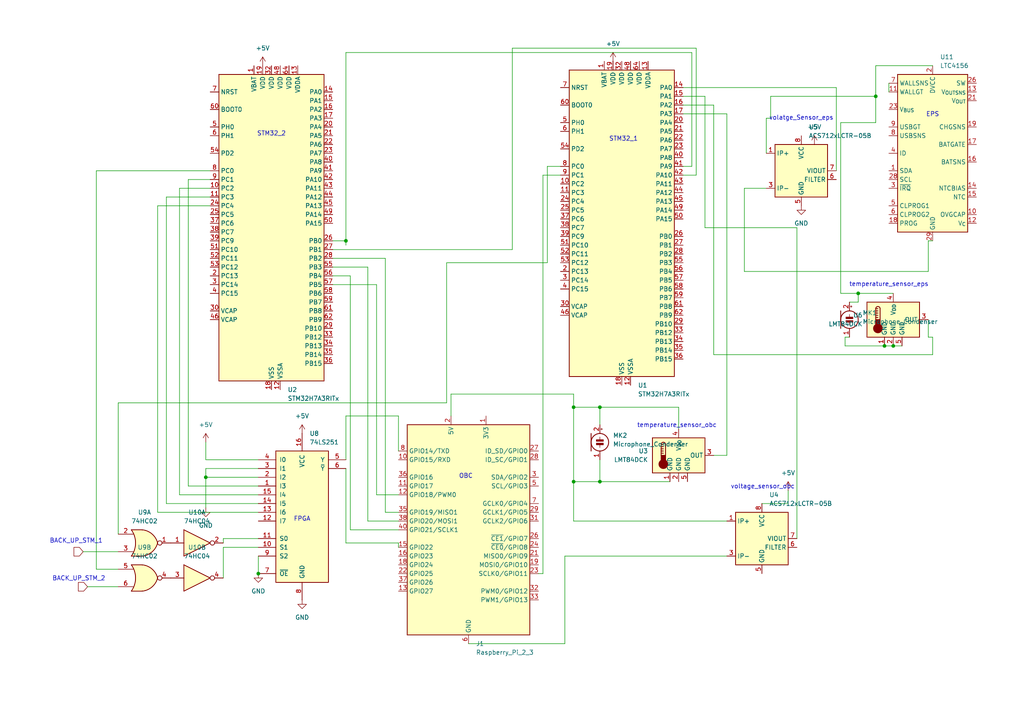
<source format=kicad_sch>
(kicad_sch
	(version 20250114)
	(generator "eeschema")
	(generator_version "9.0")
	(uuid "fd7e3370-dab2-4833-af17-0e6655f364dd")
	(paper "A4")
	(lib_symbols
		(symbol "74xx:74HC02"
			(pin_names
				(offset 1.016)
			)
			(exclude_from_sim no)
			(in_bom yes)
			(on_board yes)
			(property "Reference" "U"
				(at 0 1.27 0)
				(effects
					(font
						(size 1.27 1.27)
					)
				)
			)
			(property "Value" "74HC02"
				(at 0 -1.27 0)
				(effects
					(font
						(size 1.27 1.27)
					)
				)
			)
			(property "Footprint" ""
				(at 0 0 0)
				(effects
					(font
						(size 1.27 1.27)
					)
					(hide yes)
				)
			)
			(property "Datasheet" "http://www.ti.com/lit/gpn/sn74hc02"
				(at 0 0 0)
				(effects
					(font
						(size 1.27 1.27)
					)
					(hide yes)
				)
			)
			(property "Description" "quad 2-input NOR gate"
				(at 0 0 0)
				(effects
					(font
						(size 1.27 1.27)
					)
					(hide yes)
				)
			)
			(property "ki_locked" ""
				(at 0 0 0)
				(effects
					(font
						(size 1.27 1.27)
					)
				)
			)
			(property "ki_keywords" "HCMOS Nor2"
				(at 0 0 0)
				(effects
					(font
						(size 1.27 1.27)
					)
					(hide yes)
				)
			)
			(property "ki_fp_filters" "SO14* DIP*W7.62mm*"
				(at 0 0 0)
				(effects
					(font
						(size 1.27 1.27)
					)
					(hide yes)
				)
			)
			(symbol "74HC02_1_1"
				(arc
					(start -3.81 3.81)
					(mid -2.589 0)
					(end -3.81 -3.81)
					(stroke
						(width 0.254)
						(type default)
					)
					(fill
						(type none)
					)
				)
				(polyline
					(pts
						(xy -3.81 3.81) (xy -0.635 3.81)
					)
					(stroke
						(width 0.254)
						(type default)
					)
					(fill
						(type background)
					)
				)
				(polyline
					(pts
						(xy -3.81 -3.81) (xy -0.635 -3.81)
					)
					(stroke
						(width 0.254)
						(type default)
					)
					(fill
						(type background)
					)
				)
				(arc
					(start 3.81 0)
					(mid 2.1855 -2.584)
					(end -0.6096 -3.81)
					(stroke
						(width 0.254)
						(type default)
					)
					(fill
						(type background)
					)
				)
				(arc
					(start -0.6096 3.81)
					(mid 2.1928 2.5924)
					(end 3.81 0)
					(stroke
						(width 0.254)
						(type default)
					)
					(fill
						(type background)
					)
				)
				(polyline
					(pts
						(xy -0.635 3.81) (xy -3.81 3.81) (xy -3.81 3.81) (xy -3.556 3.4036) (xy -3.0226 2.2606) (xy -2.6924 1.0414)
						(xy -2.6162 -0.254) (xy -2.7686 -1.4986) (xy -3.175 -2.7178) (xy -3.81 -3.81) (xy -3.81 -3.81)
						(xy -0.635 -3.81)
					)
					(stroke
						(width -25.4)
						(type default)
					)
					(fill
						(type background)
					)
				)
				(pin input line
					(at -7.62 2.54 0)
					(length 4.318)
					(name "~"
						(effects
							(font
								(size 1.27 1.27)
							)
						)
					)
					(number "2"
						(effects
							(font
								(size 1.27 1.27)
							)
						)
					)
				)
				(pin input line
					(at -7.62 -2.54 0)
					(length 4.318)
					(name "~"
						(effects
							(font
								(size 1.27 1.27)
							)
						)
					)
					(number "3"
						(effects
							(font
								(size 1.27 1.27)
							)
						)
					)
				)
				(pin output inverted
					(at 7.62 0 180)
					(length 3.81)
					(name "~"
						(effects
							(font
								(size 1.27 1.27)
							)
						)
					)
					(number "1"
						(effects
							(font
								(size 1.27 1.27)
							)
						)
					)
				)
			)
			(symbol "74HC02_1_2"
				(arc
					(start 0 3.81)
					(mid 3.7934 0)
					(end 0 -3.81)
					(stroke
						(width 0.254)
						(type default)
					)
					(fill
						(type background)
					)
				)
				(polyline
					(pts
						(xy 0 3.81) (xy -3.81 3.81) (xy -3.81 -3.81) (xy 0 -3.81)
					)
					(stroke
						(width 0.254)
						(type default)
					)
					(fill
						(type background)
					)
				)
				(pin input inverted
					(at -7.62 2.54 0)
					(length 3.81)
					(name "~"
						(effects
							(font
								(size 1.27 1.27)
							)
						)
					)
					(number "2"
						(effects
							(font
								(size 1.27 1.27)
							)
						)
					)
				)
				(pin input inverted
					(at -7.62 -2.54 0)
					(length 3.81)
					(name "~"
						(effects
							(font
								(size 1.27 1.27)
							)
						)
					)
					(number "3"
						(effects
							(font
								(size 1.27 1.27)
							)
						)
					)
				)
				(pin output line
					(at 7.62 0 180)
					(length 3.81)
					(name "~"
						(effects
							(font
								(size 1.27 1.27)
							)
						)
					)
					(number "1"
						(effects
							(font
								(size 1.27 1.27)
							)
						)
					)
				)
			)
			(symbol "74HC02_2_1"
				(arc
					(start -3.81 3.81)
					(mid -2.589 0)
					(end -3.81 -3.81)
					(stroke
						(width 0.254)
						(type default)
					)
					(fill
						(type none)
					)
				)
				(polyline
					(pts
						(xy -3.81 3.81) (xy -0.635 3.81)
					)
					(stroke
						(width 0.254)
						(type default)
					)
					(fill
						(type background)
					)
				)
				(polyline
					(pts
						(xy -3.81 -3.81) (xy -0.635 -3.81)
					)
					(stroke
						(width 0.254)
						(type default)
					)
					(fill
						(type background)
					)
				)
				(arc
					(start 3.81 0)
					(mid 2.1855 -2.584)
					(end -0.6096 -3.81)
					(stroke
						(width 0.254)
						(type default)
					)
					(fill
						(type background)
					)
				)
				(arc
					(start -0.6096 3.81)
					(mid 2.1928 2.5924)
					(end 3.81 0)
					(stroke
						(width 0.254)
						(type default)
					)
					(fill
						(type background)
					)
				)
				(polyline
					(pts
						(xy -0.635 3.81) (xy -3.81 3.81) (xy -3.81 3.81) (xy -3.556 3.4036) (xy -3.0226 2.2606) (xy -2.6924 1.0414)
						(xy -2.6162 -0.254) (xy -2.7686 -1.4986) (xy -3.175 -2.7178) (xy -3.81 -3.81) (xy -3.81 -3.81)
						(xy -0.635 -3.81)
					)
					(stroke
						(width -25.4)
						(type default)
					)
					(fill
						(type background)
					)
				)
				(pin input line
					(at -7.62 2.54 0)
					(length 4.318)
					(name "~"
						(effects
							(font
								(size 1.27 1.27)
							)
						)
					)
					(number "5"
						(effects
							(font
								(size 1.27 1.27)
							)
						)
					)
				)
				(pin input line
					(at -7.62 -2.54 0)
					(length 4.318)
					(name "~"
						(effects
							(font
								(size 1.27 1.27)
							)
						)
					)
					(number "6"
						(effects
							(font
								(size 1.27 1.27)
							)
						)
					)
				)
				(pin output inverted
					(at 7.62 0 180)
					(length 3.81)
					(name "~"
						(effects
							(font
								(size 1.27 1.27)
							)
						)
					)
					(number "4"
						(effects
							(font
								(size 1.27 1.27)
							)
						)
					)
				)
			)
			(symbol "74HC02_2_2"
				(arc
					(start 0 3.81)
					(mid 3.7934 0)
					(end 0 -3.81)
					(stroke
						(width 0.254)
						(type default)
					)
					(fill
						(type background)
					)
				)
				(polyline
					(pts
						(xy 0 3.81) (xy -3.81 3.81) (xy -3.81 -3.81) (xy 0 -3.81)
					)
					(stroke
						(width 0.254)
						(type default)
					)
					(fill
						(type background)
					)
				)
				(pin input inverted
					(at -7.62 2.54 0)
					(length 3.81)
					(name "~"
						(effects
							(font
								(size 1.27 1.27)
							)
						)
					)
					(number "5"
						(effects
							(font
								(size 1.27 1.27)
							)
						)
					)
				)
				(pin input inverted
					(at -7.62 -2.54 0)
					(length 3.81)
					(name "~"
						(effects
							(font
								(size 1.27 1.27)
							)
						)
					)
					(number "6"
						(effects
							(font
								(size 1.27 1.27)
							)
						)
					)
				)
				(pin output line
					(at 7.62 0 180)
					(length 3.81)
					(name "~"
						(effects
							(font
								(size 1.27 1.27)
							)
						)
					)
					(number "4"
						(effects
							(font
								(size 1.27 1.27)
							)
						)
					)
				)
			)
			(symbol "74HC02_3_1"
				(arc
					(start -3.81 3.81)
					(mid -2.589 0)
					(end -3.81 -3.81)
					(stroke
						(width 0.254)
						(type default)
					)
					(fill
						(type none)
					)
				)
				(polyline
					(pts
						(xy -3.81 3.81) (xy -0.635 3.81)
					)
					(stroke
						(width 0.254)
						(type default)
					)
					(fill
						(type background)
					)
				)
				(polyline
					(pts
						(xy -3.81 -3.81) (xy -0.635 -3.81)
					)
					(stroke
						(width 0.254)
						(type default)
					)
					(fill
						(type background)
					)
				)
				(arc
					(start 3.81 0)
					(mid 2.1855 -2.584)
					(end -0.6096 -3.81)
					(stroke
						(width 0.254)
						(type default)
					)
					(fill
						(type background)
					)
				)
				(arc
					(start -0.6096 3.81)
					(mid 2.1928 2.5924)
					(end 3.81 0)
					(stroke
						(width 0.254)
						(type default)
					)
					(fill
						(type background)
					)
				)
				(polyline
					(pts
						(xy -0.635 3.81) (xy -3.81 3.81) (xy -3.81 3.81) (xy -3.556 3.4036) (xy -3.0226 2.2606) (xy -2.6924 1.0414)
						(xy -2.6162 -0.254) (xy -2.7686 -1.4986) (xy -3.175 -2.7178) (xy -3.81 -3.81) (xy -3.81 -3.81)
						(xy -0.635 -3.81)
					)
					(stroke
						(width -25.4)
						(type default)
					)
					(fill
						(type background)
					)
				)
				(pin input line
					(at -7.62 2.54 0)
					(length 4.318)
					(name "~"
						(effects
							(font
								(size 1.27 1.27)
							)
						)
					)
					(number "8"
						(effects
							(font
								(size 1.27 1.27)
							)
						)
					)
				)
				(pin input line
					(at -7.62 -2.54 0)
					(length 4.318)
					(name "~"
						(effects
							(font
								(size 1.27 1.27)
							)
						)
					)
					(number "9"
						(effects
							(font
								(size 1.27 1.27)
							)
						)
					)
				)
				(pin output inverted
					(at 7.62 0 180)
					(length 3.81)
					(name "~"
						(effects
							(font
								(size 1.27 1.27)
							)
						)
					)
					(number "10"
						(effects
							(font
								(size 1.27 1.27)
							)
						)
					)
				)
			)
			(symbol "74HC02_3_2"
				(arc
					(start 0 3.81)
					(mid 3.7934 0)
					(end 0 -3.81)
					(stroke
						(width 0.254)
						(type default)
					)
					(fill
						(type background)
					)
				)
				(polyline
					(pts
						(xy 0 3.81) (xy -3.81 3.81) (xy -3.81 -3.81) (xy 0 -3.81)
					)
					(stroke
						(width 0.254)
						(type default)
					)
					(fill
						(type background)
					)
				)
				(pin input inverted
					(at -7.62 2.54 0)
					(length 3.81)
					(name "~"
						(effects
							(font
								(size 1.27 1.27)
							)
						)
					)
					(number "8"
						(effects
							(font
								(size 1.27 1.27)
							)
						)
					)
				)
				(pin input inverted
					(at -7.62 -2.54 0)
					(length 3.81)
					(name "~"
						(effects
							(font
								(size 1.27 1.27)
							)
						)
					)
					(number "9"
						(effects
							(font
								(size 1.27 1.27)
							)
						)
					)
				)
				(pin output line
					(at 7.62 0 180)
					(length 3.81)
					(name "~"
						(effects
							(font
								(size 1.27 1.27)
							)
						)
					)
					(number "10"
						(effects
							(font
								(size 1.27 1.27)
							)
						)
					)
				)
			)
			(symbol "74HC02_4_1"
				(arc
					(start -3.81 3.81)
					(mid -2.589 0)
					(end -3.81 -3.81)
					(stroke
						(width 0.254)
						(type default)
					)
					(fill
						(type none)
					)
				)
				(polyline
					(pts
						(xy -3.81 3.81) (xy -0.635 3.81)
					)
					(stroke
						(width 0.254)
						(type default)
					)
					(fill
						(type background)
					)
				)
				(polyline
					(pts
						(xy -3.81 -3.81) (xy -0.635 -3.81)
					)
					(stroke
						(width 0.254)
						(type default)
					)
					(fill
						(type background)
					)
				)
				(arc
					(start 3.81 0)
					(mid 2.1855 -2.584)
					(end -0.6096 -3.81)
					(stroke
						(width 0.254)
						(type default)
					)
					(fill
						(type background)
					)
				)
				(arc
					(start -0.6096 3.81)
					(mid 2.1928 2.5924)
					(end 3.81 0)
					(stroke
						(width 0.254)
						(type default)
					)
					(fill
						(type background)
					)
				)
				(polyline
					(pts
						(xy -0.635 3.81) (xy -3.81 3.81) (xy -3.81 3.81) (xy -3.556 3.4036) (xy -3.0226 2.2606) (xy -2.6924 1.0414)
						(xy -2.6162 -0.254) (xy -2.7686 -1.4986) (xy -3.175 -2.7178) (xy -3.81 -3.81) (xy -3.81 -3.81)
						(xy -0.635 -3.81)
					)
					(stroke
						(width -25.4)
						(type default)
					)
					(fill
						(type background)
					)
				)
				(pin input line
					(at -7.62 2.54 0)
					(length 4.318)
					(name "~"
						(effects
							(font
								(size 1.27 1.27)
							)
						)
					)
					(number "11"
						(effects
							(font
								(size 1.27 1.27)
							)
						)
					)
				)
				(pin input line
					(at -7.62 -2.54 0)
					(length 4.318)
					(name "~"
						(effects
							(font
								(size 1.27 1.27)
							)
						)
					)
					(number "12"
						(effects
							(font
								(size 1.27 1.27)
							)
						)
					)
				)
				(pin output inverted
					(at 7.62 0 180)
					(length 3.81)
					(name "~"
						(effects
							(font
								(size 1.27 1.27)
							)
						)
					)
					(number "13"
						(effects
							(font
								(size 1.27 1.27)
							)
						)
					)
				)
			)
			(symbol "74HC02_4_2"
				(arc
					(start 0 3.81)
					(mid 3.7934 0)
					(end 0 -3.81)
					(stroke
						(width 0.254)
						(type default)
					)
					(fill
						(type background)
					)
				)
				(polyline
					(pts
						(xy 0 3.81) (xy -3.81 3.81) (xy -3.81 -3.81) (xy 0 -3.81)
					)
					(stroke
						(width 0.254)
						(type default)
					)
					(fill
						(type background)
					)
				)
				(pin input inverted
					(at -7.62 2.54 0)
					(length 3.81)
					(name "~"
						(effects
							(font
								(size 1.27 1.27)
							)
						)
					)
					(number "11"
						(effects
							(font
								(size 1.27 1.27)
							)
						)
					)
				)
				(pin input inverted
					(at -7.62 -2.54 0)
					(length 3.81)
					(name "~"
						(effects
							(font
								(size 1.27 1.27)
							)
						)
					)
					(number "12"
						(effects
							(font
								(size 1.27 1.27)
							)
						)
					)
				)
				(pin output line
					(at 7.62 0 180)
					(length 3.81)
					(name "~"
						(effects
							(font
								(size 1.27 1.27)
							)
						)
					)
					(number "13"
						(effects
							(font
								(size 1.27 1.27)
							)
						)
					)
				)
			)
			(symbol "74HC02_5_0"
				(pin power_in line
					(at 0 12.7 270)
					(length 5.08)
					(name "VCC"
						(effects
							(font
								(size 1.27 1.27)
							)
						)
					)
					(number "14"
						(effects
							(font
								(size 1.27 1.27)
							)
						)
					)
				)
				(pin power_in line
					(at 0 -12.7 90)
					(length 5.08)
					(name "GND"
						(effects
							(font
								(size 1.27 1.27)
							)
						)
					)
					(number "7"
						(effects
							(font
								(size 1.27 1.27)
							)
						)
					)
				)
			)
			(symbol "74HC02_5_1"
				(rectangle
					(start -5.08 7.62)
					(end 5.08 -7.62)
					(stroke
						(width 0.254)
						(type default)
					)
					(fill
						(type background)
					)
				)
			)
			(embedded_fonts no)
		)
		(symbol "74xx:74HC04"
			(exclude_from_sim no)
			(in_bom yes)
			(on_board yes)
			(property "Reference" "U"
				(at 0 1.27 0)
				(effects
					(font
						(size 1.27 1.27)
					)
				)
			)
			(property "Value" "74HC04"
				(at 0 -1.27 0)
				(effects
					(font
						(size 1.27 1.27)
					)
				)
			)
			(property "Footprint" ""
				(at 0 0 0)
				(effects
					(font
						(size 1.27 1.27)
					)
					(hide yes)
				)
			)
			(property "Datasheet" "https://assets.nexperia.com/documents/data-sheet/74HC_HCT04.pdf"
				(at 0 0 0)
				(effects
					(font
						(size 1.27 1.27)
					)
					(hide yes)
				)
			)
			(property "Description" "Hex Inverter"
				(at 0 0 0)
				(effects
					(font
						(size 1.27 1.27)
					)
					(hide yes)
				)
			)
			(property "ki_locked" ""
				(at 0 0 0)
				(effects
					(font
						(size 1.27 1.27)
					)
				)
			)
			(property "ki_keywords" "HCMOS not inv"
				(at 0 0 0)
				(effects
					(font
						(size 1.27 1.27)
					)
					(hide yes)
				)
			)
			(property "ki_fp_filters" "DIP*W7.62mm* SSOP?14* TSSOP?14*"
				(at 0 0 0)
				(effects
					(font
						(size 1.27 1.27)
					)
					(hide yes)
				)
			)
			(symbol "74HC04_1_0"
				(polyline
					(pts
						(xy -3.81 3.81) (xy -3.81 -3.81) (xy 3.81 0) (xy -3.81 3.81)
					)
					(stroke
						(width 0.254)
						(type default)
					)
					(fill
						(type background)
					)
				)
				(pin input line
					(at -7.62 0 0)
					(length 3.81)
					(name "~"
						(effects
							(font
								(size 1.27 1.27)
							)
						)
					)
					(number "1"
						(effects
							(font
								(size 1.27 1.27)
							)
						)
					)
				)
				(pin output inverted
					(at 7.62 0 180)
					(length 3.81)
					(name "~"
						(effects
							(font
								(size 1.27 1.27)
							)
						)
					)
					(number "2"
						(effects
							(font
								(size 1.27 1.27)
							)
						)
					)
				)
			)
			(symbol "74HC04_2_0"
				(polyline
					(pts
						(xy -3.81 3.81) (xy -3.81 -3.81) (xy 3.81 0) (xy -3.81 3.81)
					)
					(stroke
						(width 0.254)
						(type default)
					)
					(fill
						(type background)
					)
				)
				(pin input line
					(at -7.62 0 0)
					(length 3.81)
					(name "~"
						(effects
							(font
								(size 1.27 1.27)
							)
						)
					)
					(number "3"
						(effects
							(font
								(size 1.27 1.27)
							)
						)
					)
				)
				(pin output inverted
					(at 7.62 0 180)
					(length 3.81)
					(name "~"
						(effects
							(font
								(size 1.27 1.27)
							)
						)
					)
					(number "4"
						(effects
							(font
								(size 1.27 1.27)
							)
						)
					)
				)
			)
			(symbol "74HC04_3_0"
				(polyline
					(pts
						(xy -3.81 3.81) (xy -3.81 -3.81) (xy 3.81 0) (xy -3.81 3.81)
					)
					(stroke
						(width 0.254)
						(type default)
					)
					(fill
						(type background)
					)
				)
				(pin input line
					(at -7.62 0 0)
					(length 3.81)
					(name "~"
						(effects
							(font
								(size 1.27 1.27)
							)
						)
					)
					(number "5"
						(effects
							(font
								(size 1.27 1.27)
							)
						)
					)
				)
				(pin output inverted
					(at 7.62 0 180)
					(length 3.81)
					(name "~"
						(effects
							(font
								(size 1.27 1.27)
							)
						)
					)
					(number "6"
						(effects
							(font
								(size 1.27 1.27)
							)
						)
					)
				)
			)
			(symbol "74HC04_4_0"
				(polyline
					(pts
						(xy -3.81 3.81) (xy -3.81 -3.81) (xy 3.81 0) (xy -3.81 3.81)
					)
					(stroke
						(width 0.254)
						(type default)
					)
					(fill
						(type background)
					)
				)
				(pin input line
					(at -7.62 0 0)
					(length 3.81)
					(name "~"
						(effects
							(font
								(size 1.27 1.27)
							)
						)
					)
					(number "9"
						(effects
							(font
								(size 1.27 1.27)
							)
						)
					)
				)
				(pin output inverted
					(at 7.62 0 180)
					(length 3.81)
					(name "~"
						(effects
							(font
								(size 1.27 1.27)
							)
						)
					)
					(number "8"
						(effects
							(font
								(size 1.27 1.27)
							)
						)
					)
				)
			)
			(symbol "74HC04_5_0"
				(polyline
					(pts
						(xy -3.81 3.81) (xy -3.81 -3.81) (xy 3.81 0) (xy -3.81 3.81)
					)
					(stroke
						(width 0.254)
						(type default)
					)
					(fill
						(type background)
					)
				)
				(pin input line
					(at -7.62 0 0)
					(length 3.81)
					(name "~"
						(effects
							(font
								(size 1.27 1.27)
							)
						)
					)
					(number "11"
						(effects
							(font
								(size 1.27 1.27)
							)
						)
					)
				)
				(pin output inverted
					(at 7.62 0 180)
					(length 3.81)
					(name "~"
						(effects
							(font
								(size 1.27 1.27)
							)
						)
					)
					(number "10"
						(effects
							(font
								(size 1.27 1.27)
							)
						)
					)
				)
			)
			(symbol "74HC04_6_0"
				(polyline
					(pts
						(xy -3.81 3.81) (xy -3.81 -3.81) (xy 3.81 0) (xy -3.81 3.81)
					)
					(stroke
						(width 0.254)
						(type default)
					)
					(fill
						(type background)
					)
				)
				(pin input line
					(at -7.62 0 0)
					(length 3.81)
					(name "~"
						(effects
							(font
								(size 1.27 1.27)
							)
						)
					)
					(number "13"
						(effects
							(font
								(size 1.27 1.27)
							)
						)
					)
				)
				(pin output inverted
					(at 7.62 0 180)
					(length 3.81)
					(name "~"
						(effects
							(font
								(size 1.27 1.27)
							)
						)
					)
					(number "12"
						(effects
							(font
								(size 1.27 1.27)
							)
						)
					)
				)
			)
			(symbol "74HC04_7_0"
				(pin power_in line
					(at 0 12.7 270)
					(length 5.08)
					(name "VCC"
						(effects
							(font
								(size 1.27 1.27)
							)
						)
					)
					(number "14"
						(effects
							(font
								(size 1.27 1.27)
							)
						)
					)
				)
				(pin power_in line
					(at 0 -12.7 90)
					(length 5.08)
					(name "GND"
						(effects
							(font
								(size 1.27 1.27)
							)
						)
					)
					(number "7"
						(effects
							(font
								(size 1.27 1.27)
							)
						)
					)
				)
			)
			(symbol "74HC04_7_1"
				(rectangle
					(start -5.08 7.62)
					(end 5.08 -7.62)
					(stroke
						(width 0.254)
						(type default)
					)
					(fill
						(type background)
					)
				)
			)
			(embedded_fonts no)
		)
		(symbol "74xx:74LS251"
			(pin_names
				(offset 1.016)
			)
			(exclude_from_sim no)
			(in_bom yes)
			(on_board yes)
			(property "Reference" "U"
				(at -7.62 19.05 0)
				(effects
					(font
						(size 1.27 1.27)
					)
				)
			)
			(property "Value" "74LS251"
				(at -7.62 -21.59 0)
				(effects
					(font
						(size 1.27 1.27)
					)
				)
			)
			(property "Footprint" ""
				(at 0 0 0)
				(effects
					(font
						(size 1.27 1.27)
					)
					(hide yes)
				)
			)
			(property "Datasheet" "http://www.ti.com/lit/gpn/sn74LS251"
				(at 0 0 0)
				(effects
					(font
						(size 1.27 1.27)
					)
					(hide yes)
				)
			)
			(property "Description" "Multiplexer 8 to 1, 3-state Outputs"
				(at 0 0 0)
				(effects
					(font
						(size 1.27 1.27)
					)
					(hide yes)
				)
			)
			(property "ki_locked" ""
				(at 0 0 0)
				(effects
					(font
						(size 1.27 1.27)
					)
				)
			)
			(property "ki_keywords" "TTL MUX MUX8 3State"
				(at 0 0 0)
				(effects
					(font
						(size 1.27 1.27)
					)
					(hide yes)
				)
			)
			(property "ki_fp_filters" "DIP?16*"
				(at 0 0 0)
				(effects
					(font
						(size 1.27 1.27)
					)
					(hide yes)
				)
			)
			(symbol "74LS251_1_0"
				(pin input line
					(at -12.7 15.24 0)
					(length 5.08)
					(name "I0"
						(effects
							(font
								(size 1.27 1.27)
							)
						)
					)
					(number "4"
						(effects
							(font
								(size 1.27 1.27)
							)
						)
					)
				)
				(pin input line
					(at -12.7 12.7 0)
					(length 5.08)
					(name "I1"
						(effects
							(font
								(size 1.27 1.27)
							)
						)
					)
					(number "3"
						(effects
							(font
								(size 1.27 1.27)
							)
						)
					)
				)
				(pin input line
					(at -12.7 10.16 0)
					(length 5.08)
					(name "I2"
						(effects
							(font
								(size 1.27 1.27)
							)
						)
					)
					(number "2"
						(effects
							(font
								(size 1.27 1.27)
							)
						)
					)
				)
				(pin input line
					(at -12.7 7.62 0)
					(length 5.08)
					(name "I3"
						(effects
							(font
								(size 1.27 1.27)
							)
						)
					)
					(number "1"
						(effects
							(font
								(size 1.27 1.27)
							)
						)
					)
				)
				(pin input line
					(at -12.7 5.08 0)
					(length 5.08)
					(name "I4"
						(effects
							(font
								(size 1.27 1.27)
							)
						)
					)
					(number "15"
						(effects
							(font
								(size 1.27 1.27)
							)
						)
					)
				)
				(pin input line
					(at -12.7 2.54 0)
					(length 5.08)
					(name "I5"
						(effects
							(font
								(size 1.27 1.27)
							)
						)
					)
					(number "14"
						(effects
							(font
								(size 1.27 1.27)
							)
						)
					)
				)
				(pin input line
					(at -12.7 0 0)
					(length 5.08)
					(name "I6"
						(effects
							(font
								(size 1.27 1.27)
							)
						)
					)
					(number "13"
						(effects
							(font
								(size 1.27 1.27)
							)
						)
					)
				)
				(pin input line
					(at -12.7 -2.54 0)
					(length 5.08)
					(name "I7"
						(effects
							(font
								(size 1.27 1.27)
							)
						)
					)
					(number "12"
						(effects
							(font
								(size 1.27 1.27)
							)
						)
					)
				)
				(pin input line
					(at -12.7 -7.62 0)
					(length 5.08)
					(name "S0"
						(effects
							(font
								(size 1.27 1.27)
							)
						)
					)
					(number "11"
						(effects
							(font
								(size 1.27 1.27)
							)
						)
					)
				)
				(pin input line
					(at -12.7 -10.16 0)
					(length 5.08)
					(name "S1"
						(effects
							(font
								(size 1.27 1.27)
							)
						)
					)
					(number "10"
						(effects
							(font
								(size 1.27 1.27)
							)
						)
					)
				)
				(pin input line
					(at -12.7 -12.7 0)
					(length 5.08)
					(name "S2"
						(effects
							(font
								(size 1.27 1.27)
							)
						)
					)
					(number "9"
						(effects
							(font
								(size 1.27 1.27)
							)
						)
					)
				)
				(pin input line
					(at -12.7 -17.78 0)
					(length 5.08)
					(name "~{OE}"
						(effects
							(font
								(size 1.27 1.27)
							)
						)
					)
					(number "7"
						(effects
							(font
								(size 1.27 1.27)
							)
						)
					)
				)
				(pin power_in line
					(at 0 22.86 270)
					(length 5.08)
					(name "VCC"
						(effects
							(font
								(size 1.27 1.27)
							)
						)
					)
					(number "16"
						(effects
							(font
								(size 1.27 1.27)
							)
						)
					)
				)
				(pin power_in line
					(at 0 -25.4 90)
					(length 5.08)
					(name "GND"
						(effects
							(font
								(size 1.27 1.27)
							)
						)
					)
					(number "8"
						(effects
							(font
								(size 1.27 1.27)
							)
						)
					)
				)
				(pin tri_state line
					(at 12.7 15.24 180)
					(length 5.08)
					(name "Y"
						(effects
							(font
								(size 1.27 1.27)
							)
						)
					)
					(number "5"
						(effects
							(font
								(size 1.27 1.27)
							)
						)
					)
				)
				(pin tri_state line
					(at 12.7 12.7 180)
					(length 5.08)
					(name "~{Y}"
						(effects
							(font
								(size 1.27 1.27)
							)
						)
					)
					(number "6"
						(effects
							(font
								(size 1.27 1.27)
							)
						)
					)
				)
			)
			(symbol "74LS251_1_1"
				(rectangle
					(start -7.62 17.78)
					(end 7.62 -20.32)
					(stroke
						(width 0.254)
						(type default)
					)
					(fill
						(type background)
					)
				)
			)
			(embedded_fonts no)
		)
		(symbol "Battery_Management:LTC4156"
			(exclude_from_sim no)
			(in_bom yes)
			(on_board yes)
			(property "Reference" "U"
				(at -8.89 24.13 0)
				(effects
					(font
						(size 1.27 1.27)
					)
				)
			)
			(property "Value" "LTC4156"
				(at 6.35 24.13 0)
				(effects
					(font
						(size 1.27 1.27)
					)
				)
			)
			(property "Footprint" "Package_DFN_QFN:QFN-28-1EP_4x5mm_P0.5mm_EP2.65x3.65mm"
				(at 0 -27.94 0)
				(effects
					(font
						(size 1.27 1.27)
					)
					(hide yes)
				)
			)
			(property "Datasheet" "https://www.analog.com/media/en/technical-documentation/data-sheets/4156fa.pdf"
				(at 0 -30.48 0)
				(effects
					(font
						(size 1.27 1.27)
					)
					(hide yes)
				)
			)
			(property "Description" "Dual-Input Power Manager / 3.5A LiFePO4 Battery Charger with I2C Control and USB OTG, QFN-28"
				(at 0 0 0)
				(effects
					(font
						(size 1.27 1.27)
					)
					(hide yes)
				)
			)
			(property "ki_keywords" "lifepo charger PMIC USB"
				(at 0 0 0)
				(effects
					(font
						(size 1.27 1.27)
					)
					(hide yes)
				)
			)
			(property "ki_fp_filters" "QFN*1EP*4x5mm*P0.5mm*"
				(at 0 0 0)
				(effects
					(font
						(size 1.27 1.27)
					)
					(hide yes)
				)
			)
			(symbol "LTC4156_0_1"
				(rectangle
					(start -10.16 22.86)
					(end 10.16 -22.86)
					(stroke
						(width 0.254)
						(type default)
					)
					(fill
						(type background)
					)
				)
			)
			(symbol "LTC4156_1_1"
				(pin input line
					(at -12.7 20.32 0)
					(length 2.54)
					(name "WALLSNS"
						(effects
							(font
								(size 1.27 1.27)
							)
						)
					)
					(number "7"
						(effects
							(font
								(size 1.27 1.27)
							)
						)
					)
				)
				(pin output line
					(at -12.7 17.78 0)
					(length 2.54)
					(name "WALLGT"
						(effects
							(font
								(size 1.27 1.27)
							)
						)
					)
					(number "11"
						(effects
							(font
								(size 1.27 1.27)
							)
						)
					)
				)
				(pin passive line
					(at -12.7 12.7 0)
					(length 2.54)
					(name "V_{BUS}"
						(effects
							(font
								(size 1.27 1.27)
							)
						)
					)
					(number "23"
						(effects
							(font
								(size 1.27 1.27)
							)
						)
					)
				)
				(pin passive line
					(at -12.7 12.7 0)
					(length 2.54)
					(hide yes)
					(name "V_{BUS}"
						(effects
							(font
								(size 1.27 1.27)
							)
						)
					)
					(number "24"
						(effects
							(font
								(size 1.27 1.27)
							)
						)
					)
				)
				(pin passive line
					(at -12.7 12.7 0)
					(length 2.54)
					(hide yes)
					(name "V_{BUS}"
						(effects
							(font
								(size 1.27 1.27)
							)
						)
					)
					(number "25"
						(effects
							(font
								(size 1.27 1.27)
							)
						)
					)
				)
				(pin output line
					(at -12.7 7.62 0)
					(length 2.54)
					(name "USBGT"
						(effects
							(font
								(size 1.27 1.27)
							)
						)
					)
					(number "9"
						(effects
							(font
								(size 1.27 1.27)
							)
						)
					)
				)
				(pin input line
					(at -12.7 5.08 0)
					(length 2.54)
					(name "USBSNS"
						(effects
							(font
								(size 1.27 1.27)
							)
						)
					)
					(number "8"
						(effects
							(font
								(size 1.27 1.27)
							)
						)
					)
				)
				(pin input line
					(at -12.7 0 0)
					(length 2.54)
					(name "ID"
						(effects
							(font
								(size 1.27 1.27)
							)
						)
					)
					(number "4"
						(effects
							(font
								(size 1.27 1.27)
							)
						)
					)
				)
				(pin bidirectional line
					(at -12.7 -5.08 0)
					(length 2.54)
					(name "SDA"
						(effects
							(font
								(size 1.27 1.27)
							)
						)
					)
					(number "1"
						(effects
							(font
								(size 1.27 1.27)
							)
						)
					)
				)
				(pin input line
					(at -12.7 -7.62 0)
					(length 2.54)
					(name "SCL"
						(effects
							(font
								(size 1.27 1.27)
							)
						)
					)
					(number "28"
						(effects
							(font
								(size 1.27 1.27)
							)
						)
					)
				)
				(pin open_collector line
					(at -12.7 -10.16 0)
					(length 2.54)
					(name "~{IRQ}"
						(effects
							(font
								(size 1.27 1.27)
							)
						)
					)
					(number "3"
						(effects
							(font
								(size 1.27 1.27)
							)
						)
					)
				)
				(pin passive line
					(at -12.7 -15.24 0)
					(length 2.54)
					(name "CLPROG1"
						(effects
							(font
								(size 1.27 1.27)
							)
						)
					)
					(number "5"
						(effects
							(font
								(size 1.27 1.27)
							)
						)
					)
				)
				(pin passive line
					(at -12.7 -17.78 0)
					(length 2.54)
					(name "CLPROG2"
						(effects
							(font
								(size 1.27 1.27)
							)
						)
					)
					(number "6"
						(effects
							(font
								(size 1.27 1.27)
							)
						)
					)
				)
				(pin passive line
					(at -12.7 -20.32 0)
					(length 2.54)
					(name "PROG"
						(effects
							(font
								(size 1.27 1.27)
							)
						)
					)
					(number "18"
						(effects
							(font
								(size 1.27 1.27)
							)
						)
					)
				)
				(pin power_in line
					(at 0 25.4 270)
					(length 2.54)
					(name "DVCC"
						(effects
							(font
								(size 1.27 1.27)
							)
						)
					)
					(number "2"
						(effects
							(font
								(size 1.27 1.27)
							)
						)
					)
				)
				(pin power_in line
					(at 0 -25.4 90)
					(length 2.54)
					(name "GND"
						(effects
							(font
								(size 1.27 1.27)
							)
						)
					)
					(number "29"
						(effects
							(font
								(size 1.27 1.27)
							)
						)
					)
				)
				(pin passive line
					(at 12.7 20.32 180)
					(length 2.54)
					(name "SW"
						(effects
							(font
								(size 1.27 1.27)
							)
						)
					)
					(number "26"
						(effects
							(font
								(size 1.27 1.27)
							)
						)
					)
				)
				(pin passive line
					(at 12.7 20.32 180)
					(length 2.54)
					(hide yes)
					(name "SW"
						(effects
							(font
								(size 1.27 1.27)
							)
						)
					)
					(number "27"
						(effects
							(font
								(size 1.27 1.27)
							)
						)
					)
				)
				(pin input line
					(at 12.7 17.78 180)
					(length 2.54)
					(name "V_{OUTSNS}"
						(effects
							(font
								(size 1.27 1.27)
							)
						)
					)
					(number "13"
						(effects
							(font
								(size 1.27 1.27)
							)
						)
					)
				)
				(pin passive line
					(at 12.7 15.24 180)
					(length 2.54)
					(name "V_{OUT}"
						(effects
							(font
								(size 1.27 1.27)
							)
						)
					)
					(number "21"
						(effects
							(font
								(size 1.27 1.27)
							)
						)
					)
				)
				(pin passive line
					(at 12.7 15.24 180)
					(length 2.54)
					(hide yes)
					(name "V_{OUT}"
						(effects
							(font
								(size 1.27 1.27)
							)
						)
					)
					(number "22"
						(effects
							(font
								(size 1.27 1.27)
							)
						)
					)
				)
				(pin passive line
					(at 12.7 7.62 180)
					(length 2.54)
					(name "CHGSNS"
						(effects
							(font
								(size 1.27 1.27)
							)
						)
					)
					(number "19"
						(effects
							(font
								(size 1.27 1.27)
							)
						)
					)
				)
				(pin passive line
					(at 12.7 7.62 180)
					(length 2.54)
					(hide yes)
					(name "CHGSNS"
						(effects
							(font
								(size 1.27 1.27)
							)
						)
					)
					(number "20"
						(effects
							(font
								(size 1.27 1.27)
							)
						)
					)
				)
				(pin output line
					(at 12.7 2.54 180)
					(length 2.54)
					(name "BATGATE"
						(effects
							(font
								(size 1.27 1.27)
							)
						)
					)
					(number "17"
						(effects
							(font
								(size 1.27 1.27)
							)
						)
					)
				)
				(pin input line
					(at 12.7 -2.54 180)
					(length 2.54)
					(name "BATSNS"
						(effects
							(font
								(size 1.27 1.27)
							)
						)
					)
					(number "16"
						(effects
							(font
								(size 1.27 1.27)
							)
						)
					)
				)
				(pin output line
					(at 12.7 -10.16 180)
					(length 2.54)
					(name "NTCBIAS"
						(effects
							(font
								(size 1.27 1.27)
							)
						)
					)
					(number "14"
						(effects
							(font
								(size 1.27 1.27)
							)
						)
					)
				)
				(pin input line
					(at 12.7 -12.7 180)
					(length 2.54)
					(name "NTC"
						(effects
							(font
								(size 1.27 1.27)
							)
						)
					)
					(number "15"
						(effects
							(font
								(size 1.27 1.27)
							)
						)
					)
				)
				(pin passive line
					(at 12.7 -17.78 180)
					(length 2.54)
					(name "OVGCAP"
						(effects
							(font
								(size 1.27 1.27)
							)
						)
					)
					(number "10"
						(effects
							(font
								(size 1.27 1.27)
							)
						)
					)
				)
				(pin passive line
					(at 12.7 -20.32 180)
					(length 2.54)
					(name "V_{C}"
						(effects
							(font
								(size 1.27 1.27)
							)
						)
					)
					(number "12"
						(effects
							(font
								(size 1.27 1.27)
							)
						)
					)
				)
			)
			(embedded_fonts no)
		)
		(symbol "Connector:Raspberry_Pi_2_3"
			(exclude_from_sim no)
			(in_bom yes)
			(on_board yes)
			(property "Reference" "J"
				(at -17.78 31.75 0)
				(effects
					(font
						(size 1.27 1.27)
					)
					(justify left bottom)
				)
			)
			(property "Value" "Raspberry_Pi_2_3"
				(at 10.16 -31.75 0)
				(effects
					(font
						(size 1.27 1.27)
					)
					(justify left top)
				)
			)
			(property "Footprint" ""
				(at 0 0 0)
				(effects
					(font
						(size 1.27 1.27)
					)
					(hide yes)
				)
			)
			(property "Datasheet" "https://www.raspberrypi.org/documentation/hardware/raspberrypi/schematics/rpi_SCH_3bplus_1p0_reduced.pdf"
				(at 60.96 -44.45 0)
				(effects
					(font
						(size 1.27 1.27)
					)
					(hide yes)
				)
			)
			(property "Description" "expansion header for Raspberry Pi 2 & 3"
				(at 0 0 0)
				(effects
					(font
						(size 1.27 1.27)
					)
					(hide yes)
				)
			)
			(property "ki_keywords" "raspberrypi gpio"
				(at 0 0 0)
				(effects
					(font
						(size 1.27 1.27)
					)
					(hide yes)
				)
			)
			(property "ki_fp_filters" "PinHeader*2x20*P2.54mm*Vertical* PinSocket*2x20*P2.54mm*Vertical*"
				(at 0 0 0)
				(effects
					(font
						(size 1.27 1.27)
					)
					(hide yes)
				)
			)
			(symbol "Raspberry_Pi_2_3_0_1"
				(rectangle
					(start -17.78 30.48)
					(end 17.78 -30.48)
					(stroke
						(width 0.254)
						(type default)
					)
					(fill
						(type background)
					)
				)
			)
			(symbol "Raspberry_Pi_2_3_1_1"
				(pin bidirectional line
					(at -20.32 22.86 0)
					(length 2.54)
					(name "GPIO14/TXD"
						(effects
							(font
								(size 1.27 1.27)
							)
						)
					)
					(number "8"
						(effects
							(font
								(size 1.27 1.27)
							)
						)
					)
				)
				(pin bidirectional line
					(at -20.32 20.32 0)
					(length 2.54)
					(name "GPIO15/RXD"
						(effects
							(font
								(size 1.27 1.27)
							)
						)
					)
					(number "10"
						(effects
							(font
								(size 1.27 1.27)
							)
						)
					)
				)
				(pin bidirectional line
					(at -20.32 15.24 0)
					(length 2.54)
					(name "GPIO16"
						(effects
							(font
								(size 1.27 1.27)
							)
						)
					)
					(number "36"
						(effects
							(font
								(size 1.27 1.27)
							)
						)
					)
				)
				(pin bidirectional line
					(at -20.32 12.7 0)
					(length 2.54)
					(name "GPIO17"
						(effects
							(font
								(size 1.27 1.27)
							)
						)
					)
					(number "11"
						(effects
							(font
								(size 1.27 1.27)
							)
						)
					)
				)
				(pin bidirectional line
					(at -20.32 10.16 0)
					(length 2.54)
					(name "GPIO18/PWM0"
						(effects
							(font
								(size 1.27 1.27)
							)
						)
					)
					(number "12"
						(effects
							(font
								(size 1.27 1.27)
							)
						)
					)
				)
				(pin bidirectional line
					(at -20.32 5.08 0)
					(length 2.54)
					(name "GPIO19/MISO1"
						(effects
							(font
								(size 1.27 1.27)
							)
						)
					)
					(number "35"
						(effects
							(font
								(size 1.27 1.27)
							)
						)
					)
				)
				(pin bidirectional line
					(at -20.32 2.54 0)
					(length 2.54)
					(name "GPIO20/MOSI1"
						(effects
							(font
								(size 1.27 1.27)
							)
						)
					)
					(number "38"
						(effects
							(font
								(size 1.27 1.27)
							)
						)
					)
				)
				(pin bidirectional line
					(at -20.32 0 0)
					(length 2.54)
					(name "GPIO21/SCLK1"
						(effects
							(font
								(size 1.27 1.27)
							)
						)
					)
					(number "40"
						(effects
							(font
								(size 1.27 1.27)
							)
						)
					)
				)
				(pin bidirectional line
					(at -20.32 -5.08 0)
					(length 2.54)
					(name "GPIO22"
						(effects
							(font
								(size 1.27 1.27)
							)
						)
					)
					(number "15"
						(effects
							(font
								(size 1.27 1.27)
							)
						)
					)
				)
				(pin bidirectional line
					(at -20.32 -7.62 0)
					(length 2.54)
					(name "GPIO23"
						(effects
							(font
								(size 1.27 1.27)
							)
						)
					)
					(number "16"
						(effects
							(font
								(size 1.27 1.27)
							)
						)
					)
				)
				(pin bidirectional line
					(at -20.32 -10.16 0)
					(length 2.54)
					(name "GPIO24"
						(effects
							(font
								(size 1.27 1.27)
							)
						)
					)
					(number "18"
						(effects
							(font
								(size 1.27 1.27)
							)
						)
					)
				)
				(pin bidirectional line
					(at -20.32 -12.7 0)
					(length 2.54)
					(name "GPIO25"
						(effects
							(font
								(size 1.27 1.27)
							)
						)
					)
					(number "22"
						(effects
							(font
								(size 1.27 1.27)
							)
						)
					)
				)
				(pin bidirectional line
					(at -20.32 -15.24 0)
					(length 2.54)
					(name "GPIO26"
						(effects
							(font
								(size 1.27 1.27)
							)
						)
					)
					(number "37"
						(effects
							(font
								(size 1.27 1.27)
							)
						)
					)
				)
				(pin bidirectional line
					(at -20.32 -17.78 0)
					(length 2.54)
					(name "GPIO27"
						(effects
							(font
								(size 1.27 1.27)
							)
						)
					)
					(number "13"
						(effects
							(font
								(size 1.27 1.27)
							)
						)
					)
				)
				(pin power_in line
					(at -5.08 33.02 270)
					(length 2.54)
					(name "5V"
						(effects
							(font
								(size 1.27 1.27)
							)
						)
					)
					(number "2"
						(effects
							(font
								(size 1.27 1.27)
							)
						)
					)
				)
				(pin passive line
					(at -5.08 33.02 270)
					(length 2.54)
					(hide yes)
					(name "5V"
						(effects
							(font
								(size 1.27 1.27)
							)
						)
					)
					(number "4"
						(effects
							(font
								(size 1.27 1.27)
							)
						)
					)
				)
				(pin passive line
					(at 0 -33.02 90)
					(length 2.54)
					(hide yes)
					(name "GND"
						(effects
							(font
								(size 1.27 1.27)
							)
						)
					)
					(number "14"
						(effects
							(font
								(size 1.27 1.27)
							)
						)
					)
				)
				(pin passive line
					(at 0 -33.02 90)
					(length 2.54)
					(hide yes)
					(name "GND"
						(effects
							(font
								(size 1.27 1.27)
							)
						)
					)
					(number "20"
						(effects
							(font
								(size 1.27 1.27)
							)
						)
					)
				)
				(pin passive line
					(at 0 -33.02 90)
					(length 2.54)
					(hide yes)
					(name "GND"
						(effects
							(font
								(size 1.27 1.27)
							)
						)
					)
					(number "25"
						(effects
							(font
								(size 1.27 1.27)
							)
						)
					)
				)
				(pin passive line
					(at 0 -33.02 90)
					(length 2.54)
					(hide yes)
					(name "GND"
						(effects
							(font
								(size 1.27 1.27)
							)
						)
					)
					(number "30"
						(effects
							(font
								(size 1.27 1.27)
							)
						)
					)
				)
				(pin passive line
					(at 0 -33.02 90)
					(length 2.54)
					(hide yes)
					(name "GND"
						(effects
							(font
								(size 1.27 1.27)
							)
						)
					)
					(number "34"
						(effects
							(font
								(size 1.27 1.27)
							)
						)
					)
				)
				(pin passive line
					(at 0 -33.02 90)
					(length 2.54)
					(hide yes)
					(name "GND"
						(effects
							(font
								(size 1.27 1.27)
							)
						)
					)
					(number "39"
						(effects
							(font
								(size 1.27 1.27)
							)
						)
					)
				)
				(pin power_in line
					(at 0 -33.02 90)
					(length 2.54)
					(name "GND"
						(effects
							(font
								(size 1.27 1.27)
							)
						)
					)
					(number "6"
						(effects
							(font
								(size 1.27 1.27)
							)
						)
					)
				)
				(pin passive line
					(at 0 -33.02 90)
					(length 2.54)
					(hide yes)
					(name "GND"
						(effects
							(font
								(size 1.27 1.27)
							)
						)
					)
					(number "9"
						(effects
							(font
								(size 1.27 1.27)
							)
						)
					)
				)
				(pin power_in line
					(at 5.08 33.02 270)
					(length 2.54)
					(name "3V3"
						(effects
							(font
								(size 1.27 1.27)
							)
						)
					)
					(number "1"
						(effects
							(font
								(size 1.27 1.27)
							)
						)
					)
				)
				(pin passive line
					(at 5.08 33.02 270)
					(length 2.54)
					(hide yes)
					(name "3V3"
						(effects
							(font
								(size 1.27 1.27)
							)
						)
					)
					(number "17"
						(effects
							(font
								(size 1.27 1.27)
							)
						)
					)
				)
				(pin bidirectional line
					(at 20.32 22.86 180)
					(length 2.54)
					(name "ID_SD/GPIO0"
						(effects
							(font
								(size 1.27 1.27)
							)
						)
					)
					(number "27"
						(effects
							(font
								(size 1.27 1.27)
							)
						)
					)
				)
				(pin bidirectional line
					(at 20.32 20.32 180)
					(length 2.54)
					(name "ID_SC/GPIO1"
						(effects
							(font
								(size 1.27 1.27)
							)
						)
					)
					(number "28"
						(effects
							(font
								(size 1.27 1.27)
							)
						)
					)
				)
				(pin bidirectional line
					(at 20.32 15.24 180)
					(length 2.54)
					(name "SDA/GPIO2"
						(effects
							(font
								(size 1.27 1.27)
							)
						)
					)
					(number "3"
						(effects
							(font
								(size 1.27 1.27)
							)
						)
					)
				)
				(pin bidirectional line
					(at 20.32 12.7 180)
					(length 2.54)
					(name "SCL/GPIO3"
						(effects
							(font
								(size 1.27 1.27)
							)
						)
					)
					(number "5"
						(effects
							(font
								(size 1.27 1.27)
							)
						)
					)
				)
				(pin bidirectional line
					(at 20.32 7.62 180)
					(length 2.54)
					(name "GCLK0/GPIO4"
						(effects
							(font
								(size 1.27 1.27)
							)
						)
					)
					(number "7"
						(effects
							(font
								(size 1.27 1.27)
							)
						)
					)
				)
				(pin bidirectional line
					(at 20.32 5.08 180)
					(length 2.54)
					(name "GCLK1/GPIO5"
						(effects
							(font
								(size 1.27 1.27)
							)
						)
					)
					(number "29"
						(effects
							(font
								(size 1.27 1.27)
							)
						)
					)
				)
				(pin bidirectional line
					(at 20.32 2.54 180)
					(length 2.54)
					(name "GCLK2/GPIO6"
						(effects
							(font
								(size 1.27 1.27)
							)
						)
					)
					(number "31"
						(effects
							(font
								(size 1.27 1.27)
							)
						)
					)
				)
				(pin bidirectional line
					(at 20.32 -2.54 180)
					(length 2.54)
					(name "~{CE1}/GPIO7"
						(effects
							(font
								(size 1.27 1.27)
							)
						)
					)
					(number "26"
						(effects
							(font
								(size 1.27 1.27)
							)
						)
					)
				)
				(pin bidirectional line
					(at 20.32 -5.08 180)
					(length 2.54)
					(name "~{CE0}/GPIO8"
						(effects
							(font
								(size 1.27 1.27)
							)
						)
					)
					(number "24"
						(effects
							(font
								(size 1.27 1.27)
							)
						)
					)
				)
				(pin bidirectional line
					(at 20.32 -7.62 180)
					(length 2.54)
					(name "MISO0/GPIO9"
						(effects
							(font
								(size 1.27 1.27)
							)
						)
					)
					(number "21"
						(effects
							(font
								(size 1.27 1.27)
							)
						)
					)
				)
				(pin bidirectional line
					(at 20.32 -10.16 180)
					(length 2.54)
					(name "MOSI0/GPIO10"
						(effects
							(font
								(size 1.27 1.27)
							)
						)
					)
					(number "19"
						(effects
							(font
								(size 1.27 1.27)
							)
						)
					)
				)
				(pin bidirectional line
					(at 20.32 -12.7 180)
					(length 2.54)
					(name "SCLK0/GPIO11"
						(effects
							(font
								(size 1.27 1.27)
							)
						)
					)
					(number "23"
						(effects
							(font
								(size 1.27 1.27)
							)
						)
					)
				)
				(pin bidirectional line
					(at 20.32 -17.78 180)
					(length 2.54)
					(name "PWM0/GPIO12"
						(effects
							(font
								(size 1.27 1.27)
							)
						)
					)
					(number "32"
						(effects
							(font
								(size 1.27 1.27)
							)
						)
					)
				)
				(pin bidirectional line
					(at 20.32 -20.32 180)
					(length 2.54)
					(name "PWM1/GPIO13"
						(effects
							(font
								(size 1.27 1.27)
							)
						)
					)
					(number "33"
						(effects
							(font
								(size 1.27 1.27)
							)
						)
					)
				)
			)
			(embedded_fonts no)
		)
		(symbol "Device:Microphone_Condenser"
			(pin_names
				(offset 0.0254)
				(hide yes)
			)
			(exclude_from_sim no)
			(in_bom yes)
			(on_board yes)
			(property "Reference" "MK"
				(at -3.302 1.27 0)
				(effects
					(font
						(size 1.27 1.27)
					)
					(justify right)
				)
			)
			(property "Value" "Microphone_Condenser"
				(at -3.302 -0.635 0)
				(effects
					(font
						(size 1.27 1.27)
					)
					(justify right)
				)
			)
			(property "Footprint" ""
				(at 0 2.54 90)
				(effects
					(font
						(size 1.27 1.27)
					)
					(hide yes)
				)
			)
			(property "Datasheet" "~"
				(at 0 2.54 90)
				(effects
					(font
						(size 1.27 1.27)
					)
					(hide yes)
				)
			)
			(property "Description" "Condenser microphone"
				(at 0 0 0)
				(effects
					(font
						(size 1.27 1.27)
					)
					(hide yes)
				)
			)
			(property "ki_keywords" "capacitance condenser microphone"
				(at 0 0 0)
				(effects
					(font
						(size 1.27 1.27)
					)
					(hide yes)
				)
			)
			(symbol "Microphone_Condenser_0_1"
				(polyline
					(pts
						(xy -2.54 2.54) (xy -2.54 -2.54)
					)
					(stroke
						(width 0.254)
						(type default)
					)
					(fill
						(type none)
					)
				)
				(polyline
					(pts
						(xy 0 0.762) (xy 0 1.524)
					)
					(stroke
						(width 0)
						(type default)
					)
					(fill
						(type none)
					)
				)
				(circle
					(center 0 0)
					(radius 2.54)
					(stroke
						(width 0.254)
						(type default)
					)
					(fill
						(type none)
					)
				)
				(polyline
					(pts
						(xy 0 -0.762) (xy 0 -1.524)
					)
					(stroke
						(width 0)
						(type default)
					)
					(fill
						(type none)
					)
				)
				(polyline
					(pts
						(xy 0.254 3.81) (xy 0.762 3.81)
					)
					(stroke
						(width 0)
						(type default)
					)
					(fill
						(type none)
					)
				)
				(polyline
					(pts
						(xy 0.508 4.064) (xy 0.508 3.556)
					)
					(stroke
						(width 0)
						(type default)
					)
					(fill
						(type none)
					)
				)
				(rectangle
					(start 1.016 0.762)
					(end -1.016 0.254)
					(stroke
						(width 0)
						(type default)
					)
					(fill
						(type outline)
					)
				)
				(rectangle
					(start 1.016 -0.254)
					(end -1.016 -0.762)
					(stroke
						(width 0)
						(type default)
					)
					(fill
						(type outline)
					)
				)
			)
			(symbol "Microphone_Condenser_1_1"
				(pin passive line
					(at 0 5.08 270)
					(length 2.54)
					(name "+"
						(effects
							(font
								(size 1.27 1.27)
							)
						)
					)
					(number "2"
						(effects
							(font
								(size 1.27 1.27)
							)
						)
					)
				)
				(pin passive line
					(at 0 -5.08 90)
					(length 2.54)
					(name "-"
						(effects
							(font
								(size 1.27 1.27)
							)
						)
					)
					(number "1"
						(effects
							(font
								(size 1.27 1.27)
							)
						)
					)
				)
			)
			(embedded_fonts no)
		)
		(symbol "MCU_ST_STM32H7:STM32H7A3RITx"
			(exclude_from_sim no)
			(in_bom yes)
			(on_board yes)
			(property "Reference" "U"
				(at -15.24 46.99 0)
				(effects
					(font
						(size 1.27 1.27)
					)
					(justify left)
				)
			)
			(property "Value" "STM32H7A3RITx"
				(at 10.16 46.99 0)
				(effects
					(font
						(size 1.27 1.27)
					)
					(justify left)
				)
			)
			(property "Footprint" "Package_QFP:LQFP-64_10x10mm_P0.5mm"
				(at -15.24 -43.18 0)
				(effects
					(font
						(size 1.27 1.27)
					)
					(justify right)
					(hide yes)
				)
			)
			(property "Datasheet" "https://www.st.com/resource/en/datasheet/stm32h7a3ri.pdf"
				(at 0 0 0)
				(effects
					(font
						(size 1.27 1.27)
					)
					(hide yes)
				)
			)
			(property "Description" "STMicroelectronics Arm Cortex-M7 MCU, 2048KB flash, 1184KB RAM, 280 MHz, 1.62-3.6V, 49 GPIO, LQFP64"
				(at 0 0 0)
				(effects
					(font
						(size 1.27 1.27)
					)
					(hide yes)
				)
			)
			(property "ki_keywords" "Arm Cortex-M7 STM32H7 STM32H7A3/7B3"
				(at 0 0 0)
				(effects
					(font
						(size 1.27 1.27)
					)
					(hide yes)
				)
			)
			(property "ki_fp_filters" "LQFP*10x10mm*P0.5mm*"
				(at 0 0 0)
				(effects
					(font
						(size 1.27 1.27)
					)
					(hide yes)
				)
			)
			(symbol "STM32H7A3RITx_0_1"
				(rectangle
					(start -15.24 -43.18)
					(end 15.24 45.72)
					(stroke
						(width 0.254)
						(type default)
					)
					(fill
						(type background)
					)
				)
			)
			(symbol "STM32H7A3RITx_1_1"
				(pin input line
					(at -17.78 40.64 0)
					(length 2.54)
					(name "NRST"
						(effects
							(font
								(size 1.27 1.27)
							)
						)
					)
					(number "7"
						(effects
							(font
								(size 1.27 1.27)
							)
						)
					)
				)
				(pin input line
					(at -17.78 35.56 0)
					(length 2.54)
					(name "BOOT0"
						(effects
							(font
								(size 1.27 1.27)
							)
						)
					)
					(number "60"
						(effects
							(font
								(size 1.27 1.27)
							)
						)
					)
				)
				(pin bidirectional line
					(at -17.78 30.48 0)
					(length 2.54)
					(name "PH0"
						(effects
							(font
								(size 1.27 1.27)
							)
						)
					)
					(number "5"
						(effects
							(font
								(size 1.27 1.27)
							)
						)
					)
					(alternate "RCC_OSC_IN" bidirectional line)
				)
				(pin bidirectional line
					(at -17.78 27.94 0)
					(length 2.54)
					(name "PH1"
						(effects
							(font
								(size 1.27 1.27)
							)
						)
					)
					(number "6"
						(effects
							(font
								(size 1.27 1.27)
							)
						)
					)
					(alternate "RCC_OSC_OUT" bidirectional line)
				)
				(pin bidirectional line
					(at -17.78 22.86 0)
					(length 2.54)
					(name "PD2"
						(effects
							(font
								(size 1.27 1.27)
							)
						)
					)
					(number "54"
						(effects
							(font
								(size 1.27 1.27)
							)
						)
					)
					(alternate "DCMI_D11" bidirectional line)
					(alternate "DEBUG_TRACED2" bidirectional line)
					(alternate "LTDC_B2" bidirectional line)
					(alternate "LTDC_B7" bidirectional line)
					(alternate "PSSI_D11" bidirectional line)
					(alternate "SDMMC1_CMD" bidirectional line)
					(alternate "TIM15_BKIN" bidirectional line)
					(alternate "TIM3_ETR" bidirectional line)
					(alternate "UART5_RX" bidirectional line)
				)
				(pin bidirectional line
					(at -17.78 17.78 0)
					(length 2.54)
					(name "PC0"
						(effects
							(font
								(size 1.27 1.27)
							)
						)
					)
					(number "8"
						(effects
							(font
								(size 1.27 1.27)
							)
						)
					)
					(alternate "ADC1_INP10" bidirectional line)
					(alternate "ADC2_INP10" bidirectional line)
					(alternate "DFSDM1_CKIN0" bidirectional line)
					(alternate "DFSDM1_DATIN4" bidirectional line)
					(alternate "LTDC_G2" bidirectional line)
					(alternate "LTDC_R5" bidirectional line)
					(alternate "SAI2_FS_B" bidirectional line)
					(alternate "USB_OTG_HS_ULPI_STP" bidirectional line)
				)
				(pin bidirectional line
					(at -17.78 15.24 0)
					(length 2.54)
					(name "PC1"
						(effects
							(font
								(size 1.27 1.27)
							)
						)
					)
					(number "9"
						(effects
							(font
								(size 1.27 1.27)
							)
						)
					)
					(alternate "ADC1_INN10" bidirectional line)
					(alternate "ADC1_INP11" bidirectional line)
					(alternate "ADC2_INN10" bidirectional line)
					(alternate "ADC2_INP11" bidirectional line)
					(alternate "DEBUG_TRACED0" bidirectional line)
					(alternate "DFSDM1_CKIN4" bidirectional line)
					(alternate "DFSDM1_DATIN0" bidirectional line)
					(alternate "I2S2_SDO" bidirectional line)
					(alternate "LTDC_G5" bidirectional line)
					(alternate "MDIOS_MDC" bidirectional line)
					(alternate "OCTOSPIM_P1_IO4" bidirectional line)
					(alternate "PWR_WKUP6" bidirectional line)
					(alternate "RTC_TAMP3" bidirectional line)
					(alternate "SDMMC2_CK" bidirectional line)
					(alternate "SPI2_MOSI" bidirectional line)
				)
				(pin bidirectional line
					(at -17.78 12.7 0)
					(length 2.54)
					(name "PC2"
						(effects
							(font
								(size 1.27 1.27)
							)
						)
					)
					(number "10"
						(effects
							(font
								(size 1.27 1.27)
							)
						)
					)
					(alternate "ADC1_INN11" bidirectional line)
					(alternate "ADC1_INP12" bidirectional line)
					(alternate "ADC2_INN11" bidirectional line)
					(alternate "ADC2_INP12" bidirectional line)
					(alternate "DFSDM1_CKIN1" bidirectional line)
					(alternate "DFSDM1_CKOUT" bidirectional line)
					(alternate "I2S2_SDI" bidirectional line)
					(alternate "OCTOSPIM_P1_IO2" bidirectional line)
					(alternate "OCTOSPIM_P1_IO5" bidirectional line)
					(alternate "PWR_CSTOP" bidirectional line)
					(alternate "SPI2_MISO" bidirectional line)
					(alternate "USB_OTG_HS_ULPI_DIR" bidirectional line)
				)
				(pin bidirectional line
					(at -17.78 10.16 0)
					(length 2.54)
					(name "PC3"
						(effects
							(font
								(size 1.27 1.27)
							)
						)
					)
					(number "11"
						(effects
							(font
								(size 1.27 1.27)
							)
						)
					)
					(alternate "ADC1_INN12" bidirectional line)
					(alternate "ADC1_INP13" bidirectional line)
					(alternate "ADC2_INN12" bidirectional line)
					(alternate "ADC2_INP13" bidirectional line)
					(alternate "DFSDM1_DATIN1" bidirectional line)
					(alternate "I2S2_SDO" bidirectional line)
					(alternate "OCTOSPIM_P1_IO0" bidirectional line)
					(alternate "OCTOSPIM_P1_IO6" bidirectional line)
					(alternate "PWR_CSLEEP" bidirectional line)
					(alternate "SPI2_MOSI" bidirectional line)
					(alternate "USB_OTG_HS_ULPI_NXT" bidirectional line)
				)
				(pin bidirectional line
					(at -17.78 7.62 0)
					(length 2.54)
					(name "PC4"
						(effects
							(font
								(size 1.27 1.27)
							)
						)
					)
					(number "24"
						(effects
							(font
								(size 1.27 1.27)
							)
						)
					)
					(alternate "ADC1_INP4" bidirectional line)
					(alternate "ADC2_INP4" bidirectional line)
					(alternate "COMP1_INM" bidirectional line)
					(alternate "DFSDM1_CKIN2" bidirectional line)
					(alternate "I2S1_MCK" bidirectional line)
					(alternate "LTDC_R7" bidirectional line)
					(alternate "OPAMP1_VOUT" bidirectional line)
					(alternate "SPDIFRX_IN2" bidirectional line)
				)
				(pin bidirectional line
					(at -17.78 5.08 0)
					(length 2.54)
					(name "PC5"
						(effects
							(font
								(size 1.27 1.27)
							)
						)
					)
					(number "25"
						(effects
							(font
								(size 1.27 1.27)
							)
						)
					)
					(alternate "ADC1_INN4" bidirectional line)
					(alternate "ADC1_INP8" bidirectional line)
					(alternate "ADC2_INN4" bidirectional line)
					(alternate "ADC2_INP8" bidirectional line)
					(alternate "COMP1_OUT" bidirectional line)
					(alternate "DFSDM1_DATIN2" bidirectional line)
					(alternate "LTDC_DE" bidirectional line)
					(alternate "OCTOSPIM_P1_DQS" bidirectional line)
					(alternate "OPAMP1_VINM" bidirectional line)
					(alternate "PSSI_D15" bidirectional line)
					(alternate "SPDIFRX_IN3" bidirectional line)
				)
				(pin bidirectional line
					(at -17.78 2.54 0)
					(length 2.54)
					(name "PC6"
						(effects
							(font
								(size 1.27 1.27)
							)
						)
					)
					(number "37"
						(effects
							(font
								(size 1.27 1.27)
							)
						)
					)
					(alternate "DCMI_D0" bidirectional line)
					(alternate "DFSDM1_CKIN3" bidirectional line)
					(alternate "I2S2_MCK" bidirectional line)
					(alternate "LTDC_HSYNC" bidirectional line)
					(alternate "PSSI_D0" bidirectional line)
					(alternate "SDMMC1_D0DIR" bidirectional line)
					(alternate "SDMMC1_D6" bidirectional line)
					(alternate "SDMMC2_D6" bidirectional line)
					(alternate "SWPMI1_IO" bidirectional line)
					(alternate "TIM3_CH1" bidirectional line)
					(alternate "TIM8_CH1" bidirectional line)
					(alternate "USART6_TX" bidirectional line)
				)
				(pin bidirectional line
					(at -17.78 0 0)
					(length 2.54)
					(name "PC7"
						(effects
							(font
								(size 1.27 1.27)
							)
						)
					)
					(number "38"
						(effects
							(font
								(size 1.27 1.27)
							)
						)
					)
					(alternate "DCMI_D1" bidirectional line)
					(alternate "DEBUG_TRGIO" bidirectional line)
					(alternate "DFSDM1_DATIN3" bidirectional line)
					(alternate "I2S3_MCK" bidirectional line)
					(alternate "LTDC_G6" bidirectional line)
					(alternate "PSSI_D1" bidirectional line)
					(alternate "SDMMC1_D123DIR" bidirectional line)
					(alternate "SDMMC1_D7" bidirectional line)
					(alternate "SDMMC2_D7" bidirectional line)
					(alternate "SWPMI1_TX" bidirectional line)
					(alternate "TIM3_CH2" bidirectional line)
					(alternate "TIM8_CH2" bidirectional line)
					(alternate "USART6_RX" bidirectional line)
				)
				(pin bidirectional line
					(at -17.78 -2.54 0)
					(length 2.54)
					(name "PC9"
						(effects
							(font
								(size 1.27 1.27)
							)
						)
					)
					(number "39"
						(effects
							(font
								(size 1.27 1.27)
							)
						)
					)
					(alternate "DAC1_EXTI9" bidirectional line)
					(alternate "DCMI_D3" bidirectional line)
					(alternate "I2C3_SDA" bidirectional line)
					(alternate "I2S_CKIN" bidirectional line)
					(alternate "LTDC_B2" bidirectional line)
					(alternate "LTDC_G3" bidirectional line)
					(alternate "OCTOSPIM_P1_IO0" bidirectional line)
					(alternate "PSSI_D3" bidirectional line)
					(alternate "RCC_MCO_2" bidirectional line)
					(alternate "SDMMC1_D1" bidirectional line)
					(alternate "SWPMI1_SUSPEND" bidirectional line)
					(alternate "TIM3_CH4" bidirectional line)
					(alternate "TIM8_CH4" bidirectional line)
					(alternate "UART5_CTS" bidirectional line)
				)
				(pin bidirectional line
					(at -17.78 -5.08 0)
					(length 2.54)
					(name "PC10"
						(effects
							(font
								(size 1.27 1.27)
							)
						)
					)
					(number "51"
						(effects
							(font
								(size 1.27 1.27)
							)
						)
					)
					(alternate "DCMI_D8" bidirectional line)
					(alternate "DFSDM1_CKIN5" bidirectional line)
					(alternate "DFSDM2_CKIN0" bidirectional line)
					(alternate "I2S3_CK" bidirectional line)
					(alternate "LTDC_B1" bidirectional line)
					(alternate "LTDC_R2" bidirectional line)
					(alternate "OCTOSPIM_P1_IO1" bidirectional line)
					(alternate "PSSI_D8" bidirectional line)
					(alternate "SDMMC1_D2" bidirectional line)
					(alternate "SPI3_SCK" bidirectional line)
					(alternate "SWPMI1_RX" bidirectional line)
					(alternate "UART4_TX" bidirectional line)
					(alternate "USART3_TX" bidirectional line)
				)
				(pin bidirectional line
					(at -17.78 -7.62 0)
					(length 2.54)
					(name "PC11"
						(effects
							(font
								(size 1.27 1.27)
							)
						)
					)
					(number "52"
						(effects
							(font
								(size 1.27 1.27)
							)
						)
					)
					(alternate "ADC1_EXTI11" bidirectional line)
					(alternate "ADC2_EXTI11" bidirectional line)
					(alternate "DCMI_D4" bidirectional line)
					(alternate "DFSDM1_DATIN5" bidirectional line)
					(alternate "DFSDM2_DATIN0" bidirectional line)
					(alternate "I2S3_SDI" bidirectional line)
					(alternate "LTDC_B4" bidirectional line)
					(alternate "OCTOSPIM_P1_NCS" bidirectional line)
					(alternate "PSSI_D4" bidirectional line)
					(alternate "SDMMC1_D3" bidirectional line)
					(alternate "SPI3_MISO" bidirectional line)
					(alternate "UART4_RX" bidirectional line)
					(alternate "USART3_RX" bidirectional line)
				)
				(pin bidirectional line
					(at -17.78 -10.16 0)
					(length 2.54)
					(name "PC12"
						(effects
							(font
								(size 1.27 1.27)
							)
						)
					)
					(number "53"
						(effects
							(font
								(size 1.27 1.27)
							)
						)
					)
					(alternate "DCMI_D9" bidirectional line)
					(alternate "DEBUG_TRACED3" bidirectional line)
					(alternate "DFSDM2_CKOUT" bidirectional line)
					(alternate "I2S3_SDO" bidirectional line)
					(alternate "I2S6_CK" bidirectional line)
					(alternate "LTDC_R6" bidirectional line)
					(alternate "PSSI_D9" bidirectional line)
					(alternate "SDMMC1_CK" bidirectional line)
					(alternate "SPI3_MOSI" bidirectional line)
					(alternate "SPI6_SCK" bidirectional line)
					(alternate "TIM15_CH1" bidirectional line)
					(alternate "UART5_TX" bidirectional line)
					(alternate "USART3_CK" bidirectional line)
				)
				(pin bidirectional line
					(at -17.78 -12.7 0)
					(length 2.54)
					(name "PC13"
						(effects
							(font
								(size 1.27 1.27)
							)
						)
					)
					(number "2"
						(effects
							(font
								(size 1.27 1.27)
							)
						)
					)
					(alternate "PWR_WKUP4" bidirectional line)
					(alternate "RTC_OUT_ALARM" bidirectional line)
					(alternate "RTC_OUT_CALIB" bidirectional line)
					(alternate "RTC_TAMP1" bidirectional line)
					(alternate "RTC_TS" bidirectional line)
				)
				(pin bidirectional line
					(at -17.78 -15.24 0)
					(length 2.54)
					(name "PC14"
						(effects
							(font
								(size 1.27 1.27)
							)
						)
					)
					(number "3"
						(effects
							(font
								(size 1.27 1.27)
							)
						)
					)
					(alternate "RCC_OSC32_IN" bidirectional line)
				)
				(pin bidirectional line
					(at -17.78 -17.78 0)
					(length 2.54)
					(name "PC15"
						(effects
							(font
								(size 1.27 1.27)
							)
						)
					)
					(number "4"
						(effects
							(font
								(size 1.27 1.27)
							)
						)
					)
					(alternate "ADC1_EXTI15" bidirectional line)
					(alternate "ADC2_EXTI15" bidirectional line)
					(alternate "RCC_OSC32_OUT" bidirectional line)
				)
				(pin power_out line
					(at -17.78 -22.86 0)
					(length 2.54)
					(name "VCAP"
						(effects
							(font
								(size 1.27 1.27)
							)
						)
					)
					(number "30"
						(effects
							(font
								(size 1.27 1.27)
							)
						)
					)
				)
				(pin power_out line
					(at -17.78 -25.4 0)
					(length 2.54)
					(name "VCAP"
						(effects
							(font
								(size 1.27 1.27)
							)
						)
					)
					(number "46"
						(effects
							(font
								(size 1.27 1.27)
							)
						)
					)
				)
				(pin power_in line
					(at -5.08 48.26 270)
					(length 2.54)
					(name "VBAT"
						(effects
							(font
								(size 1.27 1.27)
							)
						)
					)
					(number "1"
						(effects
							(font
								(size 1.27 1.27)
							)
						)
					)
				)
				(pin power_in line
					(at -2.54 48.26 270)
					(length 2.54)
					(name "VDD"
						(effects
							(font
								(size 1.27 1.27)
							)
						)
					)
					(number "19"
						(effects
							(font
								(size 1.27 1.27)
							)
						)
					)
				)
				(pin power_in line
					(at 0 48.26 270)
					(length 2.54)
					(name "VDD"
						(effects
							(font
								(size 1.27 1.27)
							)
						)
					)
					(number "32"
						(effects
							(font
								(size 1.27 1.27)
							)
						)
					)
				)
				(pin power_in line
					(at 0 -45.72 90)
					(length 2.54)
					(name "VSS"
						(effects
							(font
								(size 1.27 1.27)
							)
						)
					)
					(number "18"
						(effects
							(font
								(size 1.27 1.27)
							)
						)
					)
				)
				(pin passive line
					(at 0 -45.72 90)
					(length 2.54)
					(hide yes)
					(name "VSS"
						(effects
							(font
								(size 1.27 1.27)
							)
						)
					)
					(number "31"
						(effects
							(font
								(size 1.27 1.27)
							)
						)
					)
				)
				(pin passive line
					(at 0 -45.72 90)
					(length 2.54)
					(hide yes)
					(name "VSS"
						(effects
							(font
								(size 1.27 1.27)
							)
						)
					)
					(number "47"
						(effects
							(font
								(size 1.27 1.27)
							)
						)
					)
				)
				(pin passive line
					(at 0 -45.72 90)
					(length 2.54)
					(hide yes)
					(name "VSS"
						(effects
							(font
								(size 1.27 1.27)
							)
						)
					)
					(number "63"
						(effects
							(font
								(size 1.27 1.27)
							)
						)
					)
				)
				(pin power_in line
					(at 2.54 48.26 270)
					(length 2.54)
					(name "VDD"
						(effects
							(font
								(size 1.27 1.27)
							)
						)
					)
					(number "48"
						(effects
							(font
								(size 1.27 1.27)
							)
						)
					)
				)
				(pin power_in line
					(at 2.54 -45.72 90)
					(length 2.54)
					(name "VSSA"
						(effects
							(font
								(size 1.27 1.27)
							)
						)
					)
					(number "12"
						(effects
							(font
								(size 1.27 1.27)
							)
						)
					)
				)
				(pin power_in line
					(at 5.08 48.26 270)
					(length 2.54)
					(name "VDD"
						(effects
							(font
								(size 1.27 1.27)
							)
						)
					)
					(number "64"
						(effects
							(font
								(size 1.27 1.27)
							)
						)
					)
				)
				(pin power_in line
					(at 7.62 48.26 270)
					(length 2.54)
					(name "VDDA"
						(effects
							(font
								(size 1.27 1.27)
							)
						)
					)
					(number "13"
						(effects
							(font
								(size 1.27 1.27)
							)
						)
					)
				)
				(pin bidirectional line
					(at 17.78 40.64 180)
					(length 2.54)
					(name "PA0"
						(effects
							(font
								(size 1.27 1.27)
							)
						)
					)
					(number "14"
						(effects
							(font
								(size 1.27 1.27)
							)
						)
					)
					(alternate "ADC1_INP16" bidirectional line)
					(alternate "I2S6_WS" bidirectional line)
					(alternate "PWR_WKUP1" bidirectional line)
					(alternate "SAI2_SD_B" bidirectional line)
					(alternate "SDMMC2_CMD" bidirectional line)
					(alternate "SPI6_NSS" bidirectional line)
					(alternate "TIM15_BKIN" bidirectional line)
					(alternate "TIM2_CH1" bidirectional line)
					(alternate "TIM2_ETR" bidirectional line)
					(alternate "TIM5_CH1" bidirectional line)
					(alternate "TIM8_ETR" bidirectional line)
					(alternate "UART4_TX" bidirectional line)
					(alternate "USART2_CTS" bidirectional line)
					(alternate "USART2_NSS" bidirectional line)
				)
				(pin bidirectional line
					(at 17.78 38.1 180)
					(length 2.54)
					(name "PA1"
						(effects
							(font
								(size 1.27 1.27)
							)
						)
					)
					(number "15"
						(effects
							(font
								(size 1.27 1.27)
							)
						)
					)
					(alternate "ADC1_INN16" bidirectional line)
					(alternate "ADC1_INP17" bidirectional line)
					(alternate "LPTIM3_OUT" bidirectional line)
					(alternate "LTDC_R2" bidirectional line)
					(alternate "OCTOSPIM_P1_DQS" bidirectional line)
					(alternate "OCTOSPIM_P1_IO3" bidirectional line)
					(alternate "SAI2_MCLK_B" bidirectional line)
					(alternate "TIM15_CH1N" bidirectional line)
					(alternate "TIM2_CH2" bidirectional line)
					(alternate "TIM5_CH2" bidirectional line)
					(alternate "UART4_RX" bidirectional line)
					(alternate "USART2_DE" bidirectional line)
					(alternate "USART2_RTS" bidirectional line)
				)
				(pin bidirectional line
					(at 17.78 35.56 180)
					(length 2.54)
					(name "PA2"
						(effects
							(font
								(size 1.27 1.27)
							)
						)
					)
					(number "16"
						(effects
							(font
								(size 1.27 1.27)
							)
						)
					)
					(alternate "ADC1_INP14" bidirectional line)
					(alternate "DFSDM2_CKIN1" bidirectional line)
					(alternate "LTDC_R1" bidirectional line)
					(alternate "MDIOS_MDIO" bidirectional line)
					(alternate "PWR_WKUP2" bidirectional line)
					(alternate "SAI2_SCK_B" bidirectional line)
					(alternate "TIM15_CH1" bidirectional line)
					(alternate "TIM2_CH3" bidirectional line)
					(alternate "TIM5_CH3" bidirectional line)
					(alternate "USART2_TX" bidirectional line)
				)
				(pin bidirectional line
					(at 17.78 33.02 180)
					(length 2.54)
					(name "PA3"
						(effects
							(font
								(size 1.27 1.27)
							)
						)
					)
					(number "17"
						(effects
							(font
								(size 1.27 1.27)
							)
						)
					)
					(alternate "ADC1_INP15" bidirectional line)
					(alternate "I2S6_MCK" bidirectional line)
					(alternate "LTDC_B2" bidirectional line)
					(alternate "LTDC_B5" bidirectional line)
					(alternate "OCTOSPIM_P1_CLK" bidirectional line)
					(alternate "TIM15_CH2" bidirectional line)
					(alternate "TIM2_CH4" bidirectional line)
					(alternate "TIM5_CH4" bidirectional line)
					(alternate "USART2_RX" bidirectional line)
					(alternate "USB_OTG_HS_ULPI_D0" bidirectional line)
				)
				(pin bidirectional line
					(at 17.78 30.48 180)
					(length 2.54)
					(name "PA4"
						(effects
							(font
								(size 1.27 1.27)
							)
						)
					)
					(number "20"
						(effects
							(font
								(size 1.27 1.27)
							)
						)
					)
					(alternate "ADC1_INP18" bidirectional line)
					(alternate "DAC1_OUT1" bidirectional line)
					(alternate "DCMI_HSYNC" bidirectional line)
					(alternate "I2S1_WS" bidirectional line)
					(alternate "I2S3_WS" bidirectional line)
					(alternate "I2S6_WS" bidirectional line)
					(alternate "LTDC_VSYNC" bidirectional line)
					(alternate "PSSI_DE" bidirectional line)
					(alternate "SPI1_NSS" bidirectional line)
					(alternate "SPI3_NSS" bidirectional line)
					(alternate "SPI6_NSS" bidirectional line)
					(alternate "TIM5_ETR" bidirectional line)
					(alternate "USART2_CK" bidirectional line)
				)
				(pin bidirectional line
					(at 17.78 27.94 180)
					(length 2.54)
					(name "PA5"
						(effects
							(font
								(size 1.27 1.27)
							)
						)
					)
					(number "21"
						(effects
							(font
								(size 1.27 1.27)
							)
						)
					)
					(alternate "ADC1_INN18" bidirectional line)
					(alternate "ADC1_INP19" bidirectional line)
					(alternate "DAC1_OUT2" bidirectional line)
					(alternate "I2S1_CK" bidirectional line)
					(alternate "I2S6_CK" bidirectional line)
					(alternate "LTDC_R4" bidirectional line)
					(alternate "PSSI_D14" bidirectional line)
					(alternate "PWR_NDSTOP2" bidirectional line)
					(alternate "SPI1_SCK" bidirectional line)
					(alternate "SPI6_SCK" bidirectional line)
					(alternate "TIM2_CH1" bidirectional line)
					(alternate "TIM2_ETR" bidirectional line)
					(alternate "TIM8_CH1N" bidirectional line)
					(alternate "USB_OTG_HS_ULPI_CK" bidirectional line)
				)
				(pin bidirectional line
					(at 17.78 25.4 180)
					(length 2.54)
					(name "PA6"
						(effects
							(font
								(size 1.27 1.27)
							)
						)
					)
					(number "22"
						(effects
							(font
								(size 1.27 1.27)
							)
						)
					)
					(alternate "ADC1_INP3" bidirectional line)
					(alternate "ADC2_INP3" bidirectional line)
					(alternate "DAC2_OUT1" bidirectional line)
					(alternate "DCMI_PIXCLK" bidirectional line)
					(alternate "I2S1_SDI" bidirectional line)
					(alternate "I2S6_SDI" bidirectional line)
					(alternate "LTDC_G2" bidirectional line)
					(alternate "MDIOS_MDC" bidirectional line)
					(alternate "OCTOSPIM_P1_IO3" bidirectional line)
					(alternate "PSSI_PDCK" bidirectional line)
					(alternate "SPI1_MISO" bidirectional line)
					(alternate "SPI6_MISO" bidirectional line)
					(alternate "TIM13_CH1" bidirectional line)
					(alternate "TIM1_BKIN" bidirectional line)
					(alternate "TIM1_BKIN_COMP1" bidirectional line)
					(alternate "TIM3_CH1" bidirectional line)
					(alternate "TIM8_BKIN" bidirectional line)
					(alternate "TIM8_BKIN_COMP1" bidirectional line)
				)
				(pin bidirectional line
					(at 17.78 22.86 180)
					(length 2.54)
					(name "PA7"
						(effects
							(font
								(size 1.27 1.27)
							)
						)
					)
					(number "23"
						(effects
							(font
								(size 1.27 1.27)
							)
						)
					)
					(alternate "ADC1_INN3" bidirectional line)
					(alternate "ADC1_INP7" bidirectional line)
					(alternate "ADC2_INN3" bidirectional line)
					(alternate "ADC2_INP7" bidirectional line)
					(alternate "DFSDM2_DATIN1" bidirectional line)
					(alternate "I2S1_SDO" bidirectional line)
					(alternate "I2S6_SDO" bidirectional line)
					(alternate "LTDC_VSYNC" bidirectional line)
					(alternate "OCTOSPIM_P1_IO2" bidirectional line)
					(alternate "OPAMP1_VINM" bidirectional line)
					(alternate "SPI1_MOSI" bidirectional line)
					(alternate "SPI6_MOSI" bidirectional line)
					(alternate "TIM14_CH1" bidirectional line)
					(alternate "TIM1_CH1N" bidirectional line)
					(alternate "TIM3_CH2" bidirectional line)
					(alternate "TIM8_CH1N" bidirectional line)
				)
				(pin bidirectional line
					(at 17.78 20.32 180)
					(length 2.54)
					(name "PA8"
						(effects
							(font
								(size 1.27 1.27)
							)
						)
					)
					(number "40"
						(effects
							(font
								(size 1.27 1.27)
							)
						)
					)
					(alternate "I2C3_SCL" bidirectional line)
					(alternate "LTDC_B3" bidirectional line)
					(alternate "LTDC_R6" bidirectional line)
					(alternate "RCC_MCO_1" bidirectional line)
					(alternate "TIM1_CH1" bidirectional line)
					(alternate "TIM8_BKIN2" bidirectional line)
					(alternate "TIM8_BKIN2_COMP1" bidirectional line)
					(alternate "UART7_RX" bidirectional line)
					(alternate "USART1_CK" bidirectional line)
					(alternate "USB_OTG_HS_SOF" bidirectional line)
				)
				(pin bidirectional line
					(at 17.78 17.78 180)
					(length 2.54)
					(name "PA9"
						(effects
							(font
								(size 1.27 1.27)
							)
						)
					)
					(number "41"
						(effects
							(font
								(size 1.27 1.27)
							)
						)
					)
					(alternate "DAC1_EXTI9" bidirectional line)
					(alternate "DCMI_D0" bidirectional line)
					(alternate "I2C3_SMBA" bidirectional line)
					(alternate "I2S2_CK" bidirectional line)
					(alternate "LPUART1_TX" bidirectional line)
					(alternate "LTDC_R5" bidirectional line)
					(alternate "PSSI_D0" bidirectional line)
					(alternate "SPI2_SCK" bidirectional line)
					(alternate "TIM1_CH2" bidirectional line)
					(alternate "USART1_TX" bidirectional line)
					(alternate "USB_OTG_HS_VBUS" bidirectional line)
				)
				(pin bidirectional line
					(at 17.78 15.24 180)
					(length 2.54)
					(name "PA10"
						(effects
							(font
								(size 1.27 1.27)
							)
						)
					)
					(number "42"
						(effects
							(font
								(size 1.27 1.27)
							)
						)
					)
					(alternate "DCMI_D1" bidirectional line)
					(alternate "LPUART1_RX" bidirectional line)
					(alternate "LTDC_B1" bidirectional line)
					(alternate "LTDC_B4" bidirectional line)
					(alternate "MDIOS_MDIO" bidirectional line)
					(alternate "PSSI_D1" bidirectional line)
					(alternate "TIM1_CH3" bidirectional line)
					(alternate "USART1_RX" bidirectional line)
					(alternate "USB_OTG_HS_ID" bidirectional line)
				)
				(pin bidirectional line
					(at 17.78 12.7 180)
					(length 2.54)
					(name "PA11"
						(effects
							(font
								(size 1.27 1.27)
							)
						)
					)
					(number "43"
						(effects
							(font
								(size 1.27 1.27)
							)
						)
					)
					(alternate "ADC1_EXTI11" bidirectional line)
					(alternate "ADC2_EXTI11" bidirectional line)
					(alternate "FDCAN1_RX" bidirectional line)
					(alternate "I2S2_WS" bidirectional line)
					(alternate "LPUART1_CTS" bidirectional line)
					(alternate "LTDC_R4" bidirectional line)
					(alternate "SPI2_NSS" bidirectional line)
					(alternate "TIM1_CH4" bidirectional line)
					(alternate "UART4_RX" bidirectional line)
					(alternate "USART1_CTS" bidirectional line)
					(alternate "USART1_NSS" bidirectional line)
					(alternate "USB_OTG_HS_DM" bidirectional line)
				)
				(pin bidirectional line
					(at 17.78 10.16 180)
					(length 2.54)
					(name "PA12"
						(effects
							(font
								(size 1.27 1.27)
							)
						)
					)
					(number "44"
						(effects
							(font
								(size 1.27 1.27)
							)
						)
					)
					(alternate "FDCAN1_TX" bidirectional line)
					(alternate "I2S2_CK" bidirectional line)
					(alternate "LPUART1_DE" bidirectional line)
					(alternate "LPUART1_RTS" bidirectional line)
					(alternate "LTDC_R5" bidirectional line)
					(alternate "SAI2_FS_B" bidirectional line)
					(alternate "SPI2_SCK" bidirectional line)
					(alternate "TIM1_ETR" bidirectional line)
					(alternate "UART4_TX" bidirectional line)
					(alternate "USART1_DE" bidirectional line)
					(alternate "USART1_RTS" bidirectional line)
					(alternate "USB_OTG_HS_DP" bidirectional line)
				)
				(pin bidirectional line
					(at 17.78 7.62 180)
					(length 2.54)
					(name "PA13"
						(effects
							(font
								(size 1.27 1.27)
							)
						)
					)
					(number "45"
						(effects
							(font
								(size 1.27 1.27)
							)
						)
					)
					(alternate "DEBUG_JTMS-SWDIO" bidirectional line)
				)
				(pin bidirectional line
					(at 17.78 5.08 180)
					(length 2.54)
					(name "PA14"
						(effects
							(font
								(size 1.27 1.27)
							)
						)
					)
					(number "49"
						(effects
							(font
								(size 1.27 1.27)
							)
						)
					)
					(alternate "DEBUG_JTCK-SWCLK" bidirectional line)
				)
				(pin bidirectional line
					(at 17.78 2.54 180)
					(length 2.54)
					(name "PA15"
						(effects
							(font
								(size 1.27 1.27)
							)
						)
					)
					(number "50"
						(effects
							(font
								(size 1.27 1.27)
							)
						)
					)
					(alternate "ADC1_EXTI15" bidirectional line)
					(alternate "ADC2_EXTI15" bidirectional line)
					(alternate "CEC" bidirectional line)
					(alternate "DEBUG_JTDI" bidirectional line)
					(alternate "I2S1_WS" bidirectional line)
					(alternate "I2S3_WS" bidirectional line)
					(alternate "I2S6_WS" bidirectional line)
					(alternate "LTDC_B6" bidirectional line)
					(alternate "LTDC_R3" bidirectional line)
					(alternate "SPI1_NSS" bidirectional line)
					(alternate "SPI3_NSS" bidirectional line)
					(alternate "SPI6_NSS" bidirectional line)
					(alternate "TIM2_CH1" bidirectional line)
					(alternate "TIM2_ETR" bidirectional line)
					(alternate "UART4_DE" bidirectional line)
					(alternate "UART4_RTS" bidirectional line)
					(alternate "UART7_TX" bidirectional line)
				)
				(pin bidirectional line
					(at 17.78 -2.54 180)
					(length 2.54)
					(name "PB0"
						(effects
							(font
								(size 1.27 1.27)
							)
						)
					)
					(number "26"
						(effects
							(font
								(size 1.27 1.27)
							)
						)
					)
					(alternate "ADC1_INN5" bidirectional line)
					(alternate "ADC1_INP9" bidirectional line)
					(alternate "ADC2_INN5" bidirectional line)
					(alternate "ADC2_INP9" bidirectional line)
					(alternate "COMP1_INP" bidirectional line)
					(alternate "DFSDM1_CKOUT" bidirectional line)
					(alternate "DFSDM2_CKOUT" bidirectional line)
					(alternate "LTDC_G1" bidirectional line)
					(alternate "LTDC_R3" bidirectional line)
					(alternate "OCTOSPIM_P1_IO1" bidirectional line)
					(alternate "OPAMP1_VINP" bidirectional line)
					(alternate "TIM1_CH2N" bidirectional line)
					(alternate "TIM3_CH3" bidirectional line)
					(alternate "TIM8_CH2N" bidirectional line)
					(alternate "UART4_CTS" bidirectional line)
					(alternate "USB_OTG_HS_ULPI_D1" bidirectional line)
				)
				(pin bidirectional line
					(at 17.78 -5.08 180)
					(length 2.54)
					(name "PB1"
						(effects
							(font
								(size 1.27 1.27)
							)
						)
					)
					(number "27"
						(effects
							(font
								(size 1.27 1.27)
							)
						)
					)
					(alternate "ADC1_INP5" bidirectional line)
					(alternate "ADC2_INP5" bidirectional line)
					(alternate "COMP1_INM" bidirectional line)
					(alternate "DFSDM1_DATIN1" bidirectional line)
					(alternate "LTDC_G0" bidirectional line)
					(alternate "LTDC_R6" bidirectional line)
					(alternate "OCTOSPIM_P1_IO0" bidirectional line)
					(alternate "TIM1_CH3N" bidirectional line)
					(alternate "TIM3_CH4" bidirectional line)
					(alternate "TIM8_CH3N" bidirectional line)
					(alternate "USB_OTG_HS_ULPI_D2" bidirectional line)
				)
				(pin bidirectional line
					(at 17.78 -7.62 180)
					(length 2.54)
					(name "PB2"
						(effects
							(font
								(size 1.27 1.27)
							)
						)
					)
					(number "28"
						(effects
							(font
								(size 1.27 1.27)
							)
						)
					)
					(alternate "COMP1_INP" bidirectional line)
					(alternate "DFSDM1_CKIN1" bidirectional line)
					(alternate "I2S3_SDO" bidirectional line)
					(alternate "OCTOSPIM_P1_CLK" bidirectional line)
					(alternate "OCTOSPIM_P1_DQS" bidirectional line)
					(alternate "RTC_OUT_ALARM" bidirectional line)
					(alternate "RTC_OUT_CALIB" bidirectional line)
					(alternate "SPI3_MOSI" bidirectional line)
				)
				(pin bidirectional line
					(at 17.78 -10.16 180)
					(length 2.54)
					(name "PB3"
						(effects
							(font
								(size 1.27 1.27)
							)
						)
					)
					(number "55"
						(effects
							(font
								(size 1.27 1.27)
							)
						)
					)
					(alternate "CRS_SYNC" bidirectional line)
					(alternate "DEBUG_JTDO-SWO" bidirectional line)
					(alternate "I2S1_CK" bidirectional line)
					(alternate "I2S3_CK" bidirectional line)
					(alternate "I2S6_CK" bidirectional line)
					(alternate "SDMMC2_D2" bidirectional line)
					(alternate "SPI1_SCK" bidirectional line)
					(alternate "SPI3_SCK" bidirectional line)
					(alternate "SPI6_SCK" bidirectional line)
					(alternate "TIM2_CH2" bidirectional line)
					(alternate "UART7_RX" bidirectional line)
				)
				(pin bidirectional line
					(at 17.78 -12.7 180)
					(length 2.54)
					(name "PB4"
						(effects
							(font
								(size 1.27 1.27)
							)
						)
					)
					(number "56"
						(effects
							(font
								(size 1.27 1.27)
							)
						)
					)
					(alternate "DEBUG_JTRST" bidirectional line)
					(alternate "I2S1_SDI" bidirectional line)
					(alternate "I2S2_WS" bidirectional line)
					(alternate "I2S3_SDI" bidirectional line)
					(alternate "I2S6_SDI" bidirectional line)
					(alternate "SDMMC2_D3" bidirectional line)
					(alternate "SPI1_MISO" bidirectional line)
					(alternate "SPI2_NSS" bidirectional line)
					(alternate "SPI3_MISO" bidirectional line)
					(alternate "SPI6_MISO" bidirectional line)
					(alternate "TIM16_BKIN" bidirectional line)
					(alternate "TIM3_CH1" bidirectional line)
					(alternate "UART7_TX" bidirectional line)
				)
				(pin bidirectional line
					(at 17.78 -15.24 180)
					(length 2.54)
					(name "PB5"
						(effects
							(font
								(size 1.27 1.27)
							)
						)
					)
					(number "57"
						(effects
							(font
								(size 1.27 1.27)
							)
						)
					)
					(alternate "DCMI_D10" bidirectional line)
					(alternate "FDCAN2_RX" bidirectional line)
					(alternate "I2C1_SMBA" bidirectional line)
					(alternate "I2C4_SMBA" bidirectional line)
					(alternate "I2S1_SDO" bidirectional line)
					(alternate "I2S3_SDO" bidirectional line)
					(alternate "I2S6_SDO" bidirectional line)
					(alternate "LTDC_B5" bidirectional line)
					(alternate "PSSI_D10" bidirectional line)
					(alternate "SPI1_MOSI" bidirectional line)
					(alternate "SPI3_MOSI" bidirectional line)
					(alternate "SPI6_MOSI" bidirectional line)
					(alternate "TIM17_BKIN" bidirectional line)
					(alternate "TIM3_CH2" bidirectional line)
					(alternate "UART5_RX" bidirectional line)
					(alternate "USB_OTG_HS_ULPI_D7" bidirectional line)
				)
				(pin bidirectional line
					(at 17.78 -17.78 180)
					(length 2.54)
					(name "PB6"
						(effects
							(font
								(size 1.27 1.27)
							)
						)
					)
					(number "58"
						(effects
							(font
								(size 1.27 1.27)
							)
						)
					)
					(alternate "CEC" bidirectional line)
					(alternate "DCMI_D5" bidirectional line)
					(alternate "DFSDM1_DATIN5" bidirectional line)
					(alternate "FDCAN2_TX" bidirectional line)
					(alternate "I2C1_SCL" bidirectional line)
					(alternate "I2C4_SCL" bidirectional line)
					(alternate "LPUART1_TX" bidirectional line)
					(alternate "OCTOSPIM_P1_NCS" bidirectional line)
					(alternate "PSSI_D5" bidirectional line)
					(alternate "TIM16_CH1N" bidirectional line)
					(alternate "TIM4_CH1" bidirectional line)
					(alternate "UART5_TX" bidirectional line)
					(alternate "USART1_TX" bidirectional line)
				)
				(pin bidirectional line
					(at 17.78 -20.32 180)
					(length 2.54)
					(name "PB7"
						(effects
							(font
								(size 1.27 1.27)
							)
						)
					)
					(number "59"
						(effects
							(font
								(size 1.27 1.27)
							)
						)
					)
					(alternate "DCMI_VSYNC" bidirectional line)
					(alternate "DFSDM1_CKIN5" bidirectional line)
					(alternate "I2C1_SDA" bidirectional line)
					(alternate "I2C4_SDA" bidirectional line)
					(alternate "LPUART1_RX" bidirectional line)
					(alternate "PSSI_RDY" bidirectional line)
					(alternate "PWR_PVD_IN" bidirectional line)
					(alternate "TIM17_CH1N" bidirectional line)
					(alternate "TIM4_CH2" bidirectional line)
					(alternate "USART1_RX" bidirectional line)
				)
				(pin bidirectional line
					(at 17.78 -22.86 180)
					(length 2.54)
					(name "PB8"
						(effects
							(font
								(size 1.27 1.27)
							)
						)
					)
					(number "61"
						(effects
							(font
								(size 1.27 1.27)
							)
						)
					)
					(alternate "DCMI_D6" bidirectional line)
					(alternate "DFSDM1_CKIN7" bidirectional line)
					(alternate "FDCAN1_RX" bidirectional line)
					(alternate "I2C1_SCL" bidirectional line)
					(alternate "I2C4_SCL" bidirectional line)
					(alternate "LTDC_B6" bidirectional line)
					(alternate "PSSI_D6" bidirectional line)
					(alternate "SDMMC1_CKIN" bidirectional line)
					(alternate "SDMMC1_D4" bidirectional line)
					(alternate "SDMMC2_D4" bidirectional line)
					(alternate "TIM16_CH1" bidirectional line)
					(alternate "TIM4_CH3" bidirectional line)
					(alternate "UART4_RX" bidirectional line)
				)
				(pin bidirectional line
					(at 17.78 -25.4 180)
					(length 2.54)
					(name "PB9"
						(effects
							(font
								(size 1.27 1.27)
							)
						)
					)
					(number "62"
						(effects
							(font
								(size 1.27 1.27)
							)
						)
					)
					(alternate "DAC1_EXTI9" bidirectional line)
					(alternate "DCMI_D7" bidirectional line)
					(alternate "DFSDM1_DATIN7" bidirectional line)
					(alternate "FDCAN1_TX" bidirectional line)
					(alternate "I2C1_SDA" bidirectional line)
					(alternate "I2C4_SDA" bidirectional line)
					(alternate "I2C4_SMBA" bidirectional line)
					(alternate "I2S2_WS" bidirectional line)
					(alternate "LTDC_B7" bidirectional line)
					(alternate "PSSI_D7" bidirectional line)
					(alternate "SDMMC1_CDIR" bidirectional line)
					(alternate "SDMMC1_D5" bidirectional line)
					(alternate "SDMMC2_D5" bidirectional line)
					(alternate "SPI2_NSS" bidirectional line)
					(alternate "TIM17_CH1" bidirectional line)
					(alternate "TIM4_CH4" bidirectional line)
					(alternate "UART4_TX" bidirectional line)
				)
				(pin bidirectional line
					(at 17.78 -27.94 180)
					(length 2.54)
					(name "PB10"
						(effects
							(font
								(size 1.27 1.27)
							)
						)
					)
					(number "29"
						(effects
							(font
								(size 1.27 1.27)
							)
						)
					)
					(alternate "DFSDM1_DATIN7" bidirectional line)
					(alternate "I2S2_CK" bidirectional line)
					(alternate "LPTIM2_IN1" bidirectional line)
					(alternate "LTDC_G4" bidirectional line)
					(alternate "OCTOSPIM_P1_NCS" bidirectional line)
					(alternate "SPI2_SCK" bidirectional line)
					(alternate "TIM2_CH3" bidirectional line)
					(alternate "USART3_TX" bidirectional line)
					(alternate "USB_OTG_HS_ULPI_D3" bidirectional line)
				)
				(pin bidirectional line
					(at 17.78 -30.48 180)
					(length 2.54)
					(name "PB12"
						(effects
							(font
								(size 1.27 1.27)
							)
						)
					)
					(number "33"
						(effects
							(font
								(size 1.27 1.27)
							)
						)
					)
					(alternate "DFSDM1_DATIN1" bidirectional line)
					(alternate "DFSDM2_DATIN1" bidirectional line)
					(alternate "FDCAN2_RX" bidirectional line)
					(alternate "I2S2_WS" bidirectional line)
					(alternate "OCTOSPIM_P1_NCLK" bidirectional line)
					(alternate "SPI2_NSS" bidirectional line)
					(alternate "TIM1_BKIN" bidirectional line)
					(alternate "TIM1_BKIN_COMP1" bidirectional line)
					(alternate "UART5_RX" bidirectional line)
					(alternate "USART3_CK" bidirectional line)
					(alternate "USB_OTG_HS_ULPI_D5" bidirectional line)
				)
				(pin bidirectional line
					(at 17.78 -33.02 180)
					(length 2.54)
					(name "PB13"
						(effects
							(font
								(size 1.27 1.27)
							)
						)
					)
					(number "34"
						(effects
							(font
								(size 1.27 1.27)
							)
						)
					)
					(alternate "DCMI_D2" bidirectional line)
					(alternate "DFSDM1_CKIN1" bidirectional line)
					(alternate "DFSDM2_CKIN1" bidirectional line)
					(alternate "FDCAN2_TX" bidirectional line)
					(alternate "I2S2_CK" bidirectional line)
					(alternate "LPTIM2_OUT" bidirectional line)
					(alternate "PSSI_D2" bidirectional line)
					(alternate "SDMMC1_D0" bidirectional line)
					(alternate "SPI2_SCK" bidirectional line)
					(alternate "TIM1_CH1N" bidirectional line)
					(alternate "UART5_TX" bidirectional line)
					(alternate "USART3_CTS" bidirectional line)
					(alternate "USART3_NSS" bidirectional line)
					(alternate "USB_OTG_HS_ULPI_D6" bidirectional line)
				)
				(pin bidirectional line
					(at 17.78 -35.56 180)
					(length 2.54)
					(name "PB14"
						(effects
							(font
								(size 1.27 1.27)
							)
						)
					)
					(number "35"
						(effects
							(font
								(size 1.27 1.27)
							)
						)
					)
					(alternate "DFSDM1_DATIN2" bidirectional line)
					(alternate "I2S2_SDI" bidirectional line)
					(alternate "LTDC_CLK" bidirectional line)
					(alternate "SDMMC2_D0" bidirectional line)
					(alternate "SPI2_MISO" bidirectional line)
					(alternate "TIM12_CH1" bidirectional line)
					(alternate "TIM1_CH2N" bidirectional line)
					(alternate "TIM8_CH2N" bidirectional line)
					(alternate "UART4_DE" bidirectional line)
					(alternate "UART4_RTS" bidirectional line)
					(alternate "USART1_TX" bidirectional line)
					(alternate "USART3_DE" bidirectional line)
					(alternate "USART3_RTS" bidirectional line)
				)
				(pin bidirectional line
					(at 17.78 -38.1 180)
					(length 2.54)
					(name "PB15"
						(effects
							(font
								(size 1.27 1.27)
							)
						)
					)
					(number "36"
						(effects
							(font
								(size 1.27 1.27)
							)
						)
					)
					(alternate "ADC1_EXTI15" bidirectional line)
					(alternate "ADC2_EXTI15" bidirectional line)
					(alternate "DFSDM1_CKIN2" bidirectional line)
					(alternate "I2S2_SDO" bidirectional line)
					(alternate "LTDC_G7" bidirectional line)
					(alternate "RTC_REFIN" bidirectional line)
					(alternate "SDMMC2_D1" bidirectional line)
					(alternate "SPI2_MOSI" bidirectional line)
					(alternate "TIM12_CH2" bidirectional line)
					(alternate "TIM1_CH3N" bidirectional line)
					(alternate "TIM8_CH3N" bidirectional line)
					(alternate "UART4_CTS" bidirectional line)
					(alternate "USART1_RX" bidirectional line)
				)
			)
			(embedded_fonts no)
		)
		(symbol "Sensor_Current:ACS712xLCTR-05B"
			(exclude_from_sim no)
			(in_bom yes)
			(on_board yes)
			(property "Reference" "U"
				(at 2.54 11.43 0)
				(effects
					(font
						(size 1.27 1.27)
					)
					(justify left)
				)
			)
			(property "Value" "ACS712xLCTR-05B"
				(at 2.54 8.89 0)
				(effects
					(font
						(size 1.27 1.27)
					)
					(justify left)
				)
			)
			(property "Footprint" "Package_SO:SOIC-8_3.9x4.9mm_P1.27mm"
				(at 2.54 -8.89 0)
				(effects
					(font
						(size 1.27 1.27)
						(italic yes)
					)
					(justify left)
					(hide yes)
				)
			)
			(property "Datasheet" "http://www.allegromicro.com/~/media/Files/Datasheets/ACS712-Datasheet.ashx?la=en"
				(at 0 0 0)
				(effects
					(font
						(size 1.27 1.27)
					)
					(hide yes)
				)
			)
			(property "Description" "±5A Bidirectional Hall-Effect Current Sensor, +5.0V supply, 185mV/A, SOIC-8"
				(at 0 0 0)
				(effects
					(font
						(size 1.27 1.27)
					)
					(hide yes)
				)
			)
			(property "ki_keywords" "hall effect current monitor sensor isolated"
				(at 0 0 0)
				(effects
					(font
						(size 1.27 1.27)
					)
					(hide yes)
				)
			)
			(property "ki_fp_filters" "SOIC*3.9x4.9m*P1.27mm*"
				(at 0 0 0)
				(effects
					(font
						(size 1.27 1.27)
					)
					(hide yes)
				)
			)
			(symbol "ACS712xLCTR-05B_0_1"
				(rectangle
					(start -7.62 7.62)
					(end 7.62 -7.62)
					(stroke
						(width 0.254)
						(type default)
					)
					(fill
						(type background)
					)
				)
			)
			(symbol "ACS712xLCTR-05B_1_1"
				(pin passive line
					(at -10.16 5.08 0)
					(length 2.54)
					(name "IP+"
						(effects
							(font
								(size 1.27 1.27)
							)
						)
					)
					(number "1"
						(effects
							(font
								(size 1.27 1.27)
							)
						)
					)
				)
				(pin passive line
					(at -10.16 5.08 0)
					(length 2.54)
					(hide yes)
					(name "IP+"
						(effects
							(font
								(size 1.27 1.27)
							)
						)
					)
					(number "2"
						(effects
							(font
								(size 1.27 1.27)
							)
						)
					)
				)
				(pin passive line
					(at -10.16 -5.08 0)
					(length 2.54)
					(name "IP-"
						(effects
							(font
								(size 1.27 1.27)
							)
						)
					)
					(number "3"
						(effects
							(font
								(size 1.27 1.27)
							)
						)
					)
				)
				(pin passive line
					(at -10.16 -5.08 0)
					(length 2.54)
					(hide yes)
					(name "IP-"
						(effects
							(font
								(size 1.27 1.27)
							)
						)
					)
					(number "4"
						(effects
							(font
								(size 1.27 1.27)
							)
						)
					)
				)
				(pin power_in line
					(at 0 10.16 270)
					(length 2.54)
					(name "VCC"
						(effects
							(font
								(size 1.27 1.27)
							)
						)
					)
					(number "8"
						(effects
							(font
								(size 1.27 1.27)
							)
						)
					)
				)
				(pin power_in line
					(at 0 -10.16 90)
					(length 2.54)
					(name "GND"
						(effects
							(font
								(size 1.27 1.27)
							)
						)
					)
					(number "5"
						(effects
							(font
								(size 1.27 1.27)
							)
						)
					)
				)
				(pin output line
					(at 10.16 0 180)
					(length 2.54)
					(name "VIOUT"
						(effects
							(font
								(size 1.27 1.27)
							)
						)
					)
					(number "7"
						(effects
							(font
								(size 1.27 1.27)
							)
						)
					)
				)
				(pin passive line
					(at 10.16 -2.54 180)
					(length 2.54)
					(name "FILTER"
						(effects
							(font
								(size 1.27 1.27)
							)
						)
					)
					(number "6"
						(effects
							(font
								(size 1.27 1.27)
							)
						)
					)
				)
			)
			(embedded_fonts no)
		)
		(symbol "Sensor_Temperature:LMT84DCK"
			(exclude_from_sim no)
			(in_bom yes)
			(on_board yes)
			(property "Reference" "U"
				(at -6.35 6.35 0)
				(effects
					(font
						(size 1.27 1.27)
					)
				)
			)
			(property "Value" "LMT84DCK"
				(at 5.08 6.35 0)
				(effects
					(font
						(size 1.27 1.27)
					)
					(justify left)
				)
			)
			(property "Footprint" "Package_TO_SOT_SMD:SOT-353_SC-70-5"
				(at 0 -10.16 0)
				(effects
					(font
						(size 1.27 1.27)
					)
					(hide yes)
				)
			)
			(property "Datasheet" "http://www.ti.com/lit/ds/symlink/lmt84.pdf"
				(at 0 0 0)
				(effects
					(font
						(size 1.27 1.27)
					)
					(hide yes)
				)
			)
			(property "Description" "Analog temperature sensor, NTC, 0.4C accuracy, -5.5mV/C, -50C to +150C, 1.5 to 5.5V, SC-70-5"
				(at 0 0 0)
				(effects
					(font
						(size 1.27 1.27)
					)
					(hide yes)
				)
			)
			(property "ki_keywords" "temperature sensor thermistor ntc"
				(at 0 0 0)
				(effects
					(font
						(size 1.27 1.27)
					)
					(hide yes)
				)
			)
			(property "ki_fp_filters" "*SC?70*"
				(at 0 0 0)
				(effects
					(font
						(size 1.27 1.27)
					)
					(hide yes)
				)
			)
			(symbol "LMT84DCK_0_1"
				(rectangle
					(start -7.62 5.08)
					(end 7.62 -5.08)
					(stroke
						(width 0.254)
						(type default)
					)
					(fill
						(type background)
					)
				)
				(polyline
					(pts
						(xy -5.08 3.175) (xy -5.08 0)
					)
					(stroke
						(width 0.254)
						(type default)
					)
					(fill
						(type none)
					)
				)
				(polyline
					(pts
						(xy -5.08 3.175) (xy -4.445 3.175)
					)
					(stroke
						(width 0.254)
						(type default)
					)
					(fill
						(type none)
					)
				)
				(polyline
					(pts
						(xy -5.08 2.54) (xy -4.445 2.54)
					)
					(stroke
						(width 0.254)
						(type default)
					)
					(fill
						(type none)
					)
				)
				(polyline
					(pts
						(xy -5.08 1.905) (xy -4.445 1.905)
					)
					(stroke
						(width 0.254)
						(type default)
					)
					(fill
						(type none)
					)
				)
				(polyline
					(pts
						(xy -5.08 1.27) (xy -4.445 1.27)
					)
					(stroke
						(width 0.254)
						(type default)
					)
					(fill
						(type none)
					)
				)
				(polyline
					(pts
						(xy -5.08 0.635) (xy -4.445 0.635)
					)
					(stroke
						(width 0.254)
						(type default)
					)
					(fill
						(type none)
					)
				)
				(arc
					(start -5.08 3.175)
					(mid -4.445 3.8073)
					(end -3.81 3.175)
					(stroke
						(width 0.254)
						(type default)
					)
					(fill
						(type none)
					)
				)
				(circle
					(center -4.445 -2.54)
					(radius 1.27)
					(stroke
						(width 0.254)
						(type default)
					)
					(fill
						(type outline)
					)
				)
				(polyline
					(pts
						(xy -3.81 3.175) (xy -3.81 0)
					)
					(stroke
						(width 0.254)
						(type default)
					)
					(fill
						(type none)
					)
				)
				(rectangle
					(start -3.81 -1.905)
					(end -5.08 0)
					(stroke
						(width 0.254)
						(type default)
					)
					(fill
						(type outline)
					)
				)
			)
			(symbol "LMT84DCK_1_1"
				(pin power_in line
					(at -2.54 -7.62 90)
					(length 2.54)
					(name "GND"
						(effects
							(font
								(size 1.27 1.27)
							)
						)
					)
					(number "1"
						(effects
							(font
								(size 1.27 1.27)
							)
						)
					)
				)
				(pin power_in line
					(at 0 7.62 270)
					(length 2.54)
					(name "V_{DD}"
						(effects
							(font
								(size 1.27 1.27)
							)
						)
					)
					(number "4"
						(effects
							(font
								(size 1.27 1.27)
							)
						)
					)
				)
				(pin power_in line
					(at 0 -7.62 90)
					(length 2.54)
					(name "GND"
						(effects
							(font
								(size 1.27 1.27)
							)
						)
					)
					(number "2"
						(effects
							(font
								(size 1.27 1.27)
							)
						)
					)
				)
				(pin power_in line
					(at 2.54 -7.62 90)
					(length 2.54)
					(name "GND"
						(effects
							(font
								(size 1.27 1.27)
							)
						)
					)
					(number "5"
						(effects
							(font
								(size 1.27 1.27)
							)
						)
					)
				)
				(pin output line
					(at 10.16 0 180)
					(length 2.54)
					(name "OUT"
						(effects
							(font
								(size 1.27 1.27)
							)
						)
					)
					(number "3"
						(effects
							(font
								(size 1.27 1.27)
							)
						)
					)
				)
			)
			(embedded_fonts no)
		)
		(symbol "power:+5V"
			(power)
			(pin_numbers
				(hide yes)
			)
			(pin_names
				(offset 0)
				(hide yes)
			)
			(exclude_from_sim no)
			(in_bom yes)
			(on_board yes)
			(property "Reference" "#PWR"
				(at 0 -3.81 0)
				(effects
					(font
						(size 1.27 1.27)
					)
					(hide yes)
				)
			)
			(property "Value" "+5V"
				(at 0 3.556 0)
				(effects
					(font
						(size 1.27 1.27)
					)
				)
			)
			(property "Footprint" ""
				(at 0 0 0)
				(effects
					(font
						(size 1.27 1.27)
					)
					(hide yes)
				)
			)
			(property "Datasheet" ""
				(at 0 0 0)
				(effects
					(font
						(size 1.27 1.27)
					)
					(hide yes)
				)
			)
			(property "Description" "Power symbol creates a global label with name \"+5V\""
				(at 0 0 0)
				(effects
					(font
						(size 1.27 1.27)
					)
					(hide yes)
				)
			)
			(property "ki_keywords" "global power"
				(at 0 0 0)
				(effects
					(font
						(size 1.27 1.27)
					)
					(hide yes)
				)
			)
			(symbol "+5V_0_1"
				(polyline
					(pts
						(xy -0.762 1.27) (xy 0 2.54)
					)
					(stroke
						(width 0)
						(type default)
					)
					(fill
						(type none)
					)
				)
				(polyline
					(pts
						(xy 0 2.54) (xy 0.762 1.27)
					)
					(stroke
						(width 0)
						(type default)
					)
					(fill
						(type none)
					)
				)
				(polyline
					(pts
						(xy 0 0) (xy 0 2.54)
					)
					(stroke
						(width 0)
						(type default)
					)
					(fill
						(type none)
					)
				)
			)
			(symbol "+5V_1_1"
				(pin power_in line
					(at 0 0 90)
					(length 0)
					(name "~"
						(effects
							(font
								(size 1.27 1.27)
							)
						)
					)
					(number "1"
						(effects
							(font
								(size 1.27 1.27)
							)
						)
					)
				)
			)
			(embedded_fonts no)
		)
		(symbol "power:GND"
			(power)
			(pin_numbers
				(hide yes)
			)
			(pin_names
				(offset 0)
				(hide yes)
			)
			(exclude_from_sim no)
			(in_bom yes)
			(on_board yes)
			(property "Reference" "#PWR"
				(at 0 -6.35 0)
				(effects
					(font
						(size 1.27 1.27)
					)
					(hide yes)
				)
			)
			(property "Value" "GND"
				(at 0 -3.81 0)
				(effects
					(font
						(size 1.27 1.27)
					)
				)
			)
			(property "Footprint" ""
				(at 0 0 0)
				(effects
					(font
						(size 1.27 1.27)
					)
					(hide yes)
				)
			)
			(property "Datasheet" ""
				(at 0 0 0)
				(effects
					(font
						(size 1.27 1.27)
					)
					(hide yes)
				)
			)
			(property "Description" "Power symbol creates a global label with name \"GND\" , ground"
				(at 0 0 0)
				(effects
					(font
						(size 1.27 1.27)
					)
					(hide yes)
				)
			)
			(property "ki_keywords" "global power"
				(at 0 0 0)
				(effects
					(font
						(size 1.27 1.27)
					)
					(hide yes)
				)
			)
			(symbol "GND_0_1"
				(polyline
					(pts
						(xy 0 0) (xy 0 -1.27) (xy 1.27 -1.27) (xy 0 -2.54) (xy -1.27 -1.27) (xy 0 -1.27)
					)
					(stroke
						(width 0)
						(type default)
					)
					(fill
						(type none)
					)
				)
			)
			(symbol "GND_1_1"
				(pin power_in line
					(at 0 0 270)
					(length 0)
					(name "~"
						(effects
							(font
								(size 1.27 1.27)
							)
						)
					)
					(number "1"
						(effects
							(font
								(size 1.27 1.27)
							)
						)
					)
				)
			)
			(embedded_fonts no)
		)
	)
	(text "STM32_1"
		(exclude_from_sim no)
		(at 180.848 40.386 0)
		(effects
			(font
				(size 1.27 1.27)
			)
		)
		(uuid "0055f74a-698f-440c-b64d-fdfb8f843de4")
	)
	(text "volatge_Sensor_eps"
		(exclude_from_sim no)
		(at 232.41 34.29 0)
		(effects
			(font
				(size 1.27 1.27)
			)
		)
		(uuid "57bf8d95-1eb9-4126-9794-18cfeb79ebba")
	)
	(text "STM32_2"
		(exclude_from_sim no)
		(at 78.74 38.862 0)
		(effects
			(font
				(size 1.27 1.27)
			)
		)
		(uuid "57e3435a-2494-43c4-ae98-7270469729d8")
	)
	(text "FPGA"
		(exclude_from_sim no)
		(at 87.63 150.622 0)
		(effects
			(font
				(size 1.27 1.27)
			)
		)
		(uuid "5e5b3ff6-747b-4c54-9e6a-c788b976b37a")
	)
	(text "voltage_sensor_obc"
		(exclude_from_sim no)
		(at 221.234 141.224 0)
		(effects
			(font
				(size 1.27 1.27)
			)
		)
		(uuid "7ff48086-9ec6-4695-92a9-449561c5e124")
	)
	(text "temperature_sensor_obc"
		(exclude_from_sim no)
		(at 196.342 123.444 0)
		(effects
			(font
				(size 1.27 1.27)
			)
		)
		(uuid "9103e924-e1c9-4f62-8800-8bfda8e1434a")
	)
	(text "OBC"
		(exclude_from_sim no)
		(at 135.128 138.176 0)
		(effects
			(font
				(size 1.27 1.27)
			)
		)
		(uuid "9cd793dc-09e5-44c5-b037-527611b3e904")
	)
	(text "temperature_sensor_eps"
		(exclude_from_sim no)
		(at 257.81 82.55 0)
		(effects
			(font
				(size 1.27 1.27)
			)
		)
		(uuid "addef9b6-59a1-4873-a83a-601407c5d6bd")
	)
	(text "BACK_UP_STM_1"
		(exclude_from_sim no)
		(at 22.098 156.972 0)
		(effects
			(font
				(size 1.27 1.27)
			)
		)
		(uuid "cfbcb918-e019-4c6e-a6ba-1db3b22da862")
	)
	(text "BACK_UP_STM_2"
		(exclude_from_sim no)
		(at 22.86 167.894 0)
		(effects
			(font
				(size 1.27 1.27)
			)
		)
		(uuid "d738d4da-805a-4ca9-b2e7-9fbef0ca5c2f")
	)
	(text "EPS"
		(exclude_from_sim no)
		(at 270.51 33.274 0)
		(effects
			(font
				(size 1.27 1.27)
			)
		)
		(uuid "ed96738c-0e0d-462c-983e-0354275e6443")
	)
	(junction
		(at 100.33 69.85)
		(diameter 0)
		(color 0 0 0 0)
		(uuid "17a3c82a-391c-4fd6-8233-76858c53c4b7")
	)
	(junction
		(at 173.99 139.7)
		(diameter 0)
		(color 0 0 0 0)
		(uuid "39832003-2073-4823-a5c3-2ec55f165112")
	)
	(junction
		(at 259.08 100.33)
		(diameter 0)
		(color 0 0 0 0)
		(uuid "5c7fa60f-5c32-4a3c-a0bf-c4cfbb9fcb52")
	)
	(junction
		(at 166.37 118.11)
		(diameter 0)
		(color 0 0 0 0)
		(uuid "a9b180d6-8010-4ecc-bda0-ab456e362466")
	)
	(junction
		(at 254 27.94)
		(diameter 0)
		(color 0 0 0 0)
		(uuid "ac052790-6857-441c-8f18-7587bbe6cebc")
	)
	(junction
		(at 248.92 85.09)
		(diameter 0)
		(color 0 0 0 0)
		(uuid "b82d4cde-f6b7-4054-827c-4dedf6b42e52")
	)
	(junction
		(at 173.99 118.11)
		(diameter 0)
		(color 0 0 0 0)
		(uuid "bba8b4ef-ec53-4794-8001-248c19bfd5d6")
	)
	(junction
		(at 59.69 138.43)
		(diameter 0)
		(color 0 0 0 0)
		(uuid "c23730e4-b33a-4f14-a4e7-46e47d855d24")
	)
	(junction
		(at 256.54 100.33)
		(diameter 0)
		(color 0 0 0 0)
		(uuid "d105bddb-5edd-40f6-9aac-55701d096ff9")
	)
	(junction
		(at 74.93 166.37)
		(diameter 0)
		(color 0 0 0 0)
		(uuid "f4a2f6bc-1695-4ddf-9d66-a820b39bf407")
	)
	(junction
		(at 166.37 139.7)
		(diameter 0)
		(color 0 0 0 0)
		(uuid "f5b71d87-5527-4256-8dcb-5bf179cd90ba")
	)
	(wire
		(pts
			(xy 215.9 78.74) (xy 215.9 54.61)
		)
		(stroke
			(width 0)
			(type default)
		)
		(uuid "00c5964b-db4c-4958-bdfc-03c8d6bb0305")
	)
	(wire
		(pts
			(xy 245.11 97.79) (xy 246.38 97.79)
		)
		(stroke
			(width 0)
			(type default)
		)
		(uuid "04cc9d2a-12e9-4c7a-bf53-1cc749b587e3")
	)
	(wire
		(pts
			(xy 220.98 146.05) (xy 228.6 146.05)
		)
		(stroke
			(width 0)
			(type default)
		)
		(uuid "04e86098-c04e-48a7-8933-4ab965f07ead")
	)
	(wire
		(pts
			(xy 163.83 161.29) (xy 163.83 186.69)
		)
		(stroke
			(width 0)
			(type default)
		)
		(uuid "07b60480-45cf-4d63-8f81-e4d4f79af72e")
	)
	(wire
		(pts
			(xy 166.37 151.13) (xy 166.37 139.7)
		)
		(stroke
			(width 0)
			(type default)
		)
		(uuid "09075e83-e408-4701-90ec-d5755ee79a50")
	)
	(wire
		(pts
			(xy 64.77 156.21) (xy 74.93 156.21)
		)
		(stroke
			(width 0)
			(type default)
		)
		(uuid "0c1b578a-89fb-4ed1-b732-1a9179618243")
	)
	(wire
		(pts
			(xy 215.9 78.74) (xy 269.24 78.74)
		)
		(stroke
			(width 0)
			(type default)
		)
		(uuid "0c3d6faa-cb5f-47c3-b9b9-827cfb47cef8")
	)
	(wire
		(pts
			(xy 96.52 72.39) (xy 148.59 72.39)
		)
		(stroke
			(width 0)
			(type default)
		)
		(uuid "0ccfd9a6-35b4-4773-bf25-92813e79b484")
	)
	(wire
		(pts
			(xy 45.72 148.59) (xy 45.72 59.69)
		)
		(stroke
			(width 0)
			(type default)
		)
		(uuid "0def0a7b-3f5f-4e08-9db8-6ed4b6726001")
	)
	(wire
		(pts
			(xy 109.22 82.55) (xy 109.22 143.51)
		)
		(stroke
			(width 0)
			(type default)
		)
		(uuid "1324dee3-9e93-4d03-83b7-23cf13b3ff2a")
	)
	(wire
		(pts
			(xy 245.11 100.33) (xy 256.54 100.33)
		)
		(stroke
			(width 0)
			(type default)
		)
		(uuid "17d76977-7826-4d0c-83cb-d5bd985ec2ea")
	)
	(wire
		(pts
			(xy 243.84 85.09) (xy 248.92 85.09)
		)
		(stroke
			(width 0)
			(type default)
		)
		(uuid "195b563a-185d-49e3-a845-1fc8bd5176f6")
	)
	(wire
		(pts
			(xy 207.01 102.87) (xy 207.01 30.48)
		)
		(stroke
			(width 0)
			(type default)
		)
		(uuid "19d29e41-7e98-43a3-9c47-09d85066f765")
	)
	(wire
		(pts
			(xy 223.52 27.94) (xy 254 27.94)
		)
		(stroke
			(width 0)
			(type default)
		)
		(uuid "1db84fb2-9702-49a6-8095-3665fb257c53")
	)
	(wire
		(pts
			(xy 27.94 49.53) (xy 60.96 49.53)
		)
		(stroke
			(width 0)
			(type default)
		)
		(uuid "20cbec28-3856-4586-8640-f2b729431262")
	)
	(wire
		(pts
			(xy 207.01 30.48) (xy 198.12 30.48)
		)
		(stroke
			(width 0)
			(type default)
		)
		(uuid "2260bb50-1dcf-4e3c-ae66-904c94192454")
	)
	(wire
		(pts
			(xy 48.26 146.05) (xy 74.93 146.05)
		)
		(stroke
			(width 0)
			(type default)
		)
		(uuid "232fcbf2-bc04-4f60-a8b8-cc28a918d3a2")
	)
	(wire
		(pts
			(xy 259.08 100.33) (xy 261.62 100.33)
		)
		(stroke
			(width 0)
			(type default)
		)
		(uuid "232ffe52-ab4c-4709-82d9-482f8b31a61d")
	)
	(wire
		(pts
			(xy 96.52 82.55) (xy 109.22 82.55)
		)
		(stroke
			(width 0)
			(type default)
		)
		(uuid "2397f3d2-1f3c-4795-84c4-35925fda734c")
	)
	(wire
		(pts
			(xy 74.93 133.35) (xy 59.69 133.35)
		)
		(stroke
			(width 0)
			(type default)
		)
		(uuid "2b938338-5eae-4230-9f1d-41e72e458fd8")
	)
	(wire
		(pts
			(xy 162.56 50.8) (xy 157.48 50.8)
		)
		(stroke
			(width 0)
			(type default)
		)
		(uuid "2e34a9fb-be96-4357-bc5c-1c0e410e8dd1")
	)
	(wire
		(pts
			(xy 115.57 120.65) (xy 115.57 130.81)
		)
		(stroke
			(width 0)
			(type default)
		)
		(uuid "30f18bf6-68cd-4c6d-a27d-eea9ee5613e4")
	)
	(wire
		(pts
			(xy 27.94 49.53) (xy 27.94 165.1)
		)
		(stroke
			(width 0)
			(type default)
		)
		(uuid "345979bb-321a-47f1-8550-94f359276dc8")
	)
	(wire
		(pts
			(xy 74.93 161.29) (xy 74.93 166.37)
		)
		(stroke
			(width 0)
			(type default)
		)
		(uuid "34aa62fe-1bdd-4cd0-a803-6aaa8817efff")
	)
	(wire
		(pts
			(xy 210.82 161.29) (xy 163.83 161.29)
		)
		(stroke
			(width 0)
			(type default)
		)
		(uuid "353e52ba-c911-4ee0-ab5c-004b64ba0b37")
	)
	(wire
		(pts
			(xy 54.61 140.97) (xy 74.93 140.97)
		)
		(stroke
			(width 0)
			(type default)
		)
		(uuid "38fb87c1-486a-41d5-8ea3-1d1957d6512a")
	)
	(wire
		(pts
			(xy 59.69 138.43) (xy 59.69 135.89)
		)
		(stroke
			(width 0)
			(type default)
		)
		(uuid "396f2cf0-c82c-4eb6-aa93-87b301b9655c")
	)
	(wire
		(pts
			(xy 248.92 87.63) (xy 248.92 85.09)
		)
		(stroke
			(width 0)
			(type default)
		)
		(uuid "39976b47-f6ca-442b-9e64-1c54102f032d")
	)
	(wire
		(pts
			(xy 166.37 114.3) (xy 130.81 114.3)
		)
		(stroke
			(width 0)
			(type default)
		)
		(uuid "3ea60bfc-d543-4273-89b6-200627d7e8be")
	)
	(wire
		(pts
			(xy 210.82 132.08) (xy 210.82 33.02)
		)
		(stroke
			(width 0)
			(type default)
		)
		(uuid "408ef960-10a6-4ff4-825a-2d0bfccb9d3e")
	)
	(wire
		(pts
			(xy 173.99 118.11) (xy 173.99 123.19)
		)
		(stroke
			(width 0)
			(type default)
		)
		(uuid "424ec185-1c18-49aa-8101-ecc191db8be8")
	)
	(wire
		(pts
			(xy 200.66 15.24) (xy 100.33 15.24)
		)
		(stroke
			(width 0)
			(type default)
		)
		(uuid "4526fc69-a91c-4810-99e8-b7628cd769dd")
	)
	(wire
		(pts
			(xy 59.69 147.32) (xy 59.69 138.43)
		)
		(stroke
			(width 0)
			(type default)
		)
		(uuid "462c152d-b4d1-4ba2-93c5-08bb4c2a0cc7")
	)
	(wire
		(pts
			(xy 270.51 102.87) (xy 207.01 102.87)
		)
		(stroke
			(width 0)
			(type default)
		)
		(uuid "4785c50a-a701-4ef5-a869-0ba23d5cb54c")
	)
	(wire
		(pts
			(xy 204.47 27.94) (xy 198.12 27.94)
		)
		(stroke
			(width 0)
			(type default)
		)
		(uuid "4b1ed5f5-18fd-4ad5-acd9-79459c976b40")
	)
	(wire
		(pts
			(xy 269.24 69.85) (xy 270.51 69.85)
		)
		(stroke
			(width 0)
			(type default)
		)
		(uuid "4e32b3b8-bcd9-4b84-846a-e8e72cf84cd1")
	)
	(wire
		(pts
			(xy 100.33 120.65) (xy 115.57 120.65)
		)
		(stroke
			(width 0)
			(type default)
		)
		(uuid "4e6f7e3e-d371-4164-beaf-a69d1dad6f10")
	)
	(wire
		(pts
			(xy 231.14 156.21) (xy 231.14 66.04)
		)
		(stroke
			(width 0)
			(type default)
		)
		(uuid "52044d89-e97e-4e61-9462-2656148ac18b")
	)
	(wire
		(pts
			(xy 270.51 102.87) (xy 270.51 97.79)
		)
		(stroke
			(width 0)
			(type default)
		)
		(uuid "525b967b-7906-40fe-a0fd-fa4f8f824070")
	)
	(wire
		(pts
			(xy 115.57 157.48) (xy 115.57 158.75)
		)
		(stroke
			(width 0)
			(type default)
		)
		(uuid "5686a19d-d7ef-405c-af77-20fe22c8036b")
	)
	(wire
		(pts
			(xy 269.24 97.79) (xy 269.24 92.71)
		)
		(stroke
			(width 0)
			(type default)
		)
		(uuid "571986cd-ab7e-4334-8307-a7e307848273")
	)
	(wire
		(pts
			(xy 106.68 151.13) (xy 115.57 151.13)
		)
		(stroke
			(width 0)
			(type default)
		)
		(uuid "58919ce7-1456-4f6c-945b-1e11b84915e1")
	)
	(wire
		(pts
			(xy 222.25 34.29) (xy 222.25 44.45)
		)
		(stroke
			(width 0)
			(type default)
		)
		(uuid "5b94c5cd-94b3-45e1-a416-ae940a1e57c5")
	)
	(wire
		(pts
			(xy 100.33 157.48) (xy 115.57 157.48)
		)
		(stroke
			(width 0)
			(type default)
		)
		(uuid "5c4a356c-0f76-480c-9dbe-94addd8022aa")
	)
	(wire
		(pts
			(xy 166.37 139.7) (xy 173.99 139.7)
		)
		(stroke
			(width 0)
			(type default)
		)
		(uuid "60ef6dae-f2ac-4638-85df-3e68736a8c25")
	)
	(wire
		(pts
			(xy 243.84 35.56) (xy 254 35.56)
		)
		(stroke
			(width 0)
			(type default)
		)
		(uuid "61b20114-690b-4c09-80db-906de3f72be1")
	)
	(wire
		(pts
			(xy 54.61 52.07) (xy 54.61 140.97)
		)
		(stroke
			(width 0)
			(type default)
		)
		(uuid "61cf5e5e-5c29-49fc-a2a6-478899b6fa6a")
	)
	(wire
		(pts
			(xy 166.37 139.7) (xy 166.37 118.11)
		)
		(stroke
			(width 0)
			(type default)
		)
		(uuid "63c43b04-7711-4a68-af4c-3bb4ea9f8ce2")
	)
	(wire
		(pts
			(xy 270.51 19.05) (xy 254 19.05)
		)
		(stroke
			(width 0)
			(type default)
		)
		(uuid "670d3717-25bf-4c34-afac-1c066eb6ce7d")
	)
	(wire
		(pts
			(xy 157.48 50.8) (xy 157.48 166.37)
		)
		(stroke
			(width 0)
			(type default)
		)
		(uuid "6e22311f-2d3f-4186-bad7-0de173dbfd9b")
	)
	(wire
		(pts
			(xy 148.59 13.97) (xy 201.93 13.97)
		)
		(stroke
			(width 0)
			(type default)
		)
		(uuid "6ee32cac-adf7-4d35-ab2e-c59b562ee679")
	)
	(wire
		(pts
			(xy 242.57 25.4) (xy 198.12 25.4)
		)
		(stroke
			(width 0)
			(type default)
		)
		(uuid "70110016-c6f9-4319-b28d-984f973f9e38")
	)
	(wire
		(pts
			(xy 156.21 166.37) (xy 157.48 166.37)
		)
		(stroke
			(width 0)
			(type default)
		)
		(uuid "741e56e6-9956-4c3e-9f7b-3c8a0be6afe4")
	)
	(wire
		(pts
			(xy 129.54 76.2) (xy 158.75 76.2)
		)
		(stroke
			(width 0)
			(type default)
		)
		(uuid "75cf6b5e-f420-4dea-84e1-4bb4e058e23d")
	)
	(wire
		(pts
			(xy 163.83 186.69) (xy 135.89 186.69)
		)
		(stroke
			(width 0)
			(type default)
		)
		(uuid "784c08d5-344e-4bbb-a89f-bd130a37c3e7")
	)
	(wire
		(pts
			(xy 52.07 143.51) (xy 52.07 54.61)
		)
		(stroke
			(width 0)
			(type default)
		)
		(uuid "79be1d5f-79b4-4ab8-9d1f-cff218c377dd")
	)
	(wire
		(pts
			(xy 100.33 15.24) (xy 100.33 69.85)
		)
		(stroke
			(width 0)
			(type default)
		)
		(uuid "7ed4048f-aef7-4ae7-a625-42e2d11f68bb")
	)
	(wire
		(pts
			(xy 215.9 54.61) (xy 222.25 54.61)
		)
		(stroke
			(width 0)
			(type default)
		)
		(uuid "829b5ab0-9974-44c5-be79-ab496bda7803")
	)
	(wire
		(pts
			(xy 231.14 66.04) (xy 204.47 66.04)
		)
		(stroke
			(width 0)
			(type default)
		)
		(uuid "82f94559-ecaa-475c-b5b6-49e728cc1fd4")
	)
	(wire
		(pts
			(xy 96.52 74.93) (xy 111.76 74.93)
		)
		(stroke
			(width 0)
			(type default)
		)
		(uuid "82fae1d4-a986-44f2-8f76-426bdbd3c4ef")
	)
	(wire
		(pts
			(xy 210.82 151.13) (xy 166.37 151.13)
		)
		(stroke
			(width 0)
			(type default)
		)
		(uuid "8563a39b-c2e7-40e2-94c3-e9275bc4dc16")
	)
	(wire
		(pts
			(xy 101.6 153.67) (xy 101.6 80.01)
		)
		(stroke
			(width 0)
			(type default)
		)
		(uuid "8807a2fd-93e5-4d95-b283-f030c08aa11a")
	)
	(wire
		(pts
			(xy 158.75 48.26) (xy 162.56 48.26)
		)
		(stroke
			(width 0)
			(type default)
		)
		(uuid "8cc874c6-fa68-4155-a128-670770995edc")
	)
	(wire
		(pts
			(xy 256.54 100.33) (xy 259.08 100.33)
		)
		(stroke
			(width 0)
			(type default)
		)
		(uuid "8e6abd08-c87c-4268-b463-9094c89f5b36")
	)
	(wire
		(pts
			(xy 60.96 52.07) (xy 54.61 52.07)
		)
		(stroke
			(width 0)
			(type default)
		)
		(uuid "905c76c7-2668-4053-bb9a-69d5b2044779")
	)
	(wire
		(pts
			(xy 246.38 87.63) (xy 248.92 87.63)
		)
		(stroke
			(width 0)
			(type default)
		)
		(uuid "9413f0fa-8e4d-490a-a9c3-45149f116ce5")
	)
	(wire
		(pts
			(xy 210.82 33.02) (xy 198.12 33.02)
		)
		(stroke
			(width 0)
			(type default)
		)
		(uuid "97e0c4a1-0ed7-4a0c-9407-a204923eedde")
	)
	(wire
		(pts
			(xy 100.33 69.85) (xy 100.33 71.12)
		)
		(stroke
			(width 0)
			(type default)
		)
		(uuid "991e9338-b196-4587-b508-d9c4be9c5dde")
	)
	(wire
		(pts
			(xy 166.37 118.11) (xy 173.99 118.11)
		)
		(stroke
			(width 0)
			(type default)
		)
		(uuid "9a3c5d92-99e9-46c4-8203-edb4a12b10eb")
	)
	(wire
		(pts
			(xy 257.81 26.67) (xy 257.81 24.13)
		)
		(stroke
			(width 0)
			(type default)
		)
		(uuid "9a7f63a2-85b8-4d34-a70f-90197b53f258")
	)
	(wire
		(pts
			(xy 48.26 57.15) (xy 48.26 146.05)
		)
		(stroke
			(width 0)
			(type default)
		)
		(uuid "9d793db3-2fa6-493c-bd38-cb127d83fb11")
	)
	(wire
		(pts
			(xy 100.33 135.89) (xy 100.33 157.48)
		)
		(stroke
			(width 0)
			(type default)
		)
		(uuid "9dafd098-777f-4a2a-877a-4dd472e8d599")
	)
	(wire
		(pts
			(xy 148.59 72.39) (xy 148.59 13.97)
		)
		(stroke
			(width 0)
			(type default)
		)
		(uuid "9f92eb0d-7785-4bb0-8721-fa54eaa765e3")
	)
	(wire
		(pts
			(xy 173.99 118.11) (xy 196.85 118.11)
		)
		(stroke
			(width 0)
			(type default)
		)
		(uuid "9ff47cff-1b4c-412b-afcf-f44b453cab2b")
	)
	(wire
		(pts
			(xy 34.29 154.94) (xy 34.29 116.84)
		)
		(stroke
			(width 0)
			(type default)
		)
		(uuid "a149809e-f36f-4eb6-9377-80e517809a70")
	)
	(wire
		(pts
			(xy 74.93 143.51) (xy 52.07 143.51)
		)
		(stroke
			(width 0)
			(type default)
		)
		(uuid "a1572b25-6741-4657-b477-6b8da9f3bfb3")
	)
	(wire
		(pts
			(xy 52.07 54.61) (xy 60.96 54.61)
		)
		(stroke
			(width 0)
			(type default)
		)
		(uuid "a676b7ec-a977-41fe-b4a8-4533d3c8c544")
	)
	(wire
		(pts
			(xy 201.93 13.97) (xy 201.93 50.8)
		)
		(stroke
			(width 0)
			(type default)
		)
		(uuid "a6a2c32a-813f-403e-b16a-90634c07b3ef")
	)
	(wire
		(pts
			(xy 222.25 34.29) (xy 223.52 34.29)
		)
		(stroke
			(width 0)
			(type default)
		)
		(uuid "a8963201-da9a-41dd-890d-fd2e54cee544")
	)
	(wire
		(pts
			(xy 158.75 76.2) (xy 158.75 48.26)
		)
		(stroke
			(width 0)
			(type default)
		)
		(uuid "afe548d2-53e1-437f-8108-e6abf1d674d5")
	)
	(wire
		(pts
			(xy 204.47 66.04) (xy 204.47 27.94)
		)
		(stroke
			(width 0)
			(type default)
		)
		(uuid "b2d54aeb-39f0-46dc-807d-70707114e92e")
	)
	(wire
		(pts
			(xy 270.51 97.79) (xy 269.24 97.79)
		)
		(stroke
			(width 0)
			(type default)
		)
		(uuid "b5b19e1e-5f53-46fe-8e15-9d2d0e24d12b")
	)
	(wire
		(pts
			(xy 74.93 148.59) (xy 45.72 148.59)
		)
		(stroke
			(width 0)
			(type default)
		)
		(uuid "b69423f2-290e-40ca-8e79-ebdd28ac1fcd")
	)
	(wire
		(pts
			(xy 243.84 85.09) (xy 243.84 35.56)
		)
		(stroke
			(width 0)
			(type default)
		)
		(uuid "b8c0420b-d9f4-4c2a-86e6-81bd9daf4da8")
	)
	(wire
		(pts
			(xy 34.29 116.84) (xy 129.54 116.84)
		)
		(stroke
			(width 0)
			(type default)
		)
		(uuid "b93dce6c-cff1-4c31-88d5-f1551f20b32b")
	)
	(wire
		(pts
			(xy 24.13 160.02) (xy 34.29 160.02)
		)
		(stroke
			(width 0)
			(type default)
		)
		(uuid "ba87e61b-3800-46ec-973d-893f4c4a7023")
	)
	(wire
		(pts
			(xy 111.76 148.59) (xy 115.57 148.59)
		)
		(stroke
			(width 0)
			(type default)
		)
		(uuid "bb76b529-85ae-4970-ad0f-a7e067e34977")
	)
	(wire
		(pts
			(xy 269.24 69.85) (xy 269.24 78.74)
		)
		(stroke
			(width 0)
			(type default)
		)
		(uuid "bc092975-4cd3-4207-84b0-b8679e7c3de8")
	)
	(wire
		(pts
			(xy 242.57 49.53) (xy 242.57 25.4)
		)
		(stroke
			(width 0)
			(type default)
		)
		(uuid "bc460570-614e-4e51-8622-ad82e17a2138")
	)
	(wire
		(pts
			(xy 245.11 100.33) (xy 245.11 97.79)
		)
		(stroke
			(width 0)
			(type default)
		)
		(uuid "bca4f907-2c96-4897-b163-cc41084f78ce")
	)
	(wire
		(pts
			(xy 115.57 153.67) (xy 101.6 153.67)
		)
		(stroke
			(width 0)
			(type default)
		)
		(uuid "bce482de-99e4-4e02-9c4f-3ea4883a21c6")
	)
	(wire
		(pts
			(xy 27.94 165.1) (xy 34.29 165.1)
		)
		(stroke
			(width 0)
			(type default)
		)
		(uuid "bd771941-abda-4454-88c1-bb062f26f113")
	)
	(wire
		(pts
			(xy 196.85 118.11) (xy 196.85 124.46)
		)
		(stroke
			(width 0)
			(type default)
		)
		(uuid "be4702fb-7ab8-42d0-9724-9ddafcbca151")
	)
	(wire
		(pts
			(xy 74.93 158.75) (xy 64.77 158.75)
		)
		(stroke
			(width 0)
			(type default)
		)
		(uuid "c112468e-082a-4777-b0a7-f43bce23621e")
	)
	(wire
		(pts
			(xy 201.93 50.8) (xy 198.12 50.8)
		)
		(stroke
			(width 0)
			(type default)
		)
		(uuid "c250d26c-34bd-4975-9115-6466c4c28429")
	)
	(wire
		(pts
			(xy 198.12 48.26) (xy 200.66 48.26)
		)
		(stroke
			(width 0)
			(type default)
		)
		(uuid "c4787f01-6b8b-4f3d-b947-789b3cd1f38a")
	)
	(wire
		(pts
			(xy 100.33 133.35) (xy 100.33 120.65)
		)
		(stroke
			(width 0)
			(type default)
		)
		(uuid "c5244f39-afc1-474b-9c8f-ceb1784c9721")
	)
	(wire
		(pts
			(xy 64.77 158.75) (xy 64.77 167.64)
		)
		(stroke
			(width 0)
			(type default)
		)
		(uuid "c58441fe-768f-4595-9b66-d0d1053023b8")
	)
	(wire
		(pts
			(xy 111.76 74.93) (xy 111.76 148.59)
		)
		(stroke
			(width 0)
			(type default)
		)
		(uuid "c70ca9ed-3258-4af2-93ee-c9a329a7e242")
	)
	(wire
		(pts
			(xy 64.77 157.48) (xy 64.77 156.21)
		)
		(stroke
			(width 0)
			(type default)
		)
		(uuid "c8aec4a4-cb3f-4726-b2d9-e0a544e4ed42")
	)
	(wire
		(pts
			(xy 130.81 114.3) (xy 130.81 120.65)
		)
		(stroke
			(width 0)
			(type default)
		)
		(uuid "c93b0b7f-7d02-4b9f-bd3f-8c14444fb1c2")
	)
	(wire
		(pts
			(xy 166.37 118.11) (xy 166.37 114.3)
		)
		(stroke
			(width 0)
			(type default)
		)
		(uuid "c95dce75-c819-4901-9591-ee33c91c6497")
	)
	(wire
		(pts
			(xy 254 19.05) (xy 254 27.94)
		)
		(stroke
			(width 0)
			(type default)
		)
		(uuid "cf9ef269-64b5-41a2-a745-9eceec6649e8")
	)
	(wire
		(pts
			(xy 45.72 59.69) (xy 60.96 59.69)
		)
		(stroke
			(width 0)
			(type default)
		)
		(uuid "cfc37106-eafb-441a-ba22-c7852d695251")
	)
	(wire
		(pts
			(xy 228.6 142.24) (xy 228.6 146.05)
		)
		(stroke
			(width 0)
			(type default)
		)
		(uuid "d249c131-7ced-40fd-9f20-a99787c785a8")
	)
	(wire
		(pts
			(xy 59.69 133.35) (xy 59.69 128.27)
		)
		(stroke
			(width 0)
			(type default)
		)
		(uuid "d8b5876f-33de-47d7-a3d7-4857f7cebbb0")
	)
	(wire
		(pts
			(xy 106.68 77.47) (xy 106.68 151.13)
		)
		(stroke
			(width 0)
			(type default)
		)
		(uuid "de86abee-b736-4e2c-8f0a-bb9a9ada2684")
	)
	(wire
		(pts
			(xy 96.52 69.85) (xy 100.33 69.85)
		)
		(stroke
			(width 0)
			(type default)
		)
		(uuid "e62950fd-e8bd-41f6-8ef6-4a4883ecba75")
	)
	(wire
		(pts
			(xy 59.69 138.43) (xy 74.93 138.43)
		)
		(stroke
			(width 0)
			(type default)
		)
		(uuid "e6e033bd-45aa-4a43-a356-873b877f636a")
	)
	(wire
		(pts
			(xy 259.08 85.09) (xy 248.92 85.09)
		)
		(stroke
			(width 0)
			(type default)
		)
		(uuid "ea095129-f286-4ae7-b35c-679f42ed7db1")
	)
	(wire
		(pts
			(xy 223.52 34.29) (xy 223.52 27.94)
		)
		(stroke
			(width 0)
			(type default)
		)
		(uuid "ec6f36ae-860c-418a-a88e-f356290b5595")
	)
	(wire
		(pts
			(xy 101.6 80.01) (xy 96.52 80.01)
		)
		(stroke
			(width 0)
			(type default)
		)
		(uuid "ed6bf815-ce38-4d78-9800-1c59600d0f86")
	)
	(wire
		(pts
			(xy 254 27.94) (xy 254 35.56)
		)
		(stroke
			(width 0)
			(type default)
		)
		(uuid "edf78660-61ed-4e66-990e-114fee641f2d")
	)
	(wire
		(pts
			(xy 60.96 57.15) (xy 48.26 57.15)
		)
		(stroke
			(width 0)
			(type default)
		)
		(uuid "f0e34598-5471-424a-a6c3-1554067eedeb")
	)
	(wire
		(pts
			(xy 109.22 143.51) (xy 115.57 143.51)
		)
		(stroke
			(width 0)
			(type default)
		)
		(uuid "f13be093-68db-4353-bd25-edc102851340")
	)
	(wire
		(pts
			(xy 200.66 48.26) (xy 200.66 15.24)
		)
		(stroke
			(width 0)
			(type default)
		)
		(uuid "f3e1b76a-8beb-463a-8251-0f6392e0b860")
	)
	(wire
		(pts
			(xy 59.69 135.89) (xy 74.93 135.89)
		)
		(stroke
			(width 0)
			(type default)
		)
		(uuid "f5e53216-9322-4165-95f4-ebb70a239bda")
	)
	(wire
		(pts
			(xy 129.54 116.84) (xy 129.54 76.2)
		)
		(stroke
			(width 0)
			(type default)
		)
		(uuid "f84e373a-84de-41df-ae6d-8d234ba23049")
	)
	(wire
		(pts
			(xy 25.4 170.18) (xy 34.29 170.18)
		)
		(stroke
			(width 0)
			(type default)
		)
		(uuid "f8c603b7-13d1-42a7-9766-75576efcfcdf")
	)
	(wire
		(pts
			(xy 96.52 77.47) (xy 106.68 77.47)
		)
		(stroke
			(width 0)
			(type default)
		)
		(uuid "fce80f5a-7806-4563-b6ac-4a5417e03da0")
	)
	(wire
		(pts
			(xy 173.99 133.35) (xy 173.99 139.7)
		)
		(stroke
			(width 0)
			(type default)
		)
		(uuid "fde4d7e9-1bb0-4d64-9312-75a9a943c342")
	)
	(wire
		(pts
			(xy 173.99 139.7) (xy 194.31 139.7)
		)
		(stroke
			(width 0)
			(type default)
		)
		(uuid "fe6aeba6-3d08-4bed-ba07-889d69a2538f")
	)
	(wire
		(pts
			(xy 207.01 132.08) (xy 210.82 132.08)
		)
		(stroke
			(width 0)
			(type default)
		)
		(uuid "ff28da57-afd1-4cc6-8b44-973cf07a4709")
	)
	(global_label ""
		(shape input)
		(at 25.4 170.18 180)
		(fields_autoplaced yes)
		(effects
			(font
				(size 1.27 1.27)
			)
			(justify right)
		)
		(uuid "00334361-b742-431b-beae-6c166c7f64ec")
		(property "Intersheetrefs" "${INTERSHEET_REFS}"
			(at 22.1608 170.18 0)
			(effects
				(font
					(size 1.27 1.27)
				)
				(justify right)
				(hide yes)
			)
		)
	)
	(global_label ""
		(shape input)
		(at 24.13 160.02 180)
		(fields_autoplaced yes)
		(effects
			(font
				(size 1.27 1.27)
			)
			(justify right)
		)
		(uuid "d624ec2a-03d1-4a5b-9e54-6d3a052227e9")
		(property "Intersheetrefs" "${INTERSHEET_REFS}"
			(at 20.8908 160.02 0)
			(effects
				(font
					(size 1.27 1.27)
				)
				(justify right)
				(hide yes)
			)
		)
	)
	(symbol
		(lib_id "power:GND")
		(at 74.93 166.37 0)
		(unit 1)
		(exclude_from_sim no)
		(in_bom yes)
		(on_board yes)
		(dnp no)
		(fields_autoplaced yes)
		(uuid "0153f67d-9ca7-4e49-8263-34b50009943d")
		(property "Reference" "#PWR04"
			(at 74.93 172.72 0)
			(effects
				(font
					(size 1.27 1.27)
				)
				(hide yes)
			)
		)
		(property "Value" "GND"
			(at 74.93 171.45 0)
			(effects
				(font
					(size 1.27 1.27)
				)
			)
		)
		(property "Footprint" ""
			(at 74.93 166.37 0)
			(effects
				(font
					(size 1.27 1.27)
				)
				(hide yes)
			)
		)
		(property "Datasheet" ""
			(at 74.93 166.37 0)
			(effects
				(font
					(size 1.27 1.27)
				)
				(hide yes)
			)
		)
		(property "Description" "Power symbol creates a global label with name \"GND\" , ground"
			(at 74.93 166.37 0)
			(effects
				(font
					(size 1.27 1.27)
				)
				(hide yes)
			)
		)
		(pin "1"
			(uuid "b2b3043a-717a-47f6-9022-741f21994a1d")
		)
		(instances
			(project ""
				(path "/fd7e3370-dab2-4833-af17-0e6655f364dd"
					(reference "#PWR04")
					(unit 1)
				)
			)
		)
	)
	(symbol
		(lib_id "power:GND")
		(at 59.69 147.32 0)
		(unit 1)
		(exclude_from_sim no)
		(in_bom yes)
		(on_board yes)
		(dnp no)
		(fields_autoplaced yes)
		(uuid "0e10613b-ec7c-4e35-867d-5f0896b5af87")
		(property "Reference" "#PWR09"
			(at 59.69 153.67 0)
			(effects
				(font
					(size 1.27 1.27)
				)
				(hide yes)
			)
		)
		(property "Value" "GND"
			(at 59.69 152.4 0)
			(effects
				(font
					(size 1.27 1.27)
				)
			)
		)
		(property "Footprint" ""
			(at 59.69 147.32 0)
			(effects
				(font
					(size 1.27 1.27)
				)
				(hide yes)
			)
		)
		(property "Datasheet" ""
			(at 59.69 147.32 0)
			(effects
				(font
					(size 1.27 1.27)
				)
				(hide yes)
			)
		)
		(property "Description" "Power symbol creates a global label with name \"GND\" , ground"
			(at 59.69 147.32 0)
			(effects
				(font
					(size 1.27 1.27)
				)
				(hide yes)
			)
		)
		(pin "1"
			(uuid "77d26940-c8e9-45ca-a94e-ff782b92212f")
		)
		(instances
			(project ""
				(path "/fd7e3370-dab2-4833-af17-0e6655f364dd"
					(reference "#PWR09")
					(unit 1)
				)
			)
		)
	)
	(symbol
		(lib_id "Sensor_Current:ACS712xLCTR-05B")
		(at 220.98 156.21 0)
		(unit 1)
		(exclude_from_sim no)
		(in_bom yes)
		(on_board yes)
		(dnp no)
		(fields_autoplaced yes)
		(uuid "1a8c9e93-8d3e-43a7-829c-c265ce385dee")
		(property "Reference" "U4"
			(at 223.1233 143.51 0)
			(effects
				(font
					(size 1.27 1.27)
				)
				(justify left)
			)
		)
		(property "Value" "ACS712xLCTR-05B"
			(at 223.1233 146.05 0)
			(effects
				(font
					(size 1.27 1.27)
				)
				(justify left)
			)
		)
		(property "Footprint" "Package_SO:SOIC-8_3.9x4.9mm_P1.27mm"
			(at 223.52 165.1 0)
			(effects
				(font
					(size 1.27 1.27)
					(italic yes)
				)
				(justify left)
				(hide yes)
			)
		)
		(property "Datasheet" "http://www.allegromicro.com/~/media/Files/Datasheets/ACS712-Datasheet.ashx?la=en"
			(at 220.98 156.21 0)
			(effects
				(font
					(size 1.27 1.27)
				)
				(hide yes)
			)
		)
		(property "Description" "±5A Bidirectional Hall-Effect Current Sensor, +5.0V supply, 185mV/A, SOIC-8"
			(at 220.98 156.21 0)
			(effects
				(font
					(size 1.27 1.27)
				)
				(hide yes)
			)
		)
		(pin "3"
			(uuid "9b12d114-1643-46de-bd89-c658adec1913")
		)
		(pin "8"
			(uuid "92640b79-67a1-4947-959f-f70b3b39b472")
		)
		(pin "1"
			(uuid "41325bb6-7cb9-49f2-abf6-611e22577f53")
		)
		(pin "6"
			(uuid "70ca6db6-8af9-4c9c-bdf7-d7fa28434feb")
		)
		(pin "4"
			(uuid "8edf54ac-be9e-4f6d-84c1-eac790f61e93")
		)
		(pin "2"
			(uuid "98d702cb-d759-446b-bddc-1efee8adec53")
		)
		(pin "5"
			(uuid "8e8b0c21-7b04-4045-b4ad-a1ed403b664f")
		)
		(pin "7"
			(uuid "fcf3fa60-c178-4bd5-a66c-91d000f85676")
		)
		(instances
			(project ""
				(path "/fd7e3370-dab2-4833-af17-0e6655f364dd"
					(reference "U4")
					(unit 1)
				)
			)
		)
	)
	(symbol
		(lib_id "power:+5V")
		(at 76.2 19.05 0)
		(unit 1)
		(exclude_from_sim no)
		(in_bom yes)
		(on_board yes)
		(dnp no)
		(fields_autoplaced yes)
		(uuid "1da26ad7-d6bb-43c7-89ff-a1ee6cdff735")
		(property "Reference" "#PWR06"
			(at 76.2 22.86 0)
			(effects
				(font
					(size 1.27 1.27)
				)
				(hide yes)
			)
		)
		(property "Value" "+5V"
			(at 76.2 13.97 0)
			(effects
				(font
					(size 1.27 1.27)
				)
			)
		)
		(property "Footprint" ""
			(at 76.2 19.05 0)
			(effects
				(font
					(size 1.27 1.27)
				)
				(hide yes)
			)
		)
		(property "Datasheet" ""
			(at 76.2 19.05 0)
			(effects
				(font
					(size 1.27 1.27)
				)
				(hide yes)
			)
		)
		(property "Description" "Power symbol creates a global label with name \"+5V\""
			(at 76.2 19.05 0)
			(effects
				(font
					(size 1.27 1.27)
				)
				(hide yes)
			)
		)
		(pin "1"
			(uuid "65c6e111-41db-468d-b0b5-b18b3ac2a102")
		)
		(instances
			(project ""
				(path "/fd7e3370-dab2-4833-af17-0e6655f364dd"
					(reference "#PWR06")
					(unit 1)
				)
			)
		)
	)
	(symbol
		(lib_id "power:GND")
		(at 87.63 173.99 0)
		(unit 1)
		(exclude_from_sim no)
		(in_bom yes)
		(on_board yes)
		(dnp no)
		(fields_autoplaced yes)
		(uuid "1e43f50e-63c3-4802-a3d4-aefefceb25ed")
		(property "Reference" "#PWR03"
			(at 87.63 180.34 0)
			(effects
				(font
					(size 1.27 1.27)
				)
				(hide yes)
			)
		)
		(property "Value" "GND"
			(at 87.63 179.07 0)
			(effects
				(font
					(size 1.27 1.27)
				)
			)
		)
		(property "Footprint" ""
			(at 87.63 173.99 0)
			(effects
				(font
					(size 1.27 1.27)
				)
				(hide yes)
			)
		)
		(property "Datasheet" ""
			(at 87.63 173.99 0)
			(effects
				(font
					(size 1.27 1.27)
				)
				(hide yes)
			)
		)
		(property "Description" "Power symbol creates a global label with name \"GND\" , ground"
			(at 87.63 173.99 0)
			(effects
				(font
					(size 1.27 1.27)
				)
				(hide yes)
			)
		)
		(pin "1"
			(uuid "6086a0b1-9a2c-4abd-ad5b-de7266f2fae6")
		)
		(instances
			(project ""
				(path "/fd7e3370-dab2-4833-af17-0e6655f364dd"
					(reference "#PWR03")
					(unit 1)
				)
			)
		)
	)
	(symbol
		(lib_id "Device:Microphone_Condenser")
		(at 173.99 128.27 0)
		(unit 1)
		(exclude_from_sim no)
		(in_bom yes)
		(on_board yes)
		(dnp no)
		(fields_autoplaced yes)
		(uuid "26ae084e-8765-4257-936f-ea1554d10cd1")
		(property "Reference" "MK2"
			(at 177.8 126.3014 0)
			(effects
				(font
					(size 1.27 1.27)
				)
				(justify left)
			)
		)
		(property "Value" "Microphone_Condenser"
			(at 177.8 128.8414 0)
			(effects
				(font
					(size 1.27 1.27)
				)
				(justify left)
			)
		)
		(property "Footprint" ""
			(at 173.99 125.73 90)
			(effects
				(font
					(size 1.27 1.27)
				)
				(hide yes)
			)
		)
		(property "Datasheet" "~"
			(at 173.99 125.73 90)
			(effects
				(font
					(size 1.27 1.27)
				)
				(hide yes)
			)
		)
		(property "Description" "Condenser microphone"
			(at 173.99 128.27 0)
			(effects
				(font
					(size 1.27 1.27)
				)
				(hide yes)
			)
		)
		(pin "2"
			(uuid "f3a23874-9e31-4ff5-9e60-47e3450e0434")
		)
		(pin "1"
			(uuid "b06e229f-5c20-452a-9278-c31617dfb2bd")
		)
		(instances
			(project ""
				(path "/fd7e3370-dab2-4833-af17-0e6655f364dd"
					(reference "MK2")
					(unit 1)
				)
			)
		)
	)
	(symbol
		(lib_id "power:GND")
		(at 232.41 59.69 0)
		(unit 1)
		(exclude_from_sim no)
		(in_bom yes)
		(on_board yes)
		(dnp no)
		(fields_autoplaced yes)
		(uuid "3293b859-0d6a-46e4-990f-ba71d0aa4642")
		(property "Reference" "#PWR010"
			(at 232.41 66.04 0)
			(effects
				(font
					(size 1.27 1.27)
				)
				(hide yes)
			)
		)
		(property "Value" "GND"
			(at 232.41 64.77 0)
			(effects
				(font
					(size 1.27 1.27)
				)
			)
		)
		(property "Footprint" ""
			(at 232.41 59.69 0)
			(effects
				(font
					(size 1.27 1.27)
				)
				(hide yes)
			)
		)
		(property "Datasheet" ""
			(at 232.41 59.69 0)
			(effects
				(font
					(size 1.27 1.27)
				)
				(hide yes)
			)
		)
		(property "Description" "Power symbol creates a global label with name \"GND\" , ground"
			(at 232.41 59.69 0)
			(effects
				(font
					(size 1.27 1.27)
				)
				(hide yes)
			)
		)
		(pin "1"
			(uuid "5d875c5d-4611-4a43-8c17-08a4c5a49612")
		)
		(instances
			(project ""
				(path "/fd7e3370-dab2-4833-af17-0e6655f364dd"
					(reference "#PWR010")
					(unit 1)
				)
			)
		)
	)
	(symbol
		(lib_id "power:+5V")
		(at 228.6 142.24 0)
		(unit 1)
		(exclude_from_sim no)
		(in_bom yes)
		(on_board yes)
		(dnp no)
		(fields_autoplaced yes)
		(uuid "48529a1d-ac1e-4d53-aa6b-58c02d72a976")
		(property "Reference" "#PWR02"
			(at 228.6 146.05 0)
			(effects
				(font
					(size 1.27 1.27)
				)
				(hide yes)
			)
		)
		(property "Value" "+5V"
			(at 228.6 137.16 0)
			(effects
				(font
					(size 1.27 1.27)
				)
			)
		)
		(property "Footprint" ""
			(at 228.6 142.24 0)
			(effects
				(font
					(size 1.27 1.27)
				)
				(hide yes)
			)
		)
		(property "Datasheet" ""
			(at 228.6 142.24 0)
			(effects
				(font
					(size 1.27 1.27)
				)
				(hide yes)
			)
		)
		(property "Description" "Power symbol creates a global label with name \"+5V\""
			(at 228.6 142.24 0)
			(effects
				(font
					(size 1.27 1.27)
				)
				(hide yes)
			)
		)
		(pin "1"
			(uuid "f3f592f7-631b-4a9a-8350-740a35def645")
		)
		(instances
			(project ""
				(path "/fd7e3370-dab2-4833-af17-0e6655f364dd"
					(reference "#PWR02")
					(unit 1)
				)
			)
		)
	)
	(symbol
		(lib_id "74xx:74HC04")
		(at 57.15 157.48 0)
		(unit 1)
		(exclude_from_sim no)
		(in_bom yes)
		(on_board yes)
		(dnp no)
		(fields_autoplaced yes)
		(uuid "4b9e6a37-d20a-4b9b-a8ea-ae785b3c3e43")
		(property "Reference" "U10"
			(at 57.15 148.59 0)
			(effects
				(font
					(size 1.27 1.27)
				)
			)
		)
		(property "Value" "74HC04"
			(at 57.15 151.13 0)
			(effects
				(font
					(size 1.27 1.27)
				)
			)
		)
		(property "Footprint" ""
			(at 57.15 157.48 0)
			(effects
				(font
					(size 1.27 1.27)
				)
				(hide yes)
			)
		)
		(property "Datasheet" "https://assets.nexperia.com/documents/data-sheet/74HC_HCT04.pdf"
			(at 57.15 157.48 0)
			(effects
				(font
					(size 1.27 1.27)
				)
				(hide yes)
			)
		)
		(property "Description" "Hex Inverter"
			(at 57.15 157.48 0)
			(effects
				(font
					(size 1.27 1.27)
				)
				(hide yes)
			)
		)
		(pin "10"
			(uuid "6ecc764d-d425-4a21-923c-0ff9b1e8aa1b")
		)
		(pin "2"
			(uuid "571c8840-5071-4fec-a6fd-b73cffb7060e")
		)
		(pin "6"
			(uuid "ea0a1ab4-b0c8-46ef-b339-88b78585c014")
		)
		(pin "12"
			(uuid "0c36a0bb-b88d-4f7d-bccc-27d4699db01b")
		)
		(pin "3"
			(uuid "322a0271-2792-4ad6-bcf9-f6db15ccea4d")
		)
		(pin "8"
			(uuid "f3ef7727-1152-485f-92f1-ab8534c5a9ab")
		)
		(pin "13"
			(uuid "6571157c-1438-4b65-97ea-06b613d5202c")
		)
		(pin "4"
			(uuid "3a29844e-214c-4c90-af98-d7e716311bf8")
		)
		(pin "1"
			(uuid "9b1dbdc5-ab91-4ad9-9b86-ef55a66f0298")
		)
		(pin "9"
			(uuid "6557f801-d063-494c-87bb-2c0c3cce820e")
		)
		(pin "11"
			(uuid "200c0d01-3414-4ca5-990b-2f1ca259dc88")
		)
		(pin "5"
			(uuid "dd6b7f28-f349-46ab-ad25-8621dc5267c5")
		)
		(pin "7"
			(uuid "cb10d18e-8f8a-41d0-8f62-28d157a9856d")
		)
		(pin "14"
			(uuid "829b661a-398f-4686-876e-0ce5121fa229")
		)
		(instances
			(project ""
				(path "/fd7e3370-dab2-4833-af17-0e6655f364dd"
					(reference "U10")
					(unit 1)
				)
			)
		)
	)
	(symbol
		(lib_id "Sensor_Temperature:LMT84DCK")
		(at 196.85 132.08 0)
		(unit 1)
		(exclude_from_sim no)
		(in_bom yes)
		(on_board yes)
		(dnp no)
		(fields_autoplaced yes)
		(uuid "50da6e73-8666-4ae5-ab02-fd788303d0de")
		(property "Reference" "U3"
			(at 187.96 130.8099 0)
			(effects
				(font
					(size 1.27 1.27)
				)
				(justify right)
			)
		)
		(property "Value" "LMT84DCK"
			(at 187.96 133.3499 0)
			(effects
				(font
					(size 1.27 1.27)
				)
				(justify right)
			)
		)
		(property "Footprint" "Package_TO_SOT_SMD:SOT-353_SC-70-5"
			(at 196.85 142.24 0)
			(effects
				(font
					(size 1.27 1.27)
				)
				(hide yes)
			)
		)
		(property "Datasheet" "http://www.ti.com/lit/ds/symlink/lmt84.pdf"
			(at 196.85 132.08 0)
			(effects
				(font
					(size 1.27 1.27)
				)
				(hide yes)
			)
		)
		(property "Description" "Analog temperature sensor, NTC, 0.4C accuracy, -5.5mV/C, -50C to +150C, 1.5 to 5.5V, SC-70-5"
			(at 196.85 132.08 0)
			(effects
				(font
					(size 1.27 1.27)
				)
				(hide yes)
			)
		)
		(pin "5"
			(uuid "524d8ced-a0a9-49e6-a8af-8f6fe6c94697")
		)
		(pin "2"
			(uuid "343913ae-59a5-4ea6-b955-90c05df37e6a")
		)
		(pin "1"
			(uuid "de31ccc3-d692-4b6b-8cd9-31b5aa157015")
		)
		(pin "4"
			(uuid "36215fa8-5274-4ffe-9193-907f0654897b")
		)
		(pin "3"
			(uuid "4fcb669b-a3db-4b95-9ceb-8845f4655529")
		)
		(instances
			(project ""
				(path "/fd7e3370-dab2-4833-af17-0e6655f364dd"
					(reference "U3")
					(unit 1)
				)
			)
		)
	)
	(symbol
		(lib_id "power:+5V")
		(at 87.63 125.73 0)
		(unit 1)
		(exclude_from_sim no)
		(in_bom yes)
		(on_board yes)
		(dnp no)
		(fields_autoplaced yes)
		(uuid "6409c2bd-dc23-45cb-a1c5-46cf476f7ad7")
		(property "Reference" "#PWR05"
			(at 87.63 129.54 0)
			(effects
				(font
					(size 1.27 1.27)
				)
				(hide yes)
			)
		)
		(property "Value" "+5V"
			(at 87.63 120.65 0)
			(effects
				(font
					(size 1.27 1.27)
				)
			)
		)
		(property "Footprint" ""
			(at 87.63 125.73 0)
			(effects
				(font
					(size 1.27 1.27)
				)
				(hide yes)
			)
		)
		(property "Datasheet" ""
			(at 87.63 125.73 0)
			(effects
				(font
					(size 1.27 1.27)
				)
				(hide yes)
			)
		)
		(property "Description" "Power symbol creates a global label with name \"+5V\""
			(at 87.63 125.73 0)
			(effects
				(font
					(size 1.27 1.27)
				)
				(hide yes)
			)
		)
		(pin "1"
			(uuid "77d03b43-7f01-421a-9030-e1814b24c21f")
		)
		(instances
			(project ""
				(path "/fd7e3370-dab2-4833-af17-0e6655f364dd"
					(reference "#PWR05")
					(unit 1)
				)
			)
		)
	)
	(symbol
		(lib_id "Battery_Management:LTC4156")
		(at 270.51 44.45 0)
		(unit 1)
		(exclude_from_sim no)
		(in_bom yes)
		(on_board yes)
		(dnp no)
		(fields_autoplaced yes)
		(uuid "6bfe817a-5949-4834-8c0b-bb6e1b56e6a6")
		(property "Reference" "U11"
			(at 272.6533 16.51 0)
			(effects
				(font
					(size 1.27 1.27)
				)
				(justify left)
			)
		)
		(property "Value" "LTC4156"
			(at 272.6533 19.05 0)
			(effects
				(font
					(size 1.27 1.27)
				)
				(justify left)
			)
		)
		(property "Footprint" "Package_DFN_QFN:QFN-28-1EP_4x5mm_P0.5mm_EP2.65x3.65mm"
			(at 270.51 72.39 0)
			(effects
				(font
					(size 1.27 1.27)
				)
				(hide yes)
			)
		)
		(property "Datasheet" "https://www.analog.com/media/en/technical-documentation/data-sheets/4156fa.pdf"
			(at 270.51 74.93 0)
			(effects
				(font
					(size 1.27 1.27)
				)
				(hide yes)
			)
		)
		(property "Description" "Dual-Input Power Manager / 3.5A LiFePO4 Battery Charger with I2C Control and USB OTG, QFN-28"
			(at 270.51 44.45 0)
			(effects
				(font
					(size 1.27 1.27)
				)
				(hide yes)
			)
		)
		(pin "11"
			(uuid "4d11e1ef-5c47-486f-9832-a6db9ffe2ed1")
		)
		(pin "19"
			(uuid "8804d775-545d-4057-ab7c-71aa62b5758e")
		)
		(pin "25"
			(uuid "2a1617b2-bf6b-4fe7-8c8a-c3821e44e0ab")
		)
		(pin "9"
			(uuid "63f32780-70e2-4192-b508-0afc14918c38")
		)
		(pin "3"
			(uuid "15330ee7-b913-43b8-a289-6f76385003fc")
		)
		(pin "7"
			(uuid "be9ca8d1-de0b-4a1c-b200-f715e6cca0ed")
		)
		(pin "2"
			(uuid "4622bba3-95e1-4c43-b67c-1ae5f4256057")
		)
		(pin "26"
			(uuid "17db95ca-e7d2-456c-a6bf-4c4a7fcb1b2c")
		)
		(pin "27"
			(uuid "69a78f7e-3cdf-4d9a-a13b-c636fc55cddb")
		)
		(pin "17"
			(uuid "fc11407c-18de-42e9-ae9a-2405bc039c2d")
		)
		(pin "8"
			(uuid "dc07dcb2-fa86-4999-9510-ad4550705ce7")
		)
		(pin "28"
			(uuid "9d8655d8-d371-4f52-8e7b-6ad6da0eeb66")
		)
		(pin "5"
			(uuid "8e9a674b-8b8e-4758-bf51-36415ac5ff84")
		)
		(pin "29"
			(uuid "22b4fb5c-c115-4086-a96b-7106a556947b")
		)
		(pin "23"
			(uuid "5dcda368-a058-4f8a-af7d-eab6f595acb6")
		)
		(pin "18"
			(uuid "8adf3922-2a94-42b0-9d6b-36c6debef0ee")
		)
		(pin "13"
			(uuid "1fd29a16-7808-479c-b90d-5b0fc846cbe3")
		)
		(pin "1"
			(uuid "a05f5304-f207-46bc-9608-2d04b55fc9dd")
		)
		(pin "22"
			(uuid "f1167c0f-7fe4-4e49-bff5-11089f4bbd96")
		)
		(pin "21"
			(uuid "431c5885-caf1-4748-9640-76aa559362b0")
		)
		(pin "24"
			(uuid "bb303c83-a667-48b5-bc27-e3e8ceacb9f7")
		)
		(pin "4"
			(uuid "5617aa65-0932-40b0-a410-ee65fcfaea4d")
		)
		(pin "6"
			(uuid "719e8678-0d55-44d7-b367-72fca83ad38b")
		)
		(pin "14"
			(uuid "98efa987-7183-4e97-8f80-2e370f3b8ac4")
		)
		(pin "15"
			(uuid "6a243e5e-d2db-44aa-9612-d165af61ff98")
		)
		(pin "12"
			(uuid "91ab973d-05ef-40d8-8ee3-a86d53610d71")
		)
		(pin "20"
			(uuid "31112223-ad7f-4be4-9653-2cc35ef6e55e")
		)
		(pin "16"
			(uuid "08723570-7a7d-4912-b817-87980064b38c")
		)
		(pin "10"
			(uuid "b8c025f8-9c2f-44dd-bdb0-c295d2da4201")
		)
		(instances
			(project ""
				(path "/fd7e3370-dab2-4833-af17-0e6655f364dd"
					(reference "U11")
					(unit 1)
				)
			)
		)
	)
	(symbol
		(lib_id "power:+5V")
		(at 236.22 41.91 0)
		(unit 1)
		(exclude_from_sim no)
		(in_bom yes)
		(on_board yes)
		(dnp no)
		(fields_autoplaced yes)
		(uuid "74d3d342-5eee-4838-8115-ac1de2353df4")
		(property "Reference" "#PWR01"
			(at 236.22 45.72 0)
			(effects
				(font
					(size 1.27 1.27)
				)
				(hide yes)
			)
		)
		(property "Value" "+5V"
			(at 236.22 36.83 0)
			(effects
				(font
					(size 1.27 1.27)
				)
			)
		)
		(property "Footprint" ""
			(at 236.22 41.91 0)
			(effects
				(font
					(size 1.27 1.27)
				)
				(hide yes)
			)
		)
		(property "Datasheet" ""
			(at 236.22 41.91 0)
			(effects
				(font
					(size 1.27 1.27)
				)
				(hide yes)
			)
		)
		(property "Description" "Power symbol creates a global label with name \"+5V\""
			(at 236.22 41.91 0)
			(effects
				(font
					(size 1.27 1.27)
				)
				(hide yes)
			)
		)
		(pin "1"
			(uuid "2b88571d-6bea-4356-9849-58f7be4b92e8")
		)
		(instances
			(project ""
				(path "/fd7e3370-dab2-4833-af17-0e6655f364dd"
					(reference "#PWR01")
					(unit 1)
				)
			)
		)
	)
	(symbol
		(lib_id "Sensor_Current:ACS712xLCTR-05B")
		(at 232.41 49.53 0)
		(unit 1)
		(exclude_from_sim no)
		(in_bom yes)
		(on_board yes)
		(dnp no)
		(fields_autoplaced yes)
		(uuid "7d52b8b1-25bb-49d9-b63e-6d33cb3675a3")
		(property "Reference" "U5"
			(at 234.5533 36.83 0)
			(effects
				(font
					(size 1.27 1.27)
				)
				(justify left)
			)
		)
		(property "Value" "ACS712xLCTR-05B"
			(at 234.5533 39.37 0)
			(effects
				(font
					(size 1.27 1.27)
				)
				(justify left)
			)
		)
		(property "Footprint" "Package_SO:SOIC-8_3.9x4.9mm_P1.27mm"
			(at 234.95 58.42 0)
			(effects
				(font
					(size 1.27 1.27)
					(italic yes)
				)
				(justify left)
				(hide yes)
			)
		)
		(property "Datasheet" "http://www.allegromicro.com/~/media/Files/Datasheets/ACS712-Datasheet.ashx?la=en"
			(at 232.41 49.53 0)
			(effects
				(font
					(size 1.27 1.27)
				)
				(hide yes)
			)
		)
		(property "Description" "±5A Bidirectional Hall-Effect Current Sensor, +5.0V supply, 185mV/A, SOIC-8"
			(at 232.41 49.53 0)
			(effects
				(font
					(size 1.27 1.27)
				)
				(hide yes)
			)
		)
		(pin "6"
			(uuid "b6a7ae34-7cbd-4828-8473-5e5c27efcd43")
		)
		(pin "8"
			(uuid "b3952101-8c13-4376-a470-cdbc8ee34906")
		)
		(pin "2"
			(uuid "bbcf760a-15c3-4fd5-9018-9c5c0b209824")
		)
		(pin "1"
			(uuid "094e55a0-0191-4b3c-a989-e557abdce902")
		)
		(pin "4"
			(uuid "8b9dd667-fa8c-4f21-aa09-df007eae0ec0")
		)
		(pin "7"
			(uuid "40e6b5c5-f861-4f80-aff6-58c20304964e")
		)
		(pin "3"
			(uuid "4f4b803d-9c99-49ce-828f-8c5a8d26c3a6")
		)
		(pin "5"
			(uuid "7bd68f80-a442-4529-a927-03c70bf5821f")
		)
		(instances
			(project ""
				(path "/fd7e3370-dab2-4833-af17-0e6655f364dd"
					(reference "U5")
					(unit 1)
				)
			)
		)
	)
	(symbol
		(lib_id "Sensor_Temperature:LMT84DCK")
		(at 259.08 92.71 0)
		(unit 1)
		(exclude_from_sim no)
		(in_bom yes)
		(on_board yes)
		(dnp no)
		(fields_autoplaced yes)
		(uuid "7f4476a4-6ed2-4da4-b309-d920dcbc92e6")
		(property "Reference" "U6"
			(at 250.19 91.4399 0)
			(effects
				(font
					(size 1.27 1.27)
				)
				(justify right)
			)
		)
		(property "Value" "LMT84DCK"
			(at 250.19 93.9799 0)
			(effects
				(font
					(size 1.27 1.27)
				)
				(justify right)
			)
		)
		(property "Footprint" "Package_TO_SOT_SMD:SOT-353_SC-70-5"
			(at 259.08 102.87 0)
			(effects
				(font
					(size 1.27 1.27)
				)
				(hide yes)
			)
		)
		(property "Datasheet" "http://www.ti.com/lit/ds/symlink/lmt84.pdf"
			(at 259.08 92.71 0)
			(effects
				(font
					(size 1.27 1.27)
				)
				(hide yes)
			)
		)
		(property "Description" "Analog temperature sensor, NTC, 0.4C accuracy, -5.5mV/C, -50C to +150C, 1.5 to 5.5V, SC-70-5"
			(at 259.08 92.71 0)
			(effects
				(font
					(size 1.27 1.27)
				)
				(hide yes)
			)
		)
		(pin "2"
			(uuid "17bf8904-0279-4767-9be3-280ef358d436")
		)
		(pin "5"
			(uuid "42a4317b-491b-462e-b4d1-ad6fe29764b2")
		)
		(pin "1"
			(uuid "d12a09a9-cda0-4cd0-95f5-dbdf3b062fe9")
		)
		(pin "3"
			(uuid "1f60dc1f-8f1a-440c-860a-0155599680b3")
		)
		(pin "4"
			(uuid "4c8cd5b2-4fc8-4ffa-a67d-add96361d438")
		)
		(instances
			(project ""
				(path "/fd7e3370-dab2-4833-af17-0e6655f364dd"
					(reference "U6")
					(unit 1)
				)
			)
		)
	)
	(symbol
		(lib_id "MCU_ST_STM32H7:STM32H7A3RITx")
		(at 180.34 66.04 0)
		(unit 1)
		(exclude_from_sim no)
		(in_bom yes)
		(on_board yes)
		(dnp no)
		(fields_autoplaced yes)
		(uuid "80895520-c55e-482b-aed9-82c6bc842ed2")
		(property "Reference" "U1"
			(at 185.0233 111.76 0)
			(effects
				(font
					(size 1.27 1.27)
				)
				(justify left)
			)
		)
		(property "Value" "STM32H7A3RITx"
			(at 185.0233 114.3 0)
			(effects
				(font
					(size 1.27 1.27)
				)
				(justify left)
			)
		)
		(property "Footprint" "Package_QFP:LQFP-64_10x10mm_P0.5mm"
			(at 165.1 109.22 0)
			(effects
				(font
					(size 1.27 1.27)
				)
				(justify right)
				(hide yes)
			)
		)
		(property "Datasheet" "https://www.st.com/resource/en/datasheet/stm32h7a3ri.pdf"
			(at 180.34 66.04 0)
			(effects
				(font
					(size 1.27 1.27)
				)
				(hide yes)
			)
		)
		(property "Description" "STMicroelectronics Arm Cortex-M7 MCU, 2048KB flash, 1184KB RAM, 280 MHz, 1.62-3.6V, 49 GPIO, LQFP64"
			(at 180.34 66.04 0)
			(effects
				(font
					(size 1.27 1.27)
				)
				(hide yes)
			)
		)
		(pin "10"
			(uuid "84a7f14b-5820-4e05-9538-9c20b71e3f0a")
		)
		(pin "37"
			(uuid "4a267df5-018c-4e64-ae42-cc2f999608f1")
		)
		(pin "53"
			(uuid "11fa525a-33d6-4d10-803a-5e810a11efc1")
		)
		(pin "8"
			(uuid "fc3768bf-ddbd-436c-84e6-1504ad78a3a0")
		)
		(pin "11"
			(uuid "447e2a72-4d59-485a-bb4e-fde0c6d77be9")
		)
		(pin "30"
			(uuid "25f644ab-e6e5-471f-94d4-be32293a5b2a")
		)
		(pin "7"
			(uuid "b8a32402-8296-4119-8bbd-57ad43b6aca8")
		)
		(pin "60"
			(uuid "7dbdce8d-36a2-4391-9d05-87bf4646e2bc")
		)
		(pin "6"
			(uuid "25b8f12d-a870-492a-a281-01ea405dc437")
		)
		(pin "5"
			(uuid "59bf0087-e318-47eb-b835-ec0ce4f437c9")
		)
		(pin "54"
			(uuid "a8d09dad-0889-41da-a41c-7a536ff6a740")
		)
		(pin "9"
			(uuid "c1065c57-269a-4c68-b405-08c128bb53fd")
		)
		(pin "24"
			(uuid "a6172821-f793-47b0-b4e6-05e710e6aeb4")
		)
		(pin "25"
			(uuid "7b65aef1-b3c7-45f7-be65-b38c03797ff8")
		)
		(pin "38"
			(uuid "6315f6a8-0f6e-446a-b5a3-72ec91100f25")
		)
		(pin "51"
			(uuid "870f0e55-7dbc-4610-b1fc-bf92f7d4dfb6")
		)
		(pin "52"
			(uuid "921e3b32-beba-445b-be81-5421e6130b60")
		)
		(pin "39"
			(uuid "508f99de-76b5-4e12-a949-52a76e4245dd")
		)
		(pin "2"
			(uuid "ce4dbacc-48c9-45d3-9e0e-49cbbc2d7604")
		)
		(pin "3"
			(uuid "bd86acfd-514b-496f-9e4d-8766825d02fc")
		)
		(pin "4"
			(uuid "c7e46042-6dd3-43e9-b3f5-8d0a0d26307d")
		)
		(pin "1"
			(uuid "922a1e0d-8413-4814-bb7c-d3476ad5a71d")
		)
		(pin "21"
			(uuid "386a3254-4297-43df-9c01-8e51e1bcb091")
		)
		(pin "64"
			(uuid "c2e2d7ba-c0e4-47b9-b3be-b5b86b2399db")
		)
		(pin "14"
			(uuid "63022780-4f4a-4d1d-b5db-01985bdba2d9")
		)
		(pin "48"
			(uuid "256a2603-7aee-4c62-89e4-40f9a4cf9814")
		)
		(pin "44"
			(uuid "43bf275c-38cf-4744-9b55-7f1a111411e5")
		)
		(pin "45"
			(uuid "590d871b-8116-42d4-b1b6-8ca635d01574")
		)
		(pin "50"
			(uuid "1ad5c4b8-176f-4f08-9630-bc5615a7a5af")
		)
		(pin "41"
			(uuid "ca7230b1-a196-4798-8e7f-dcf92712f180")
		)
		(pin "47"
			(uuid "77047ca2-79ea-474c-9f2c-c4015384370c")
		)
		(pin "20"
			(uuid "c73f6052-6756-4322-aef2-8dcf3a5ec270")
		)
		(pin "26"
			(uuid "18248a56-3979-46dc-8e50-939a303067ad")
		)
		(pin "49"
			(uuid "505b2b76-dcbc-4fa5-bc2e-d24cf2ad18eb")
		)
		(pin "27"
			(uuid "6bc22ef6-f8b9-4f58-a0f0-649e4f373c91")
		)
		(pin "42"
			(uuid "4ed9c5e1-aa4a-4fd0-8b7e-8c8edd63a7eb")
		)
		(pin "18"
			(uuid "a602f45d-c8ad-46f8-8a0f-f6757b287d6a")
		)
		(pin "63"
			(uuid "8c043f27-8deb-4370-bb88-d033dba36a1a")
		)
		(pin "16"
			(uuid "d206e002-e4a1-4c94-89ac-185828173cb7")
		)
		(pin "12"
			(uuid "e345385a-e865-4af9-b7e5-f5c896bd9201")
		)
		(pin "13"
			(uuid "3a8122c9-6be2-4de9-95dc-1312594f41a5")
		)
		(pin "19"
			(uuid "66fd8907-978d-466b-b7d5-edf9237a5bb4")
		)
		(pin "15"
			(uuid "99637028-3a5b-4146-b4f4-58b217875ec2")
		)
		(pin "31"
			(uuid "2c276779-9254-4a06-b4fc-017e3070d212")
		)
		(pin "46"
			(uuid "f3fa7d4b-0b8f-4772-8311-bee8fe283324")
		)
		(pin "32"
			(uuid "54b9fe9f-a57a-43da-9202-62ff21d072bc")
		)
		(pin "17"
			(uuid "e9074c9d-3129-4ff0-993c-9ceec941e4ee")
		)
		(pin "22"
			(uuid "3f6d0a13-58ce-4041-ac3a-9d59bacd9b36")
		)
		(pin "23"
			(uuid "18aeff5e-168e-4efc-b7fb-cea7fd3aa7bd")
		)
		(pin "40"
			(uuid "2c685a40-05aa-4dcc-88d5-813dee450039")
		)
		(pin "43"
			(uuid "48080b5b-879c-423d-bcb8-173d16ca2ecb")
		)
		(pin "61"
			(uuid "7d6b3ab6-91c0-494f-a146-9fe6256e300c")
		)
		(pin "62"
			(uuid "a6f053a9-ed1e-4474-b942-03f7d4e3a684")
		)
		(pin "56"
			(uuid "e1819eb2-5882-4e1f-8fa9-4abccf843ebf")
		)
		(pin "29"
			(uuid "5b78ba8b-f901-42b4-980e-f2e25a940191")
		)
		(pin "34"
			(uuid "b7a34e26-5018-4bc1-8a35-0ef2ee3e2c4c")
		)
		(pin "36"
			(uuid "3b88fc83-9844-468a-aafe-53f52118e628")
		)
		(pin "55"
			(uuid "f9ba6017-af00-465f-9403-d2fa97322f8e")
		)
		(pin "35"
			(uuid "8a8129a5-490f-454e-a173-8f4da7a553a1")
		)
		(pin "57"
			(uuid "32b14947-8c78-4b0c-832e-5df7f2981387")
		)
		(pin "59"
			(uuid "dfba9497-4743-458f-88e6-876b2df40326")
		)
		(pin "58"
			(uuid "12c26225-93e8-4926-9ed5-73300b43617c")
		)
		(pin "28"
			(uuid "047294fa-5a7f-48d4-b95f-874095746fb2")
		)
		(pin "33"
			(uuid "2fa73861-a1a9-4ea3-945d-682eca0b3a28")
		)
		(instances
			(project ""
				(path "/fd7e3370-dab2-4833-af17-0e6655f364dd"
					(reference "U1")
					(unit 1)
				)
			)
		)
	)
	(symbol
		(lib_id "Connector:Raspberry_Pi_2_3")
		(at 135.89 153.67 0)
		(unit 1)
		(exclude_from_sim no)
		(in_bom yes)
		(on_board yes)
		(dnp no)
		(fields_autoplaced yes)
		(uuid "a5d86365-2ff8-49d6-9f95-167b2de3e2a9")
		(property "Reference" "J1"
			(at 138.0333 186.69 0)
			(effects
				(font
					(size 1.27 1.27)
				)
				(justify left)
			)
		)
		(property "Value" "Raspberry_Pi_2_3"
			(at 138.0333 189.23 0)
			(effects
				(font
					(size 1.27 1.27)
				)
				(justify left)
			)
		)
		(property "Footprint" ""
			(at 135.89 153.67 0)
			(effects
				(font
					(size 1.27 1.27)
				)
				(hide yes)
			)
		)
		(property "Datasheet" "https://www.raspberrypi.org/documentation/hardware/raspberrypi/schematics/rpi_SCH_3bplus_1p0_reduced.pdf"
			(at 196.85 198.12 0)
			(effects
				(font
					(size 1.27 1.27)
				)
				(hide yes)
			)
		)
		(property "Description" "expansion header for Raspberry Pi 2 & 3"
			(at 135.89 153.67 0)
			(effects
				(font
					(size 1.27 1.27)
				)
				(hide yes)
			)
		)
		(pin "4"
			(uuid "c55f53c7-17c2-48bd-8c27-bcf54d68986e")
		)
		(pin "25"
			(uuid "dc01d38b-c65d-47fa-bd92-77af6ee7f630")
		)
		(pin "34"
			(uuid "bb91d7af-fe5a-4e2b-96e7-ad9729de3562")
		)
		(pin "8"
			(uuid "3f3d16e7-1608-4694-8a9b-04a9644b0515")
		)
		(pin "12"
			(uuid "39c6bcfb-83d6-47e6-9a16-23233017b1d9")
		)
		(pin "40"
			(uuid "116a94ab-1a94-4336-b4f3-12176155d6f2")
		)
		(pin "2"
			(uuid "185369c5-399a-4635-a5a8-44b95c0db977")
		)
		(pin "20"
			(uuid "e53f3d76-7c8a-4075-889e-6dabc679fdc5")
		)
		(pin "37"
			(uuid "9aabec28-b4bf-4434-a80d-aef649aca71a")
		)
		(pin "13"
			(uuid "e221256a-0329-4585-a0d4-84536d151bcf")
		)
		(pin "10"
			(uuid "4ea23d4e-51af-46bc-96fc-5b0dbb923a22")
		)
		(pin "11"
			(uuid "40140ad7-243e-49e3-90ea-a060687342d7")
		)
		(pin "36"
			(uuid "5cd1693d-6884-4c99-8a2b-d7233381a871")
		)
		(pin "35"
			(uuid "135443fa-2806-4fd5-81ae-31ae41d17e5a")
		)
		(pin "38"
			(uuid "a157e093-7bd7-4b4e-8873-030e2248fadf")
		)
		(pin "16"
			(uuid "1a85e73c-c746-450e-9a5d-d24e173e79ef")
		)
		(pin "18"
			(uuid "d64c3c02-0e68-4c83-9ed5-53de9bfc01a6")
		)
		(pin "22"
			(uuid "841294b5-703d-4cd8-a531-910a88b02c7f")
		)
		(pin "15"
			(uuid "94fa11d9-a47a-46d1-9903-6e5af7b78469")
		)
		(pin "14"
			(uuid "b63d8b24-a042-4c3f-8603-239b9e6d892c")
		)
		(pin "30"
			(uuid "469c9937-1d8c-4dda-94b3-f6a108af5dd8")
		)
		(pin "1"
			(uuid "6c42745a-8ee0-48b5-9da7-fad1b6420f6e")
		)
		(pin "27"
			(uuid "d65ff47b-08d0-422a-9950-20c6742a336a")
		)
		(pin "33"
			(uuid "8cf1a494-1696-437b-8810-35db6f57f8df")
		)
		(pin "24"
			(uuid "c2d47a3a-dd48-4299-9d0f-6183a3c80ef7")
		)
		(pin "32"
			(uuid "d95147bb-8e58-4cca-990c-1719a6ad581b")
		)
		(pin "17"
			(uuid "a9339691-1a47-4d86-a710-37eccb1b3ec7")
		)
		(pin "3"
			(uuid "5c78f241-72d1-446d-a0d4-3d642b8b4e05")
		)
		(pin "5"
			(uuid "d493495d-1c6c-401e-8d94-24678723880c")
		)
		(pin "7"
			(uuid "1807a5e9-ec79-43c2-8264-836988f13e46")
		)
		(pin "39"
			(uuid "4778faf4-4f70-4f06-84cf-1734c6a72c07")
		)
		(pin "21"
			(uuid "780d6f97-bdf4-4914-a51b-13f6e5da0fb6")
		)
		(pin "19"
			(uuid "0b3ccc49-50ef-45cf-932b-8cc2f6c95e6d")
		)
		(pin "29"
			(uuid "c82e2abf-a6dd-4e0a-9ef5-3626e54563fe")
		)
		(pin "28"
			(uuid "914e0d98-e55a-4257-9461-e0d32772290a")
		)
		(pin "6"
			(uuid "2b494312-ac85-4119-9f30-6d737ffda642")
		)
		(pin "31"
			(uuid "3a774576-2b03-48b4-bdfb-c207ffd4b6d4")
		)
		(pin "26"
			(uuid "981c2586-abca-467a-8d16-415724f1b4b1")
		)
		(pin "23"
			(uuid "d438c27b-cc64-4aaa-a5e4-d3155549e258")
		)
		(pin "9"
			(uuid "2331fdb1-5d88-4d43-94d9-0ef84631bdd4")
		)
		(instances
			(project ""
				(path "/fd7e3370-dab2-4833-af17-0e6655f364dd"
					(reference "J1")
					(unit 1)
				)
			)
		)
	)
	(symbol
		(lib_id "Device:Microphone_Condenser")
		(at 246.38 92.71 0)
		(unit 1)
		(exclude_from_sim no)
		(in_bom yes)
		(on_board yes)
		(dnp no)
		(fields_autoplaced yes)
		(uuid "ae92c048-f0f4-46ed-ad29-0a475b13bc39")
		(property "Reference" "MK1"
			(at 250.19 90.7414 0)
			(effects
				(font
					(size 1.27 1.27)
				)
				(justify left)
			)
		)
		(property "Value" "Microphone_Condenser"
			(at 250.19 93.2814 0)
			(effects
				(font
					(size 1.27 1.27)
				)
				(justify left)
			)
		)
		(property "Footprint" ""
			(at 246.38 90.17 90)
			(effects
				(font
					(size 1.27 1.27)
				)
				(hide yes)
			)
		)
		(property "Datasheet" "~"
			(at 246.38 90.17 90)
			(effects
				(font
					(size 1.27 1.27)
				)
				(hide yes)
			)
		)
		(property "Description" "Condenser microphone"
			(at 246.38 92.71 0)
			(effects
				(font
					(size 1.27 1.27)
				)
				(hide yes)
			)
		)
		(pin "2"
			(uuid "856804b5-6a27-4515-b656-a6123cd1e71c")
		)
		(pin "1"
			(uuid "8a3e26ce-770e-476a-aaa8-e81a3deccb01")
		)
		(instances
			(project ""
				(path "/fd7e3370-dab2-4833-af17-0e6655f364dd"
					(reference "MK1")
					(unit 1)
				)
			)
		)
	)
	(symbol
		(lib_id "power:+5V")
		(at 177.8 17.78 0)
		(unit 1)
		(exclude_from_sim no)
		(in_bom yes)
		(on_board yes)
		(dnp no)
		(fields_autoplaced yes)
		(uuid "b68a3d5a-7563-4d70-8a62-8c1bd0450afa")
		(property "Reference" "#PWR07"
			(at 177.8 21.59 0)
			(effects
				(font
					(size 1.27 1.27)
				)
				(hide yes)
			)
		)
		(property "Value" "+5V"
			(at 177.8 12.7 0)
			(effects
				(font
					(size 1.27 1.27)
				)
			)
		)
		(property "Footprint" ""
			(at 177.8 17.78 0)
			(effects
				(font
					(size 1.27 1.27)
				)
				(hide yes)
			)
		)
		(property "Datasheet" ""
			(at 177.8 17.78 0)
			(effects
				(font
					(size 1.27 1.27)
				)
				(hide yes)
			)
		)
		(property "Description" "Power symbol creates a global label with name \"+5V\""
			(at 177.8 17.78 0)
			(effects
				(font
					(size 1.27 1.27)
				)
				(hide yes)
			)
		)
		(pin "1"
			(uuid "f0b33085-ee27-448a-8377-95f8f036d77a")
		)
		(instances
			(project ""
				(path "/fd7e3370-dab2-4833-af17-0e6655f364dd"
					(reference "#PWR07")
					(unit 1)
				)
			)
		)
	)
	(symbol
		(lib_id "power:+5V")
		(at 59.69 128.27 0)
		(unit 1)
		(exclude_from_sim no)
		(in_bom yes)
		(on_board yes)
		(dnp no)
		(fields_autoplaced yes)
		(uuid "c4669b45-3599-42c8-b6bb-0da2fd6b0b5e")
		(property "Reference" "#PWR08"
			(at 59.69 132.08 0)
			(effects
				(font
					(size 1.27 1.27)
				)
				(hide yes)
			)
		)
		(property "Value" "+5V"
			(at 59.69 123.19 0)
			(effects
				(font
					(size 1.27 1.27)
				)
			)
		)
		(property "Footprint" ""
			(at 59.69 128.27 0)
			(effects
				(font
					(size 1.27 1.27)
				)
				(hide yes)
			)
		)
		(property "Datasheet" ""
			(at 59.69 128.27 0)
			(effects
				(font
					(size 1.27 1.27)
				)
				(hide yes)
			)
		)
		(property "Description" "Power symbol creates a global label with name \"+5V\""
			(at 59.69 128.27 0)
			(effects
				(font
					(size 1.27 1.27)
				)
				(hide yes)
			)
		)
		(pin "1"
			(uuid "b4f05c56-98c6-4ba0-94b1-e6d6b2d803b8")
		)
		(instances
			(project ""
				(path "/fd7e3370-dab2-4833-af17-0e6655f364dd"
					(reference "#PWR08")
					(unit 1)
				)
			)
		)
	)
	(symbol
		(lib_id "74xx:74HC02")
		(at 41.91 167.64 0)
		(unit 2)
		(exclude_from_sim no)
		(in_bom yes)
		(on_board yes)
		(dnp no)
		(fields_autoplaced yes)
		(uuid "c733b9e0-3660-4c99-b0a1-ff6f034874c0")
		(property "Reference" "U9"
			(at 41.91 158.75 0)
			(effects
				(font
					(size 1.27 1.27)
				)
			)
		)
		(property "Value" "74HC02"
			(at 41.91 161.29 0)
			(effects
				(font
					(size 1.27 1.27)
				)
			)
		)
		(property "Footprint" ""
			(at 41.91 167.64 0)
			(effects
				(font
					(size 1.27 1.27)
				)
				(hide yes)
			)
		)
		(property "Datasheet" "http://www.ti.com/lit/gpn/sn74hc02"
			(at 41.91 167.64 0)
			(effects
				(font
					(size 1.27 1.27)
				)
				(hide yes)
			)
		)
		(property "Description" "quad 2-input NOR gate"
			(at 41.91 167.64 0)
			(effects
				(font
					(size 1.27 1.27)
				)
				(hide yes)
			)
		)
		(pin "2"
			(uuid "337fae03-e507-4051-a7e9-694ef9542654")
		)
		(pin "12"
			(uuid "f2e0f1ad-314f-467d-bf66-74d22541383c")
		)
		(pin "9"
			(uuid "505a0692-3afe-4296-b333-1e334db2faa0")
		)
		(pin "13"
			(uuid "23211f4b-09cd-47c5-9509-8b7a6ebdd979")
		)
		(pin "4"
			(uuid "9edf71bb-10a5-4462-85a7-06e17489cd05")
		)
		(pin "3"
			(uuid "22d87026-1674-4513-9a84-063dd92528f2")
		)
		(pin "5"
			(uuid "e400aba4-1009-456f-be2c-6d4ca174281c")
		)
		(pin "6"
			(uuid "fb737430-264e-4056-889e-af727277427d")
		)
		(pin "1"
			(uuid "1edbdadf-981d-4338-ae83-207bad81d74b")
		)
		(pin "8"
			(uuid "955d5389-a2c3-46f1-b398-8db58a7e00b6")
		)
		(pin "10"
			(uuid "4f90c811-d2a2-4052-aff3-257a1f8a4c79")
		)
		(pin "11"
			(uuid "d39e00ac-ba72-4fb2-839c-f05da5b90c0c")
		)
		(pin "14"
			(uuid "705329b1-d24c-4e7d-9b25-6d220f87a105")
		)
		(pin "7"
			(uuid "c42f4096-4f2e-484f-b61e-1c3749d69a69")
		)
		(instances
			(project ""
				(path "/fd7e3370-dab2-4833-af17-0e6655f364dd"
					(reference "U9")
					(unit 2)
				)
			)
		)
	)
	(symbol
		(lib_id "74xx:74HC04")
		(at 57.15 167.64 0)
		(unit 2)
		(exclude_from_sim no)
		(in_bom yes)
		(on_board yes)
		(dnp no)
		(fields_autoplaced yes)
		(uuid "cc7b685d-6c83-4091-a930-50cd0b1db73e")
		(property "Reference" "U10"
			(at 57.15 158.75 0)
			(effects
				(font
					(size 1.27 1.27)
				)
			)
		)
		(property "Value" "74HC04"
			(at 57.15 161.29 0)
			(effects
				(font
					(size 1.27 1.27)
				)
			)
		)
		(property "Footprint" ""
			(at 57.15 167.64 0)
			(effects
				(font
					(size 1.27 1.27)
				)
				(hide yes)
			)
		)
		(property "Datasheet" "https://assets.nexperia.com/documents/data-sheet/74HC_HCT04.pdf"
			(at 57.15 167.64 0)
			(effects
				(font
					(size 1.27 1.27)
				)
				(hide yes)
			)
		)
		(property "Description" "Hex Inverter"
			(at 57.15 167.64 0)
			(effects
				(font
					(size 1.27 1.27)
				)
				(hide yes)
			)
		)
		(pin "10"
			(uuid "6ecc764d-d425-4a21-923c-0ff9b1e8aa1b")
		)
		(pin "2"
			(uuid "571c8840-5071-4fec-a6fd-b73cffb7060e")
		)
		(pin "6"
			(uuid "ea0a1ab4-b0c8-46ef-b339-88b78585c014")
		)
		(pin "12"
			(uuid "0c36a0bb-b88d-4f7d-bccc-27d4699db01b")
		)
		(pin "3"
			(uuid "322a0271-2792-4ad6-bcf9-f6db15ccea4d")
		)
		(pin "8"
			(uuid "f3ef7727-1152-485f-92f1-ab8534c5a9ab")
		)
		(pin "13"
			(uuid "6571157c-1438-4b65-97ea-06b613d5202c")
		)
		(pin "4"
			(uuid "3a29844e-214c-4c90-af98-d7e716311bf8")
		)
		(pin "1"
			(uuid "9b1dbdc5-ab91-4ad9-9b86-ef55a66f0298")
		)
		(pin "9"
			(uuid "6557f801-d063-494c-87bb-2c0c3cce820e")
		)
		(pin "11"
			(uuid "200c0d01-3414-4ca5-990b-2f1ca259dc88")
		)
		(pin "5"
			(uuid "dd6b7f28-f349-46ab-ad25-8621dc5267c5")
		)
		(pin "7"
			(uuid "cb10d18e-8f8a-41d0-8f62-28d157a9856d")
		)
		(pin "14"
			(uuid "829b661a-398f-4686-876e-0ce5121fa229")
		)
		(instances
			(project ""
				(path "/fd7e3370-dab2-4833-af17-0e6655f364dd"
					(reference "U10")
					(unit 2)
				)
			)
		)
	)
	(symbol
		(lib_id "74xx:74HC02")
		(at 41.91 157.48 0)
		(unit 1)
		(exclude_from_sim no)
		(in_bom yes)
		(on_board yes)
		(dnp no)
		(fields_autoplaced yes)
		(uuid "e356eb65-72fc-4e87-883e-853374f598c9")
		(property "Reference" "U9"
			(at 41.91 148.59 0)
			(effects
				(font
					(size 1.27 1.27)
				)
			)
		)
		(property "Value" "74HC02"
			(at 41.91 151.13 0)
			(effects
				(font
					(size 1.27 1.27)
				)
			)
		)
		(property "Footprint" ""
			(at 41.91 157.48 0)
			(effects
				(font
					(size 1.27 1.27)
				)
				(hide yes)
			)
		)
		(property "Datasheet" "http://www.ti.com/lit/gpn/sn74hc02"
			(at 41.91 157.48 0)
			(effects
				(font
					(size 1.27 1.27)
				)
				(hide yes)
			)
		)
		(property "Description" "quad 2-input NOR gate"
			(at 41.91 157.48 0)
			(effects
				(font
					(size 1.27 1.27)
				)
				(hide yes)
			)
		)
		(pin "2"
			(uuid "337fae03-e507-4051-a7e9-694ef9542654")
		)
		(pin "12"
			(uuid "f2e0f1ad-314f-467d-bf66-74d22541383c")
		)
		(pin "9"
			(uuid "505a0692-3afe-4296-b333-1e334db2faa0")
		)
		(pin "13"
			(uuid "23211f4b-09cd-47c5-9509-8b7a6ebdd979")
		)
		(pin "4"
			(uuid "9edf71bb-10a5-4462-85a7-06e17489cd05")
		)
		(pin "3"
			(uuid "22d87026-1674-4513-9a84-063dd92528f2")
		)
		(pin "5"
			(uuid "e400aba4-1009-456f-be2c-6d4ca174281c")
		)
		(pin "6"
			(uuid "fb737430-264e-4056-889e-af727277427d")
		)
		(pin "1"
			(uuid "1edbdadf-981d-4338-ae83-207bad81d74b")
		)
		(pin "8"
			(uuid "955d5389-a2c3-46f1-b398-8db58a7e00b6")
		)
		(pin "10"
			(uuid "4f90c811-d2a2-4052-aff3-257a1f8a4c79")
		)
		(pin "11"
			(uuid "d39e00ac-ba72-4fb2-839c-f05da5b90c0c")
		)
		(pin "14"
			(uuid "705329b1-d24c-4e7d-9b25-6d220f87a105")
		)
		(pin "7"
			(uuid "c42f4096-4f2e-484f-b61e-1c3749d69a69")
		)
		(instances
			(project ""
				(path "/fd7e3370-dab2-4833-af17-0e6655f364dd"
					(reference "U9")
					(unit 1)
				)
			)
		)
	)
	(symbol
		(lib_id "MCU_ST_STM32H7:STM32H7A3RITx")
		(at 78.74 67.31 0)
		(unit 1)
		(exclude_from_sim no)
		(in_bom yes)
		(on_board yes)
		(dnp no)
		(fields_autoplaced yes)
		(uuid "e51bc169-b5a1-4300-bd2b-e61eaec7de01")
		(property "Reference" "U2"
			(at 83.4233 113.03 0)
			(effects
				(font
					(size 1.27 1.27)
				)
				(justify left)
			)
		)
		(property "Value" "STM32H7A3RITx"
			(at 83.4233 115.57 0)
			(effects
				(font
					(size 1.27 1.27)
				)
				(justify left)
			)
		)
		(property "Footprint" "Package_QFP:LQFP-64_10x10mm_P0.5mm"
			(at 63.5 110.49 0)
			(effects
				(font
					(size 1.27 1.27)
				)
				(justify right)
				(hide yes)
			)
		)
		(property "Datasheet" "https://www.st.com/resource/en/datasheet/stm32h7a3ri.pdf"
			(at 78.74 67.31 0)
			(effects
				(font
					(size 1.27 1.27)
				)
				(hide yes)
			)
		)
		(property "Description" "STMicroelectronics Arm Cortex-M7 MCU, 2048KB flash, 1184KB RAM, 280 MHz, 1.62-3.6V, 49 GPIO, LQFP64"
			(at 78.74 67.31 0)
			(effects
				(font
					(size 1.27 1.27)
				)
				(hide yes)
			)
		)
		(pin "7"
			(uuid "5e2939c9-4731-4ef7-844b-d4b080e015cc")
		)
		(pin "24"
			(uuid "b25e620c-3293-40f0-8c87-13ca1ac03827")
		)
		(pin "37"
			(uuid "a14b67c0-f102-48f6-bb5e-9994b76ac529")
		)
		(pin "9"
			(uuid "31ac9612-b3c6-4c41-8052-d56cfde794be")
		)
		(pin "60"
			(uuid "f69e9e1e-2434-4492-a40b-37a890654037")
		)
		(pin "8"
			(uuid "51348143-c76f-4005-b859-5899e371f66c")
		)
		(pin "53"
			(uuid "5d8d4140-f5d7-4254-8c33-ccd837fb4cda")
		)
		(pin "6"
			(uuid "c57c5368-7377-418f-8bde-136858230e3b")
		)
		(pin "52"
			(uuid "c63b2e5c-8684-403a-8882-2e3e3f43f569")
		)
		(pin "11"
			(uuid "602e8806-1653-47e2-9d63-bd2270e2f68b")
		)
		(pin "39"
			(uuid "d7b1d1b1-4016-4577-9852-5c826993653f")
		)
		(pin "5"
			(uuid "ffe05320-fb50-4f7e-91d3-6f4e7a54d64f")
		)
		(pin "54"
			(uuid "14593a55-ab71-449d-9f32-7d4326088cee")
		)
		(pin "10"
			(uuid "f3e9623f-7e9a-471e-883f-a7b47416cd85")
		)
		(pin "25"
			(uuid "64093f60-1640-4572-882c-69ff549bdcd4")
		)
		(pin "38"
			(uuid "91b1619e-5b68-4232-a4c8-8b1b5c7d211d")
		)
		(pin "51"
			(uuid "4fec1f17-34f1-4fda-b425-3b1a1933435e")
		)
		(pin "12"
			(uuid "dbba81b8-8a01-4286-af06-6e6eb3b8711c")
		)
		(pin "16"
			(uuid "3c825ed2-c06c-4320-8173-3d578725f06a")
		)
		(pin "21"
			(uuid "b742076e-da85-4066-b2d9-306a9a648b73")
		)
		(pin "41"
			(uuid "d4328427-11ce-49b2-815c-5c362892b532")
		)
		(pin "48"
			(uuid "26ac903a-1a1f-4def-ba03-15c8c15f49d2")
		)
		(pin "45"
			(uuid "80fb6fad-f20a-410f-ade1-43a90f93be80")
		)
		(pin "47"
			(uuid "ab6f1f8d-bca8-4fb3-83e3-cb418aafd078")
		)
		(pin "42"
			(uuid "2aed7f59-0fdd-437c-9827-638d788e7b13")
		)
		(pin "2"
			(uuid "d9a9c35f-fad1-4899-ba03-29baa8c2321c")
		)
		(pin "46"
			(uuid "5a4a9fc2-7eb0-4ef1-9da6-3923d781a258")
		)
		(pin "15"
			(uuid "4cebce19-00c4-4731-80fd-944381590174")
		)
		(pin "64"
			(uuid "a2f65d18-737e-4477-b0a3-0073d29088d4")
		)
		(pin "3"
			(uuid "de8bf3d1-b5ad-4100-b17a-a1acc170806b")
		)
		(pin "13"
			(uuid "50d1a2df-f195-4ae2-8636-2e0a388b2abd")
		)
		(pin "18"
			(uuid "6573cd23-33b3-4b9a-8b2b-cfd7eaa71238")
		)
		(pin "17"
			(uuid "e70895e6-54f7-4e90-b575-7fee3e07870f")
		)
		(pin "23"
			(uuid "c0264a1e-9efc-4ee3-a662-0dbe6bfadf2e")
		)
		(pin "40"
			(uuid "0ee31bee-3f24-4f9d-842f-8900b595ab53")
		)
		(pin "4"
			(uuid "5ee8e816-c750-45fc-a181-c8152812ef81")
		)
		(pin "1"
			(uuid "7ce88bed-39f0-4833-8b72-69e341e42b52")
		)
		(pin "32"
			(uuid "bcade27e-622e-4ad6-ab3d-b8d1274a5216")
		)
		(pin "31"
			(uuid "0cee9c8c-d343-408d-8bd8-947502ce0c71")
		)
		(pin "30"
			(uuid "3bf099cd-1483-4527-9b9b-754d4c0b7c18")
		)
		(pin "63"
			(uuid "da547f7d-e9b1-4722-825b-56b874b28167")
		)
		(pin "19"
			(uuid "87f50fb5-8091-409c-bbf0-5075a1a08da9")
		)
		(pin "14"
			(uuid "627013bb-6b5c-410e-817a-c5d63077b537")
		)
		(pin "20"
			(uuid "387713e2-d754-4036-bed9-63b55fd8ea5d")
		)
		(pin "22"
			(uuid "208225ed-4f8d-46bb-910c-3e574a6817ee")
		)
		(pin "43"
			(uuid "f0aef541-a290-4afc-802a-09afae0cfefd")
		)
		(pin "44"
			(uuid "f47041eb-e7d2-4875-a206-782deeda902c")
		)
		(pin "50"
			(uuid "8f1568ba-8799-4b3a-8ae0-0f56c8597ba6")
		)
		(pin "29"
			(uuid "9f5993ff-c6aa-4acb-a424-1bd343d4e6ce")
		)
		(pin "34"
			(uuid "f49fb66e-dd8b-462c-986d-fa2471b66630")
		)
		(pin "26"
			(uuid "0a00937f-a515-4e9d-9ad3-ba994898cf72")
		)
		(pin "27"
			(uuid "0c4ad101-2ce5-468a-b96a-99b6fdf5d977")
		)
		(pin "28"
			(uuid "6af2566c-925e-4ac8-992c-f578a009801b")
		)
		(pin "35"
			(uuid "3ae54b79-563a-4b28-af97-43e4e8116d7f")
		)
		(pin "33"
			(uuid "1f5e5f11-d52c-49ef-9fd1-196c4f3d945d")
		)
		(pin "49"
			(uuid "166b47b1-9be1-4ba5-b61f-404e94c42c5a")
		)
		(pin "61"
			(uuid "a103a375-225b-411b-a77f-debd39bff60a")
		)
		(pin "36"
			(uuid "7ead2e08-6714-45d0-a1b2-148ddd2ad912")
		)
		(pin "62"
			(uuid "e251af75-18db-4c5e-936b-7854592f3745")
		)
		(pin "59"
			(uuid "892396d3-d280-4288-b0b6-ab8846dadde2")
		)
		(pin "57"
			(uuid "9e13a744-2a93-43d9-a23a-9eb4253ba2ef")
		)
		(pin "58"
			(uuid "f7141679-2ade-458f-a031-cb783cf1e470")
		)
		(pin "56"
			(uuid "f1657522-3141-4ef1-9572-b5f812490913")
		)
		(pin "55"
			(uuid "e265ea38-1b39-47df-b304-7a70e46873d3")
		)
		(instances
			(project ""
				(path "/fd7e3370-dab2-4833-af17-0e6655f364dd"
					(reference "U2")
					(unit 1)
				)
			)
		)
	)
	(symbol
		(lib_id "74xx:74LS251")
		(at 87.63 148.59 0)
		(unit 1)
		(exclude_from_sim no)
		(in_bom yes)
		(on_board yes)
		(dnp no)
		(fields_autoplaced yes)
		(uuid "eb8c53ac-c12f-4110-a463-5dd71ebc3fd7")
		(property "Reference" "U8"
			(at 89.7733 125.73 0)
			(effects
				(font
					(size 1.27 1.27)
				)
				(justify left)
			)
		)
		(property "Value" "74LS251"
			(at 89.7733 128.27 0)
			(effects
				(font
					(size 1.27 1.27)
				)
				(justify left)
			)
		)
		(property "Footprint" ""
			(at 87.63 148.59 0)
			(effects
				(font
					(size 1.27 1.27)
				)
				(hide yes)
			)
		)
		(property "Datasheet" "http://www.ti.com/lit/gpn/sn74LS251"
			(at 87.63 148.59 0)
			(effects
				(font
					(size 1.27 1.27)
				)
				(hide yes)
			)
		)
		(property "Description" "Multiplexer 8 to 1, 3-state Outputs"
			(at 87.63 148.59 0)
			(effects
				(font
					(size 1.27 1.27)
				)
				(hide yes)
			)
		)
		(pin "11"
			(uuid "143fcbab-55a9-4c22-a037-e25f7e717c17")
		)
		(pin "1"
			(uuid "756e1dbd-0158-42d4-a5c5-851d2f95a086")
		)
		(pin "8"
			(uuid "8d18bc6e-4923-4e79-bc07-e175bac68351")
		)
		(pin "6"
			(uuid "74c5e600-0934-4330-8146-ad6cdbbdc889")
		)
		(pin "12"
			(uuid "da392218-442e-4ef0-85fb-db1ab64dae32")
		)
		(pin "3"
			(uuid "c15d3694-21fe-43b0-bd61-7eca9d525d10")
		)
		(pin "9"
			(uuid "564ae178-b3f3-4a8f-b1ad-b5844277d37f")
		)
		(pin "16"
			(uuid "059d8cc2-beea-4e95-9534-49a707296cb5")
		)
		(pin "15"
			(uuid "2bca337e-1cfd-4875-90d7-b1e685d397c3")
		)
		(pin "14"
			(uuid "7e4f7536-397d-4579-98c9-a75b013f18d7")
		)
		(pin "13"
			(uuid "506cbbc3-a08a-452d-85a4-1d3c9d7b82bf")
		)
		(pin "5"
			(uuid "5df504a0-8e7f-45a1-88b2-1fe5518bc1bc")
		)
		(pin "2"
			(uuid "008d2f9c-6eb7-4892-82e2-b46d66741873")
		)
		(pin "4"
			(uuid "1cd820cb-28a0-4eee-a389-bb5625ea1c8f")
		)
		(pin "7"
			(uuid "5f20c7e0-2c78-45da-8af9-1a128a7b85ac")
		)
		(pin "10"
			(uuid "10734cb6-38cc-4a7b-8238-00027bf00e47")
		)
		(instances
			(project ""
				(path "/fd7e3370-dab2-4833-af17-0e6655f364dd"
					(reference "U8")
					(unit 1)
				)
			)
		)
	)
	(sheet_instances
		(path "/"
			(page "1")
		)
	)
	(embedded_fonts no)
)

</source>
